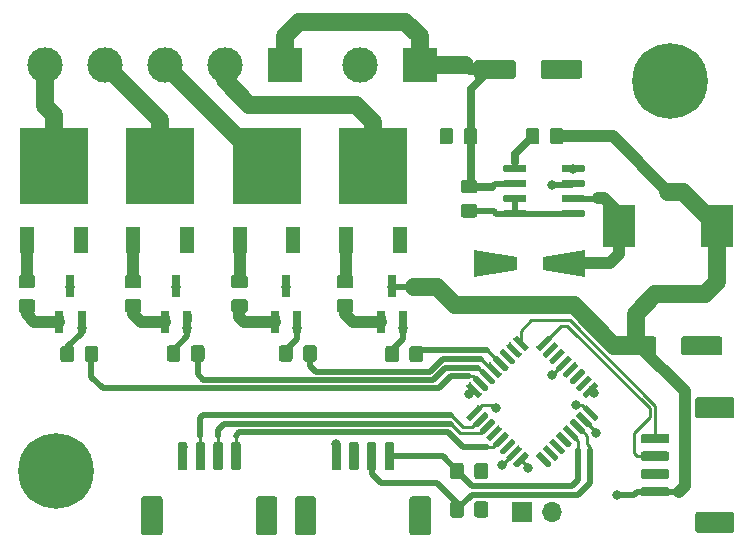
<source format=gbr>
G04 #@! TF.GenerationSoftware,KiCad,Pcbnew,(5.1.5)-3*
G04 #@! TF.CreationDate,2020-11-24T12:16:53+03:00*
G04 #@! TF.ProjectId,fast-pwm,66617374-2d70-4776-9d2e-6b696361645f,rev?*
G04 #@! TF.SameCoordinates,Original*
G04 #@! TF.FileFunction,Copper,L1,Top*
G04 #@! TF.FilePolarity,Positive*
%FSLAX46Y46*%
G04 Gerber Fmt 4.6, Leading zero omitted, Abs format (unit mm)*
G04 Created by KiCad (PCBNEW (5.1.5)-3) date 2020-11-24 12:16:53*
%MOMM*%
%LPD*%
G04 APERTURE LIST*
%ADD10R,5.800000X6.400000*%
%ADD11R,1.200000X2.200000*%
%ADD12C,0.800000*%
%ADD13C,6.400000*%
%ADD14O,1.700000X1.700000*%
%ADD15R,1.700000X1.700000*%
%ADD16C,0.100000*%
%ADD17C,3.000000*%
%ADD18R,3.000000X3.000000*%
%ADD19R,0.800000X1.900000*%
%ADD20R,2.700000X3.600000*%
%ADD21C,0.500000*%
%ADD22C,0.500000*%
%ADD23C,0.250000*%
%ADD24C,1.000000*%
%ADD25C,1.500000*%
%ADD26C,0.700000*%
%ADD27C,2.000000*%
G04 APERTURE END LIST*
D10*
X41850000Y-130150000D03*
D11*
X44130000Y-136450000D03*
X39570000Y-136450000D03*
D10*
X32850000Y-130150000D03*
D11*
X35130000Y-136450000D03*
X30570000Y-136450000D03*
D12*
X34697056Y-154302944D03*
X33000000Y-153600000D03*
X31302944Y-154302944D03*
X30600000Y-156000000D03*
X31302944Y-157697056D03*
X33000000Y-158400000D03*
X34697056Y-157697056D03*
X35400000Y-156000000D03*
D13*
X33000000Y-156000000D03*
D12*
X86697056Y-121302944D03*
X85000000Y-120600000D03*
X83302944Y-121302944D03*
X82600000Y-123000000D03*
X83302944Y-124697056D03*
X85000000Y-125400000D03*
X86697056Y-124697056D03*
X87400000Y-123000000D03*
D13*
X85000000Y-123000000D03*
D14*
X75040000Y-159500000D03*
D15*
X72500000Y-159500000D03*
G04 #@! TA.AperFunction,SMDPad,CuDef*
D16*
G36*
X54824504Y-158151204D02*
G01*
X54848773Y-158154804D01*
X54872571Y-158160765D01*
X54895671Y-158169030D01*
X54917849Y-158179520D01*
X54938893Y-158192133D01*
X54958598Y-158206747D01*
X54976777Y-158223223D01*
X54993253Y-158241402D01*
X55007867Y-158261107D01*
X55020480Y-158282151D01*
X55030970Y-158304329D01*
X55039235Y-158327429D01*
X55045196Y-158351227D01*
X55048796Y-158375496D01*
X55050000Y-158400000D01*
X55050000Y-161200000D01*
X55048796Y-161224504D01*
X55045196Y-161248773D01*
X55039235Y-161272571D01*
X55030970Y-161295671D01*
X55020480Y-161317849D01*
X55007867Y-161338893D01*
X54993253Y-161358598D01*
X54976777Y-161376777D01*
X54958598Y-161393253D01*
X54938893Y-161407867D01*
X54917849Y-161420480D01*
X54895671Y-161430970D01*
X54872571Y-161439235D01*
X54848773Y-161445196D01*
X54824504Y-161448796D01*
X54800000Y-161450000D01*
X53500000Y-161450000D01*
X53475496Y-161448796D01*
X53451227Y-161445196D01*
X53427429Y-161439235D01*
X53404329Y-161430970D01*
X53382151Y-161420480D01*
X53361107Y-161407867D01*
X53341402Y-161393253D01*
X53323223Y-161376777D01*
X53306747Y-161358598D01*
X53292133Y-161338893D01*
X53279520Y-161317849D01*
X53269030Y-161295671D01*
X53260765Y-161272571D01*
X53254804Y-161248773D01*
X53251204Y-161224504D01*
X53250000Y-161200000D01*
X53250000Y-158400000D01*
X53251204Y-158375496D01*
X53254804Y-158351227D01*
X53260765Y-158327429D01*
X53269030Y-158304329D01*
X53279520Y-158282151D01*
X53292133Y-158261107D01*
X53306747Y-158241402D01*
X53323223Y-158223223D01*
X53341402Y-158206747D01*
X53361107Y-158192133D01*
X53382151Y-158179520D01*
X53404329Y-158169030D01*
X53427429Y-158160765D01*
X53451227Y-158154804D01*
X53475496Y-158151204D01*
X53500000Y-158150000D01*
X54800000Y-158150000D01*
X54824504Y-158151204D01*
G37*
G04 #@! TD.AperFunction*
G04 #@! TA.AperFunction,SMDPad,CuDef*
G36*
X64524504Y-158151204D02*
G01*
X64548773Y-158154804D01*
X64572571Y-158160765D01*
X64595671Y-158169030D01*
X64617849Y-158179520D01*
X64638893Y-158192133D01*
X64658598Y-158206747D01*
X64676777Y-158223223D01*
X64693253Y-158241402D01*
X64707867Y-158261107D01*
X64720480Y-158282151D01*
X64730970Y-158304329D01*
X64739235Y-158327429D01*
X64745196Y-158351227D01*
X64748796Y-158375496D01*
X64750000Y-158400000D01*
X64750000Y-161200000D01*
X64748796Y-161224504D01*
X64745196Y-161248773D01*
X64739235Y-161272571D01*
X64730970Y-161295671D01*
X64720480Y-161317849D01*
X64707867Y-161338893D01*
X64693253Y-161358598D01*
X64676777Y-161376777D01*
X64658598Y-161393253D01*
X64638893Y-161407867D01*
X64617849Y-161420480D01*
X64595671Y-161430970D01*
X64572571Y-161439235D01*
X64548773Y-161445196D01*
X64524504Y-161448796D01*
X64500000Y-161450000D01*
X63200000Y-161450000D01*
X63175496Y-161448796D01*
X63151227Y-161445196D01*
X63127429Y-161439235D01*
X63104329Y-161430970D01*
X63082151Y-161420480D01*
X63061107Y-161407867D01*
X63041402Y-161393253D01*
X63023223Y-161376777D01*
X63006747Y-161358598D01*
X62992133Y-161338893D01*
X62979520Y-161317849D01*
X62969030Y-161295671D01*
X62960765Y-161272571D01*
X62954804Y-161248773D01*
X62951204Y-161224504D01*
X62950000Y-161200000D01*
X62950000Y-158400000D01*
X62951204Y-158375496D01*
X62954804Y-158351227D01*
X62960765Y-158327429D01*
X62969030Y-158304329D01*
X62979520Y-158282151D01*
X62992133Y-158261107D01*
X63006747Y-158241402D01*
X63023223Y-158223223D01*
X63041402Y-158206747D01*
X63061107Y-158192133D01*
X63082151Y-158179520D01*
X63104329Y-158169030D01*
X63127429Y-158160765D01*
X63151227Y-158154804D01*
X63175496Y-158151204D01*
X63200000Y-158150000D01*
X64500000Y-158150000D01*
X64524504Y-158151204D01*
G37*
G04 #@! TD.AperFunction*
G04 #@! TA.AperFunction,SMDPad,CuDef*
G36*
X56969603Y-153550963D02*
G01*
X56989018Y-153553843D01*
X57008057Y-153558612D01*
X57026537Y-153565224D01*
X57044279Y-153573616D01*
X57061114Y-153583706D01*
X57076879Y-153595398D01*
X57091421Y-153608579D01*
X57104602Y-153623121D01*
X57116294Y-153638886D01*
X57126384Y-153655721D01*
X57134776Y-153673463D01*
X57141388Y-153691943D01*
X57146157Y-153710982D01*
X57149037Y-153730397D01*
X57150000Y-153750000D01*
X57150000Y-155750000D01*
X57149037Y-155769603D01*
X57146157Y-155789018D01*
X57141388Y-155808057D01*
X57134776Y-155826537D01*
X57126384Y-155844279D01*
X57116294Y-155861114D01*
X57104602Y-155876879D01*
X57091421Y-155891421D01*
X57076879Y-155904602D01*
X57061114Y-155916294D01*
X57044279Y-155926384D01*
X57026537Y-155934776D01*
X57008057Y-155941388D01*
X56989018Y-155946157D01*
X56969603Y-155949037D01*
X56950000Y-155950000D01*
X56550000Y-155950000D01*
X56530397Y-155949037D01*
X56510982Y-155946157D01*
X56491943Y-155941388D01*
X56473463Y-155934776D01*
X56455721Y-155926384D01*
X56438886Y-155916294D01*
X56423121Y-155904602D01*
X56408579Y-155891421D01*
X56395398Y-155876879D01*
X56383706Y-155861114D01*
X56373616Y-155844279D01*
X56365224Y-155826537D01*
X56358612Y-155808057D01*
X56353843Y-155789018D01*
X56350963Y-155769603D01*
X56350000Y-155750000D01*
X56350000Y-153750000D01*
X56350963Y-153730397D01*
X56353843Y-153710982D01*
X56358612Y-153691943D01*
X56365224Y-153673463D01*
X56373616Y-153655721D01*
X56383706Y-153638886D01*
X56395398Y-153623121D01*
X56408579Y-153608579D01*
X56423121Y-153595398D01*
X56438886Y-153583706D01*
X56455721Y-153573616D01*
X56473463Y-153565224D01*
X56491943Y-153558612D01*
X56510982Y-153553843D01*
X56530397Y-153550963D01*
X56550000Y-153550000D01*
X56950000Y-153550000D01*
X56969603Y-153550963D01*
G37*
G04 #@! TD.AperFunction*
G04 #@! TA.AperFunction,SMDPad,CuDef*
G36*
X58469603Y-153550963D02*
G01*
X58489018Y-153553843D01*
X58508057Y-153558612D01*
X58526537Y-153565224D01*
X58544279Y-153573616D01*
X58561114Y-153583706D01*
X58576879Y-153595398D01*
X58591421Y-153608579D01*
X58604602Y-153623121D01*
X58616294Y-153638886D01*
X58626384Y-153655721D01*
X58634776Y-153673463D01*
X58641388Y-153691943D01*
X58646157Y-153710982D01*
X58649037Y-153730397D01*
X58650000Y-153750000D01*
X58650000Y-155750000D01*
X58649037Y-155769603D01*
X58646157Y-155789018D01*
X58641388Y-155808057D01*
X58634776Y-155826537D01*
X58626384Y-155844279D01*
X58616294Y-155861114D01*
X58604602Y-155876879D01*
X58591421Y-155891421D01*
X58576879Y-155904602D01*
X58561114Y-155916294D01*
X58544279Y-155926384D01*
X58526537Y-155934776D01*
X58508057Y-155941388D01*
X58489018Y-155946157D01*
X58469603Y-155949037D01*
X58450000Y-155950000D01*
X58050000Y-155950000D01*
X58030397Y-155949037D01*
X58010982Y-155946157D01*
X57991943Y-155941388D01*
X57973463Y-155934776D01*
X57955721Y-155926384D01*
X57938886Y-155916294D01*
X57923121Y-155904602D01*
X57908579Y-155891421D01*
X57895398Y-155876879D01*
X57883706Y-155861114D01*
X57873616Y-155844279D01*
X57865224Y-155826537D01*
X57858612Y-155808057D01*
X57853843Y-155789018D01*
X57850963Y-155769603D01*
X57850000Y-155750000D01*
X57850000Y-153750000D01*
X57850963Y-153730397D01*
X57853843Y-153710982D01*
X57858612Y-153691943D01*
X57865224Y-153673463D01*
X57873616Y-153655721D01*
X57883706Y-153638886D01*
X57895398Y-153623121D01*
X57908579Y-153608579D01*
X57923121Y-153595398D01*
X57938886Y-153583706D01*
X57955721Y-153573616D01*
X57973463Y-153565224D01*
X57991943Y-153558612D01*
X58010982Y-153553843D01*
X58030397Y-153550963D01*
X58050000Y-153550000D01*
X58450000Y-153550000D01*
X58469603Y-153550963D01*
G37*
G04 #@! TD.AperFunction*
G04 #@! TA.AperFunction,SMDPad,CuDef*
G36*
X59969603Y-153550963D02*
G01*
X59989018Y-153553843D01*
X60008057Y-153558612D01*
X60026537Y-153565224D01*
X60044279Y-153573616D01*
X60061114Y-153583706D01*
X60076879Y-153595398D01*
X60091421Y-153608579D01*
X60104602Y-153623121D01*
X60116294Y-153638886D01*
X60126384Y-153655721D01*
X60134776Y-153673463D01*
X60141388Y-153691943D01*
X60146157Y-153710982D01*
X60149037Y-153730397D01*
X60150000Y-153750000D01*
X60150000Y-155750000D01*
X60149037Y-155769603D01*
X60146157Y-155789018D01*
X60141388Y-155808057D01*
X60134776Y-155826537D01*
X60126384Y-155844279D01*
X60116294Y-155861114D01*
X60104602Y-155876879D01*
X60091421Y-155891421D01*
X60076879Y-155904602D01*
X60061114Y-155916294D01*
X60044279Y-155926384D01*
X60026537Y-155934776D01*
X60008057Y-155941388D01*
X59989018Y-155946157D01*
X59969603Y-155949037D01*
X59950000Y-155950000D01*
X59550000Y-155950000D01*
X59530397Y-155949037D01*
X59510982Y-155946157D01*
X59491943Y-155941388D01*
X59473463Y-155934776D01*
X59455721Y-155926384D01*
X59438886Y-155916294D01*
X59423121Y-155904602D01*
X59408579Y-155891421D01*
X59395398Y-155876879D01*
X59383706Y-155861114D01*
X59373616Y-155844279D01*
X59365224Y-155826537D01*
X59358612Y-155808057D01*
X59353843Y-155789018D01*
X59350963Y-155769603D01*
X59350000Y-155750000D01*
X59350000Y-153750000D01*
X59350963Y-153730397D01*
X59353843Y-153710982D01*
X59358612Y-153691943D01*
X59365224Y-153673463D01*
X59373616Y-153655721D01*
X59383706Y-153638886D01*
X59395398Y-153623121D01*
X59408579Y-153608579D01*
X59423121Y-153595398D01*
X59438886Y-153583706D01*
X59455721Y-153573616D01*
X59473463Y-153565224D01*
X59491943Y-153558612D01*
X59510982Y-153553843D01*
X59530397Y-153550963D01*
X59550000Y-153550000D01*
X59950000Y-153550000D01*
X59969603Y-153550963D01*
G37*
G04 #@! TD.AperFunction*
G04 #@! TA.AperFunction,SMDPad,CuDef*
G36*
X61469603Y-153550963D02*
G01*
X61489018Y-153553843D01*
X61508057Y-153558612D01*
X61526537Y-153565224D01*
X61544279Y-153573616D01*
X61561114Y-153583706D01*
X61576879Y-153595398D01*
X61591421Y-153608579D01*
X61604602Y-153623121D01*
X61616294Y-153638886D01*
X61626384Y-153655721D01*
X61634776Y-153673463D01*
X61641388Y-153691943D01*
X61646157Y-153710982D01*
X61649037Y-153730397D01*
X61650000Y-153750000D01*
X61650000Y-155750000D01*
X61649037Y-155769603D01*
X61646157Y-155789018D01*
X61641388Y-155808057D01*
X61634776Y-155826537D01*
X61626384Y-155844279D01*
X61616294Y-155861114D01*
X61604602Y-155876879D01*
X61591421Y-155891421D01*
X61576879Y-155904602D01*
X61561114Y-155916294D01*
X61544279Y-155926384D01*
X61526537Y-155934776D01*
X61508057Y-155941388D01*
X61489018Y-155946157D01*
X61469603Y-155949037D01*
X61450000Y-155950000D01*
X61050000Y-155950000D01*
X61030397Y-155949037D01*
X61010982Y-155946157D01*
X60991943Y-155941388D01*
X60973463Y-155934776D01*
X60955721Y-155926384D01*
X60938886Y-155916294D01*
X60923121Y-155904602D01*
X60908579Y-155891421D01*
X60895398Y-155876879D01*
X60883706Y-155861114D01*
X60873616Y-155844279D01*
X60865224Y-155826537D01*
X60858612Y-155808057D01*
X60853843Y-155789018D01*
X60850963Y-155769603D01*
X60850000Y-155750000D01*
X60850000Y-153750000D01*
X60850963Y-153730397D01*
X60853843Y-153710982D01*
X60858612Y-153691943D01*
X60865224Y-153673463D01*
X60873616Y-153655721D01*
X60883706Y-153638886D01*
X60895398Y-153623121D01*
X60908579Y-153608579D01*
X60923121Y-153595398D01*
X60938886Y-153583706D01*
X60955721Y-153573616D01*
X60973463Y-153565224D01*
X60991943Y-153558612D01*
X61010982Y-153553843D01*
X61030397Y-153550963D01*
X61050000Y-153550000D01*
X61450000Y-153550000D01*
X61469603Y-153550963D01*
G37*
G04 #@! TD.AperFunction*
G04 #@! TA.AperFunction,SMDPad,CuDef*
G36*
X90224504Y-159451204D02*
G01*
X90248773Y-159454804D01*
X90272571Y-159460765D01*
X90295671Y-159469030D01*
X90317849Y-159479520D01*
X90338893Y-159492133D01*
X90358598Y-159506747D01*
X90376777Y-159523223D01*
X90393253Y-159541402D01*
X90407867Y-159561107D01*
X90420480Y-159582151D01*
X90430970Y-159604329D01*
X90439235Y-159627429D01*
X90445196Y-159651227D01*
X90448796Y-159675496D01*
X90450000Y-159700000D01*
X90450000Y-161000000D01*
X90448796Y-161024504D01*
X90445196Y-161048773D01*
X90439235Y-161072571D01*
X90430970Y-161095671D01*
X90420480Y-161117849D01*
X90407867Y-161138893D01*
X90393253Y-161158598D01*
X90376777Y-161176777D01*
X90358598Y-161193253D01*
X90338893Y-161207867D01*
X90317849Y-161220480D01*
X90295671Y-161230970D01*
X90272571Y-161239235D01*
X90248773Y-161245196D01*
X90224504Y-161248796D01*
X90200000Y-161250000D01*
X87400000Y-161250000D01*
X87375496Y-161248796D01*
X87351227Y-161245196D01*
X87327429Y-161239235D01*
X87304329Y-161230970D01*
X87282151Y-161220480D01*
X87261107Y-161207867D01*
X87241402Y-161193253D01*
X87223223Y-161176777D01*
X87206747Y-161158598D01*
X87192133Y-161138893D01*
X87179520Y-161117849D01*
X87169030Y-161095671D01*
X87160765Y-161072571D01*
X87154804Y-161048773D01*
X87151204Y-161024504D01*
X87150000Y-161000000D01*
X87150000Y-159700000D01*
X87151204Y-159675496D01*
X87154804Y-159651227D01*
X87160765Y-159627429D01*
X87169030Y-159604329D01*
X87179520Y-159582151D01*
X87192133Y-159561107D01*
X87206747Y-159541402D01*
X87223223Y-159523223D01*
X87241402Y-159506747D01*
X87261107Y-159492133D01*
X87282151Y-159479520D01*
X87304329Y-159469030D01*
X87327429Y-159460765D01*
X87351227Y-159454804D01*
X87375496Y-159451204D01*
X87400000Y-159450000D01*
X90200000Y-159450000D01*
X90224504Y-159451204D01*
G37*
G04 #@! TD.AperFunction*
G04 #@! TA.AperFunction,SMDPad,CuDef*
G36*
X90224504Y-149751204D02*
G01*
X90248773Y-149754804D01*
X90272571Y-149760765D01*
X90295671Y-149769030D01*
X90317849Y-149779520D01*
X90338893Y-149792133D01*
X90358598Y-149806747D01*
X90376777Y-149823223D01*
X90393253Y-149841402D01*
X90407867Y-149861107D01*
X90420480Y-149882151D01*
X90430970Y-149904329D01*
X90439235Y-149927429D01*
X90445196Y-149951227D01*
X90448796Y-149975496D01*
X90450000Y-150000000D01*
X90450000Y-151300000D01*
X90448796Y-151324504D01*
X90445196Y-151348773D01*
X90439235Y-151372571D01*
X90430970Y-151395671D01*
X90420480Y-151417849D01*
X90407867Y-151438893D01*
X90393253Y-151458598D01*
X90376777Y-151476777D01*
X90358598Y-151493253D01*
X90338893Y-151507867D01*
X90317849Y-151520480D01*
X90295671Y-151530970D01*
X90272571Y-151539235D01*
X90248773Y-151545196D01*
X90224504Y-151548796D01*
X90200000Y-151550000D01*
X87400000Y-151550000D01*
X87375496Y-151548796D01*
X87351227Y-151545196D01*
X87327429Y-151539235D01*
X87304329Y-151530970D01*
X87282151Y-151520480D01*
X87261107Y-151507867D01*
X87241402Y-151493253D01*
X87223223Y-151476777D01*
X87206747Y-151458598D01*
X87192133Y-151438893D01*
X87179520Y-151417849D01*
X87169030Y-151395671D01*
X87160765Y-151372571D01*
X87154804Y-151348773D01*
X87151204Y-151324504D01*
X87150000Y-151300000D01*
X87150000Y-150000000D01*
X87151204Y-149975496D01*
X87154804Y-149951227D01*
X87160765Y-149927429D01*
X87169030Y-149904329D01*
X87179520Y-149882151D01*
X87192133Y-149861107D01*
X87206747Y-149841402D01*
X87223223Y-149823223D01*
X87241402Y-149806747D01*
X87261107Y-149792133D01*
X87282151Y-149779520D01*
X87304329Y-149769030D01*
X87327429Y-149760765D01*
X87351227Y-149754804D01*
X87375496Y-149751204D01*
X87400000Y-149750000D01*
X90200000Y-149750000D01*
X90224504Y-149751204D01*
G37*
G04 #@! TD.AperFunction*
G04 #@! TA.AperFunction,SMDPad,CuDef*
G36*
X84769603Y-157350963D02*
G01*
X84789018Y-157353843D01*
X84808057Y-157358612D01*
X84826537Y-157365224D01*
X84844279Y-157373616D01*
X84861114Y-157383706D01*
X84876879Y-157395398D01*
X84891421Y-157408579D01*
X84904602Y-157423121D01*
X84916294Y-157438886D01*
X84926384Y-157455721D01*
X84934776Y-157473463D01*
X84941388Y-157491943D01*
X84946157Y-157510982D01*
X84949037Y-157530397D01*
X84950000Y-157550000D01*
X84950000Y-157950000D01*
X84949037Y-157969603D01*
X84946157Y-157989018D01*
X84941388Y-158008057D01*
X84934776Y-158026537D01*
X84926384Y-158044279D01*
X84916294Y-158061114D01*
X84904602Y-158076879D01*
X84891421Y-158091421D01*
X84876879Y-158104602D01*
X84861114Y-158116294D01*
X84844279Y-158126384D01*
X84826537Y-158134776D01*
X84808057Y-158141388D01*
X84789018Y-158146157D01*
X84769603Y-158149037D01*
X84750000Y-158150000D01*
X82750000Y-158150000D01*
X82730397Y-158149037D01*
X82710982Y-158146157D01*
X82691943Y-158141388D01*
X82673463Y-158134776D01*
X82655721Y-158126384D01*
X82638886Y-158116294D01*
X82623121Y-158104602D01*
X82608579Y-158091421D01*
X82595398Y-158076879D01*
X82583706Y-158061114D01*
X82573616Y-158044279D01*
X82565224Y-158026537D01*
X82558612Y-158008057D01*
X82553843Y-157989018D01*
X82550963Y-157969603D01*
X82550000Y-157950000D01*
X82550000Y-157550000D01*
X82550963Y-157530397D01*
X82553843Y-157510982D01*
X82558612Y-157491943D01*
X82565224Y-157473463D01*
X82573616Y-157455721D01*
X82583706Y-157438886D01*
X82595398Y-157423121D01*
X82608579Y-157408579D01*
X82623121Y-157395398D01*
X82638886Y-157383706D01*
X82655721Y-157373616D01*
X82673463Y-157365224D01*
X82691943Y-157358612D01*
X82710982Y-157353843D01*
X82730397Y-157350963D01*
X82750000Y-157350000D01*
X84750000Y-157350000D01*
X84769603Y-157350963D01*
G37*
G04 #@! TD.AperFunction*
G04 #@! TA.AperFunction,SMDPad,CuDef*
G36*
X84769603Y-155850963D02*
G01*
X84789018Y-155853843D01*
X84808057Y-155858612D01*
X84826537Y-155865224D01*
X84844279Y-155873616D01*
X84861114Y-155883706D01*
X84876879Y-155895398D01*
X84891421Y-155908579D01*
X84904602Y-155923121D01*
X84916294Y-155938886D01*
X84926384Y-155955721D01*
X84934776Y-155973463D01*
X84941388Y-155991943D01*
X84946157Y-156010982D01*
X84949037Y-156030397D01*
X84950000Y-156050000D01*
X84950000Y-156450000D01*
X84949037Y-156469603D01*
X84946157Y-156489018D01*
X84941388Y-156508057D01*
X84934776Y-156526537D01*
X84926384Y-156544279D01*
X84916294Y-156561114D01*
X84904602Y-156576879D01*
X84891421Y-156591421D01*
X84876879Y-156604602D01*
X84861114Y-156616294D01*
X84844279Y-156626384D01*
X84826537Y-156634776D01*
X84808057Y-156641388D01*
X84789018Y-156646157D01*
X84769603Y-156649037D01*
X84750000Y-156650000D01*
X82750000Y-156650000D01*
X82730397Y-156649037D01*
X82710982Y-156646157D01*
X82691943Y-156641388D01*
X82673463Y-156634776D01*
X82655721Y-156626384D01*
X82638886Y-156616294D01*
X82623121Y-156604602D01*
X82608579Y-156591421D01*
X82595398Y-156576879D01*
X82583706Y-156561114D01*
X82573616Y-156544279D01*
X82565224Y-156526537D01*
X82558612Y-156508057D01*
X82553843Y-156489018D01*
X82550963Y-156469603D01*
X82550000Y-156450000D01*
X82550000Y-156050000D01*
X82550963Y-156030397D01*
X82553843Y-156010982D01*
X82558612Y-155991943D01*
X82565224Y-155973463D01*
X82573616Y-155955721D01*
X82583706Y-155938886D01*
X82595398Y-155923121D01*
X82608579Y-155908579D01*
X82623121Y-155895398D01*
X82638886Y-155883706D01*
X82655721Y-155873616D01*
X82673463Y-155865224D01*
X82691943Y-155858612D01*
X82710982Y-155853843D01*
X82730397Y-155850963D01*
X82750000Y-155850000D01*
X84750000Y-155850000D01*
X84769603Y-155850963D01*
G37*
G04 #@! TD.AperFunction*
G04 #@! TA.AperFunction,SMDPad,CuDef*
G36*
X84769603Y-154350963D02*
G01*
X84789018Y-154353843D01*
X84808057Y-154358612D01*
X84826537Y-154365224D01*
X84844279Y-154373616D01*
X84861114Y-154383706D01*
X84876879Y-154395398D01*
X84891421Y-154408579D01*
X84904602Y-154423121D01*
X84916294Y-154438886D01*
X84926384Y-154455721D01*
X84934776Y-154473463D01*
X84941388Y-154491943D01*
X84946157Y-154510982D01*
X84949037Y-154530397D01*
X84950000Y-154550000D01*
X84950000Y-154950000D01*
X84949037Y-154969603D01*
X84946157Y-154989018D01*
X84941388Y-155008057D01*
X84934776Y-155026537D01*
X84926384Y-155044279D01*
X84916294Y-155061114D01*
X84904602Y-155076879D01*
X84891421Y-155091421D01*
X84876879Y-155104602D01*
X84861114Y-155116294D01*
X84844279Y-155126384D01*
X84826537Y-155134776D01*
X84808057Y-155141388D01*
X84789018Y-155146157D01*
X84769603Y-155149037D01*
X84750000Y-155150000D01*
X82750000Y-155150000D01*
X82730397Y-155149037D01*
X82710982Y-155146157D01*
X82691943Y-155141388D01*
X82673463Y-155134776D01*
X82655721Y-155126384D01*
X82638886Y-155116294D01*
X82623121Y-155104602D01*
X82608579Y-155091421D01*
X82595398Y-155076879D01*
X82583706Y-155061114D01*
X82573616Y-155044279D01*
X82565224Y-155026537D01*
X82558612Y-155008057D01*
X82553843Y-154989018D01*
X82550963Y-154969603D01*
X82550000Y-154950000D01*
X82550000Y-154550000D01*
X82550963Y-154530397D01*
X82553843Y-154510982D01*
X82558612Y-154491943D01*
X82565224Y-154473463D01*
X82573616Y-154455721D01*
X82583706Y-154438886D01*
X82595398Y-154423121D01*
X82608579Y-154408579D01*
X82623121Y-154395398D01*
X82638886Y-154383706D01*
X82655721Y-154373616D01*
X82673463Y-154365224D01*
X82691943Y-154358612D01*
X82710982Y-154353843D01*
X82730397Y-154350963D01*
X82750000Y-154350000D01*
X84750000Y-154350000D01*
X84769603Y-154350963D01*
G37*
G04 #@! TD.AperFunction*
G04 #@! TA.AperFunction,SMDPad,CuDef*
G36*
X84769603Y-152850963D02*
G01*
X84789018Y-152853843D01*
X84808057Y-152858612D01*
X84826537Y-152865224D01*
X84844279Y-152873616D01*
X84861114Y-152883706D01*
X84876879Y-152895398D01*
X84891421Y-152908579D01*
X84904602Y-152923121D01*
X84916294Y-152938886D01*
X84926384Y-152955721D01*
X84934776Y-152973463D01*
X84941388Y-152991943D01*
X84946157Y-153010982D01*
X84949037Y-153030397D01*
X84950000Y-153050000D01*
X84950000Y-153450000D01*
X84949037Y-153469603D01*
X84946157Y-153489018D01*
X84941388Y-153508057D01*
X84934776Y-153526537D01*
X84926384Y-153544279D01*
X84916294Y-153561114D01*
X84904602Y-153576879D01*
X84891421Y-153591421D01*
X84876879Y-153604602D01*
X84861114Y-153616294D01*
X84844279Y-153626384D01*
X84826537Y-153634776D01*
X84808057Y-153641388D01*
X84789018Y-153646157D01*
X84769603Y-153649037D01*
X84750000Y-153650000D01*
X82750000Y-153650000D01*
X82730397Y-153649037D01*
X82710982Y-153646157D01*
X82691943Y-153641388D01*
X82673463Y-153634776D01*
X82655721Y-153626384D01*
X82638886Y-153616294D01*
X82623121Y-153604602D01*
X82608579Y-153591421D01*
X82595398Y-153576879D01*
X82583706Y-153561114D01*
X82573616Y-153544279D01*
X82565224Y-153526537D01*
X82558612Y-153508057D01*
X82553843Y-153489018D01*
X82550963Y-153469603D01*
X82550000Y-153450000D01*
X82550000Y-153050000D01*
X82550963Y-153030397D01*
X82553843Y-153010982D01*
X82558612Y-152991943D01*
X82565224Y-152973463D01*
X82573616Y-152955721D01*
X82583706Y-152938886D01*
X82595398Y-152923121D01*
X82608579Y-152908579D01*
X82623121Y-152895398D01*
X82638886Y-152883706D01*
X82655721Y-152873616D01*
X82673463Y-152865224D01*
X82691943Y-152858612D01*
X82710982Y-152853843D01*
X82730397Y-152850963D01*
X82750000Y-152850000D01*
X84750000Y-152850000D01*
X84769603Y-152850963D01*
G37*
G04 #@! TD.AperFunction*
G04 #@! TA.AperFunction,SMDPad,CuDef*
G36*
X41824504Y-158151204D02*
G01*
X41848773Y-158154804D01*
X41872571Y-158160765D01*
X41895671Y-158169030D01*
X41917849Y-158179520D01*
X41938893Y-158192133D01*
X41958598Y-158206747D01*
X41976777Y-158223223D01*
X41993253Y-158241402D01*
X42007867Y-158261107D01*
X42020480Y-158282151D01*
X42030970Y-158304329D01*
X42039235Y-158327429D01*
X42045196Y-158351227D01*
X42048796Y-158375496D01*
X42050000Y-158400000D01*
X42050000Y-161200000D01*
X42048796Y-161224504D01*
X42045196Y-161248773D01*
X42039235Y-161272571D01*
X42030970Y-161295671D01*
X42020480Y-161317849D01*
X42007867Y-161338893D01*
X41993253Y-161358598D01*
X41976777Y-161376777D01*
X41958598Y-161393253D01*
X41938893Y-161407867D01*
X41917849Y-161420480D01*
X41895671Y-161430970D01*
X41872571Y-161439235D01*
X41848773Y-161445196D01*
X41824504Y-161448796D01*
X41800000Y-161450000D01*
X40500000Y-161450000D01*
X40475496Y-161448796D01*
X40451227Y-161445196D01*
X40427429Y-161439235D01*
X40404329Y-161430970D01*
X40382151Y-161420480D01*
X40361107Y-161407867D01*
X40341402Y-161393253D01*
X40323223Y-161376777D01*
X40306747Y-161358598D01*
X40292133Y-161338893D01*
X40279520Y-161317849D01*
X40269030Y-161295671D01*
X40260765Y-161272571D01*
X40254804Y-161248773D01*
X40251204Y-161224504D01*
X40250000Y-161200000D01*
X40250000Y-158400000D01*
X40251204Y-158375496D01*
X40254804Y-158351227D01*
X40260765Y-158327429D01*
X40269030Y-158304329D01*
X40279520Y-158282151D01*
X40292133Y-158261107D01*
X40306747Y-158241402D01*
X40323223Y-158223223D01*
X40341402Y-158206747D01*
X40361107Y-158192133D01*
X40382151Y-158179520D01*
X40404329Y-158169030D01*
X40427429Y-158160765D01*
X40451227Y-158154804D01*
X40475496Y-158151204D01*
X40500000Y-158150000D01*
X41800000Y-158150000D01*
X41824504Y-158151204D01*
G37*
G04 #@! TD.AperFunction*
G04 #@! TA.AperFunction,SMDPad,CuDef*
G36*
X51524504Y-158151204D02*
G01*
X51548773Y-158154804D01*
X51572571Y-158160765D01*
X51595671Y-158169030D01*
X51617849Y-158179520D01*
X51638893Y-158192133D01*
X51658598Y-158206747D01*
X51676777Y-158223223D01*
X51693253Y-158241402D01*
X51707867Y-158261107D01*
X51720480Y-158282151D01*
X51730970Y-158304329D01*
X51739235Y-158327429D01*
X51745196Y-158351227D01*
X51748796Y-158375496D01*
X51750000Y-158400000D01*
X51750000Y-161200000D01*
X51748796Y-161224504D01*
X51745196Y-161248773D01*
X51739235Y-161272571D01*
X51730970Y-161295671D01*
X51720480Y-161317849D01*
X51707867Y-161338893D01*
X51693253Y-161358598D01*
X51676777Y-161376777D01*
X51658598Y-161393253D01*
X51638893Y-161407867D01*
X51617849Y-161420480D01*
X51595671Y-161430970D01*
X51572571Y-161439235D01*
X51548773Y-161445196D01*
X51524504Y-161448796D01*
X51500000Y-161450000D01*
X50200000Y-161450000D01*
X50175496Y-161448796D01*
X50151227Y-161445196D01*
X50127429Y-161439235D01*
X50104329Y-161430970D01*
X50082151Y-161420480D01*
X50061107Y-161407867D01*
X50041402Y-161393253D01*
X50023223Y-161376777D01*
X50006747Y-161358598D01*
X49992133Y-161338893D01*
X49979520Y-161317849D01*
X49969030Y-161295671D01*
X49960765Y-161272571D01*
X49954804Y-161248773D01*
X49951204Y-161224504D01*
X49950000Y-161200000D01*
X49950000Y-158400000D01*
X49951204Y-158375496D01*
X49954804Y-158351227D01*
X49960765Y-158327429D01*
X49969030Y-158304329D01*
X49979520Y-158282151D01*
X49992133Y-158261107D01*
X50006747Y-158241402D01*
X50023223Y-158223223D01*
X50041402Y-158206747D01*
X50061107Y-158192133D01*
X50082151Y-158179520D01*
X50104329Y-158169030D01*
X50127429Y-158160765D01*
X50151227Y-158154804D01*
X50175496Y-158151204D01*
X50200000Y-158150000D01*
X51500000Y-158150000D01*
X51524504Y-158151204D01*
G37*
G04 #@! TD.AperFunction*
G04 #@! TA.AperFunction,SMDPad,CuDef*
G36*
X43969603Y-153550963D02*
G01*
X43989018Y-153553843D01*
X44008057Y-153558612D01*
X44026537Y-153565224D01*
X44044279Y-153573616D01*
X44061114Y-153583706D01*
X44076879Y-153595398D01*
X44091421Y-153608579D01*
X44104602Y-153623121D01*
X44116294Y-153638886D01*
X44126384Y-153655721D01*
X44134776Y-153673463D01*
X44141388Y-153691943D01*
X44146157Y-153710982D01*
X44149037Y-153730397D01*
X44150000Y-153750000D01*
X44150000Y-155750000D01*
X44149037Y-155769603D01*
X44146157Y-155789018D01*
X44141388Y-155808057D01*
X44134776Y-155826537D01*
X44126384Y-155844279D01*
X44116294Y-155861114D01*
X44104602Y-155876879D01*
X44091421Y-155891421D01*
X44076879Y-155904602D01*
X44061114Y-155916294D01*
X44044279Y-155926384D01*
X44026537Y-155934776D01*
X44008057Y-155941388D01*
X43989018Y-155946157D01*
X43969603Y-155949037D01*
X43950000Y-155950000D01*
X43550000Y-155950000D01*
X43530397Y-155949037D01*
X43510982Y-155946157D01*
X43491943Y-155941388D01*
X43473463Y-155934776D01*
X43455721Y-155926384D01*
X43438886Y-155916294D01*
X43423121Y-155904602D01*
X43408579Y-155891421D01*
X43395398Y-155876879D01*
X43383706Y-155861114D01*
X43373616Y-155844279D01*
X43365224Y-155826537D01*
X43358612Y-155808057D01*
X43353843Y-155789018D01*
X43350963Y-155769603D01*
X43350000Y-155750000D01*
X43350000Y-153750000D01*
X43350963Y-153730397D01*
X43353843Y-153710982D01*
X43358612Y-153691943D01*
X43365224Y-153673463D01*
X43373616Y-153655721D01*
X43383706Y-153638886D01*
X43395398Y-153623121D01*
X43408579Y-153608579D01*
X43423121Y-153595398D01*
X43438886Y-153583706D01*
X43455721Y-153573616D01*
X43473463Y-153565224D01*
X43491943Y-153558612D01*
X43510982Y-153553843D01*
X43530397Y-153550963D01*
X43550000Y-153550000D01*
X43950000Y-153550000D01*
X43969603Y-153550963D01*
G37*
G04 #@! TD.AperFunction*
G04 #@! TA.AperFunction,SMDPad,CuDef*
G36*
X45469603Y-153550963D02*
G01*
X45489018Y-153553843D01*
X45508057Y-153558612D01*
X45526537Y-153565224D01*
X45544279Y-153573616D01*
X45561114Y-153583706D01*
X45576879Y-153595398D01*
X45591421Y-153608579D01*
X45604602Y-153623121D01*
X45616294Y-153638886D01*
X45626384Y-153655721D01*
X45634776Y-153673463D01*
X45641388Y-153691943D01*
X45646157Y-153710982D01*
X45649037Y-153730397D01*
X45650000Y-153750000D01*
X45650000Y-155750000D01*
X45649037Y-155769603D01*
X45646157Y-155789018D01*
X45641388Y-155808057D01*
X45634776Y-155826537D01*
X45626384Y-155844279D01*
X45616294Y-155861114D01*
X45604602Y-155876879D01*
X45591421Y-155891421D01*
X45576879Y-155904602D01*
X45561114Y-155916294D01*
X45544279Y-155926384D01*
X45526537Y-155934776D01*
X45508057Y-155941388D01*
X45489018Y-155946157D01*
X45469603Y-155949037D01*
X45450000Y-155950000D01*
X45050000Y-155950000D01*
X45030397Y-155949037D01*
X45010982Y-155946157D01*
X44991943Y-155941388D01*
X44973463Y-155934776D01*
X44955721Y-155926384D01*
X44938886Y-155916294D01*
X44923121Y-155904602D01*
X44908579Y-155891421D01*
X44895398Y-155876879D01*
X44883706Y-155861114D01*
X44873616Y-155844279D01*
X44865224Y-155826537D01*
X44858612Y-155808057D01*
X44853843Y-155789018D01*
X44850963Y-155769603D01*
X44850000Y-155750000D01*
X44850000Y-153750000D01*
X44850963Y-153730397D01*
X44853843Y-153710982D01*
X44858612Y-153691943D01*
X44865224Y-153673463D01*
X44873616Y-153655721D01*
X44883706Y-153638886D01*
X44895398Y-153623121D01*
X44908579Y-153608579D01*
X44923121Y-153595398D01*
X44938886Y-153583706D01*
X44955721Y-153573616D01*
X44973463Y-153565224D01*
X44991943Y-153558612D01*
X45010982Y-153553843D01*
X45030397Y-153550963D01*
X45050000Y-153550000D01*
X45450000Y-153550000D01*
X45469603Y-153550963D01*
G37*
G04 #@! TD.AperFunction*
G04 #@! TA.AperFunction,SMDPad,CuDef*
G36*
X46969603Y-153550963D02*
G01*
X46989018Y-153553843D01*
X47008057Y-153558612D01*
X47026537Y-153565224D01*
X47044279Y-153573616D01*
X47061114Y-153583706D01*
X47076879Y-153595398D01*
X47091421Y-153608579D01*
X47104602Y-153623121D01*
X47116294Y-153638886D01*
X47126384Y-153655721D01*
X47134776Y-153673463D01*
X47141388Y-153691943D01*
X47146157Y-153710982D01*
X47149037Y-153730397D01*
X47150000Y-153750000D01*
X47150000Y-155750000D01*
X47149037Y-155769603D01*
X47146157Y-155789018D01*
X47141388Y-155808057D01*
X47134776Y-155826537D01*
X47126384Y-155844279D01*
X47116294Y-155861114D01*
X47104602Y-155876879D01*
X47091421Y-155891421D01*
X47076879Y-155904602D01*
X47061114Y-155916294D01*
X47044279Y-155926384D01*
X47026537Y-155934776D01*
X47008057Y-155941388D01*
X46989018Y-155946157D01*
X46969603Y-155949037D01*
X46950000Y-155950000D01*
X46550000Y-155950000D01*
X46530397Y-155949037D01*
X46510982Y-155946157D01*
X46491943Y-155941388D01*
X46473463Y-155934776D01*
X46455721Y-155926384D01*
X46438886Y-155916294D01*
X46423121Y-155904602D01*
X46408579Y-155891421D01*
X46395398Y-155876879D01*
X46383706Y-155861114D01*
X46373616Y-155844279D01*
X46365224Y-155826537D01*
X46358612Y-155808057D01*
X46353843Y-155789018D01*
X46350963Y-155769603D01*
X46350000Y-155750000D01*
X46350000Y-153750000D01*
X46350963Y-153730397D01*
X46353843Y-153710982D01*
X46358612Y-153691943D01*
X46365224Y-153673463D01*
X46373616Y-153655721D01*
X46383706Y-153638886D01*
X46395398Y-153623121D01*
X46408579Y-153608579D01*
X46423121Y-153595398D01*
X46438886Y-153583706D01*
X46455721Y-153573616D01*
X46473463Y-153565224D01*
X46491943Y-153558612D01*
X46510982Y-153553843D01*
X46530397Y-153550963D01*
X46550000Y-153550000D01*
X46950000Y-153550000D01*
X46969603Y-153550963D01*
G37*
G04 #@! TD.AperFunction*
G04 #@! TA.AperFunction,SMDPad,CuDef*
G36*
X48469603Y-153550963D02*
G01*
X48489018Y-153553843D01*
X48508057Y-153558612D01*
X48526537Y-153565224D01*
X48544279Y-153573616D01*
X48561114Y-153583706D01*
X48576879Y-153595398D01*
X48591421Y-153608579D01*
X48604602Y-153623121D01*
X48616294Y-153638886D01*
X48626384Y-153655721D01*
X48634776Y-153673463D01*
X48641388Y-153691943D01*
X48646157Y-153710982D01*
X48649037Y-153730397D01*
X48650000Y-153750000D01*
X48650000Y-155750000D01*
X48649037Y-155769603D01*
X48646157Y-155789018D01*
X48641388Y-155808057D01*
X48634776Y-155826537D01*
X48626384Y-155844279D01*
X48616294Y-155861114D01*
X48604602Y-155876879D01*
X48591421Y-155891421D01*
X48576879Y-155904602D01*
X48561114Y-155916294D01*
X48544279Y-155926384D01*
X48526537Y-155934776D01*
X48508057Y-155941388D01*
X48489018Y-155946157D01*
X48469603Y-155949037D01*
X48450000Y-155950000D01*
X48050000Y-155950000D01*
X48030397Y-155949037D01*
X48010982Y-155946157D01*
X47991943Y-155941388D01*
X47973463Y-155934776D01*
X47955721Y-155926384D01*
X47938886Y-155916294D01*
X47923121Y-155904602D01*
X47908579Y-155891421D01*
X47895398Y-155876879D01*
X47883706Y-155861114D01*
X47873616Y-155844279D01*
X47865224Y-155826537D01*
X47858612Y-155808057D01*
X47853843Y-155789018D01*
X47850963Y-155769603D01*
X47850000Y-155750000D01*
X47850000Y-153750000D01*
X47850963Y-153730397D01*
X47853843Y-153710982D01*
X47858612Y-153691943D01*
X47865224Y-153673463D01*
X47873616Y-153655721D01*
X47883706Y-153638886D01*
X47895398Y-153623121D01*
X47908579Y-153608579D01*
X47923121Y-153595398D01*
X47938886Y-153583706D01*
X47955721Y-153573616D01*
X47973463Y-153565224D01*
X47991943Y-153558612D01*
X48010982Y-153553843D01*
X48030397Y-153550963D01*
X48050000Y-153550000D01*
X48450000Y-153550000D01*
X48469603Y-153550963D01*
G37*
G04 #@! TD.AperFunction*
G04 #@! TA.AperFunction,SMDPad,CuDef*
G36*
X89224504Y-144601204D02*
G01*
X89248773Y-144604804D01*
X89272571Y-144610765D01*
X89295671Y-144619030D01*
X89317849Y-144629520D01*
X89338893Y-144642133D01*
X89358598Y-144656747D01*
X89376777Y-144673223D01*
X89393253Y-144691402D01*
X89407867Y-144711107D01*
X89420480Y-144732151D01*
X89430970Y-144754329D01*
X89439235Y-144777429D01*
X89445196Y-144801227D01*
X89448796Y-144825496D01*
X89450000Y-144850000D01*
X89450000Y-145950000D01*
X89448796Y-145974504D01*
X89445196Y-145998773D01*
X89439235Y-146022571D01*
X89430970Y-146045671D01*
X89420480Y-146067849D01*
X89407867Y-146088893D01*
X89393253Y-146108598D01*
X89376777Y-146126777D01*
X89358598Y-146143253D01*
X89338893Y-146157867D01*
X89317849Y-146170480D01*
X89295671Y-146180970D01*
X89272571Y-146189235D01*
X89248773Y-146195196D01*
X89224504Y-146198796D01*
X89200000Y-146200000D01*
X86200000Y-146200000D01*
X86175496Y-146198796D01*
X86151227Y-146195196D01*
X86127429Y-146189235D01*
X86104329Y-146180970D01*
X86082151Y-146170480D01*
X86061107Y-146157867D01*
X86041402Y-146143253D01*
X86023223Y-146126777D01*
X86006747Y-146108598D01*
X85992133Y-146088893D01*
X85979520Y-146067849D01*
X85969030Y-146045671D01*
X85960765Y-146022571D01*
X85954804Y-145998773D01*
X85951204Y-145974504D01*
X85950000Y-145950000D01*
X85950000Y-144850000D01*
X85951204Y-144825496D01*
X85954804Y-144801227D01*
X85960765Y-144777429D01*
X85969030Y-144754329D01*
X85979520Y-144732151D01*
X85992133Y-144711107D01*
X86006747Y-144691402D01*
X86023223Y-144673223D01*
X86041402Y-144656747D01*
X86061107Y-144642133D01*
X86082151Y-144629520D01*
X86104329Y-144619030D01*
X86127429Y-144610765D01*
X86151227Y-144604804D01*
X86175496Y-144601204D01*
X86200000Y-144600000D01*
X89200000Y-144600000D01*
X89224504Y-144601204D01*
G37*
G04 #@! TD.AperFunction*
G04 #@! TA.AperFunction,SMDPad,CuDef*
G36*
X83624504Y-144601204D02*
G01*
X83648773Y-144604804D01*
X83672571Y-144610765D01*
X83695671Y-144619030D01*
X83717849Y-144629520D01*
X83738893Y-144642133D01*
X83758598Y-144656747D01*
X83776777Y-144673223D01*
X83793253Y-144691402D01*
X83807867Y-144711107D01*
X83820480Y-144732151D01*
X83830970Y-144754329D01*
X83839235Y-144777429D01*
X83845196Y-144801227D01*
X83848796Y-144825496D01*
X83850000Y-144850000D01*
X83850000Y-145950000D01*
X83848796Y-145974504D01*
X83845196Y-145998773D01*
X83839235Y-146022571D01*
X83830970Y-146045671D01*
X83820480Y-146067849D01*
X83807867Y-146088893D01*
X83793253Y-146108598D01*
X83776777Y-146126777D01*
X83758598Y-146143253D01*
X83738893Y-146157867D01*
X83717849Y-146170480D01*
X83695671Y-146180970D01*
X83672571Y-146189235D01*
X83648773Y-146195196D01*
X83624504Y-146198796D01*
X83600000Y-146200000D01*
X80600000Y-146200000D01*
X80575496Y-146198796D01*
X80551227Y-146195196D01*
X80527429Y-146189235D01*
X80504329Y-146180970D01*
X80482151Y-146170480D01*
X80461107Y-146157867D01*
X80441402Y-146143253D01*
X80423223Y-146126777D01*
X80406747Y-146108598D01*
X80392133Y-146088893D01*
X80379520Y-146067849D01*
X80369030Y-146045671D01*
X80360765Y-146022571D01*
X80354804Y-145998773D01*
X80351204Y-145974504D01*
X80350000Y-145950000D01*
X80350000Y-144850000D01*
X80351204Y-144825496D01*
X80354804Y-144801227D01*
X80360765Y-144777429D01*
X80369030Y-144754329D01*
X80379520Y-144732151D01*
X80392133Y-144711107D01*
X80406747Y-144691402D01*
X80423223Y-144673223D01*
X80441402Y-144656747D01*
X80461107Y-144642133D01*
X80482151Y-144629520D01*
X80504329Y-144619030D01*
X80527429Y-144610765D01*
X80551227Y-144604804D01*
X80575496Y-144601204D01*
X80600000Y-144600000D01*
X83600000Y-144600000D01*
X83624504Y-144601204D01*
G37*
G04 #@! TD.AperFunction*
G04 #@! TA.AperFunction,SMDPad,CuDef*
G36*
X77324504Y-121201204D02*
G01*
X77348773Y-121204804D01*
X77372571Y-121210765D01*
X77395671Y-121219030D01*
X77417849Y-121229520D01*
X77438893Y-121242133D01*
X77458598Y-121256747D01*
X77476777Y-121273223D01*
X77493253Y-121291402D01*
X77507867Y-121311107D01*
X77520480Y-121332151D01*
X77530970Y-121354329D01*
X77539235Y-121377429D01*
X77545196Y-121401227D01*
X77548796Y-121425496D01*
X77550000Y-121450000D01*
X77550000Y-122550000D01*
X77548796Y-122574504D01*
X77545196Y-122598773D01*
X77539235Y-122622571D01*
X77530970Y-122645671D01*
X77520480Y-122667849D01*
X77507867Y-122688893D01*
X77493253Y-122708598D01*
X77476777Y-122726777D01*
X77458598Y-122743253D01*
X77438893Y-122757867D01*
X77417849Y-122770480D01*
X77395671Y-122780970D01*
X77372571Y-122789235D01*
X77348773Y-122795196D01*
X77324504Y-122798796D01*
X77300000Y-122800000D01*
X74300000Y-122800000D01*
X74275496Y-122798796D01*
X74251227Y-122795196D01*
X74227429Y-122789235D01*
X74204329Y-122780970D01*
X74182151Y-122770480D01*
X74161107Y-122757867D01*
X74141402Y-122743253D01*
X74123223Y-122726777D01*
X74106747Y-122708598D01*
X74092133Y-122688893D01*
X74079520Y-122667849D01*
X74069030Y-122645671D01*
X74060765Y-122622571D01*
X74054804Y-122598773D01*
X74051204Y-122574504D01*
X74050000Y-122550000D01*
X74050000Y-121450000D01*
X74051204Y-121425496D01*
X74054804Y-121401227D01*
X74060765Y-121377429D01*
X74069030Y-121354329D01*
X74079520Y-121332151D01*
X74092133Y-121311107D01*
X74106747Y-121291402D01*
X74123223Y-121273223D01*
X74141402Y-121256747D01*
X74161107Y-121242133D01*
X74182151Y-121229520D01*
X74204329Y-121219030D01*
X74227429Y-121210765D01*
X74251227Y-121204804D01*
X74275496Y-121201204D01*
X74300000Y-121200000D01*
X77300000Y-121200000D01*
X77324504Y-121201204D01*
G37*
G04 #@! TD.AperFunction*
G04 #@! TA.AperFunction,SMDPad,CuDef*
G36*
X71724504Y-121201204D02*
G01*
X71748773Y-121204804D01*
X71772571Y-121210765D01*
X71795671Y-121219030D01*
X71817849Y-121229520D01*
X71838893Y-121242133D01*
X71858598Y-121256747D01*
X71876777Y-121273223D01*
X71893253Y-121291402D01*
X71907867Y-121311107D01*
X71920480Y-121332151D01*
X71930970Y-121354329D01*
X71939235Y-121377429D01*
X71945196Y-121401227D01*
X71948796Y-121425496D01*
X71950000Y-121450000D01*
X71950000Y-122550000D01*
X71948796Y-122574504D01*
X71945196Y-122598773D01*
X71939235Y-122622571D01*
X71930970Y-122645671D01*
X71920480Y-122667849D01*
X71907867Y-122688893D01*
X71893253Y-122708598D01*
X71876777Y-122726777D01*
X71858598Y-122743253D01*
X71838893Y-122757867D01*
X71817849Y-122770480D01*
X71795671Y-122780970D01*
X71772571Y-122789235D01*
X71748773Y-122795196D01*
X71724504Y-122798796D01*
X71700000Y-122800000D01*
X68700000Y-122800000D01*
X68675496Y-122798796D01*
X68651227Y-122795196D01*
X68627429Y-122789235D01*
X68604329Y-122780970D01*
X68582151Y-122770480D01*
X68561107Y-122757867D01*
X68541402Y-122743253D01*
X68523223Y-122726777D01*
X68506747Y-122708598D01*
X68492133Y-122688893D01*
X68479520Y-122667849D01*
X68469030Y-122645671D01*
X68460765Y-122622571D01*
X68454804Y-122598773D01*
X68451204Y-122574504D01*
X68450000Y-122550000D01*
X68450000Y-121450000D01*
X68451204Y-121425496D01*
X68454804Y-121401227D01*
X68460765Y-121377429D01*
X68469030Y-121354329D01*
X68479520Y-121332151D01*
X68492133Y-121311107D01*
X68506747Y-121291402D01*
X68523223Y-121273223D01*
X68541402Y-121256747D01*
X68561107Y-121242133D01*
X68582151Y-121229520D01*
X68604329Y-121219030D01*
X68627429Y-121210765D01*
X68651227Y-121204804D01*
X68675496Y-121201204D01*
X68700000Y-121200000D01*
X71700000Y-121200000D01*
X71724504Y-121201204D01*
G37*
G04 #@! TD.AperFunction*
D17*
X32080000Y-121600000D03*
X37160000Y-121600000D03*
D18*
X52400000Y-121600000D03*
D17*
X42240000Y-121600000D03*
X47320000Y-121600000D03*
X58720000Y-121600000D03*
D18*
X63800000Y-121600000D03*
G04 #@! TA.AperFunction,SMDPad,CuDef*
D16*
G36*
X77943039Y-150437314D02*
G01*
X77955173Y-150439114D01*
X77967073Y-150442094D01*
X77978622Y-150446227D01*
X77989712Y-150451472D01*
X78000233Y-150457778D01*
X78010086Y-150465086D01*
X78019175Y-150473324D01*
X78903058Y-151357207D01*
X78911296Y-151366296D01*
X78918604Y-151376149D01*
X78924910Y-151386670D01*
X78930155Y-151397760D01*
X78934288Y-151409309D01*
X78937268Y-151421209D01*
X78939068Y-151433343D01*
X78939670Y-151445595D01*
X78939068Y-151457847D01*
X78937268Y-151469981D01*
X78934288Y-151481881D01*
X78930155Y-151493430D01*
X78924910Y-151504520D01*
X78918604Y-151515041D01*
X78911296Y-151524894D01*
X78903058Y-151533983D01*
X78726281Y-151710760D01*
X78717192Y-151718998D01*
X78707339Y-151726306D01*
X78696818Y-151732612D01*
X78685728Y-151737857D01*
X78674179Y-151741990D01*
X78662279Y-151744970D01*
X78650145Y-151746770D01*
X78637893Y-151747372D01*
X78625641Y-151746770D01*
X78613507Y-151744970D01*
X78601607Y-151741990D01*
X78590058Y-151737857D01*
X78578968Y-151732612D01*
X78568447Y-151726306D01*
X78558594Y-151718998D01*
X78549505Y-151710760D01*
X77665622Y-150826877D01*
X77657384Y-150817788D01*
X77650076Y-150807935D01*
X77643770Y-150797414D01*
X77638525Y-150786324D01*
X77634392Y-150774775D01*
X77631412Y-150762875D01*
X77629612Y-150750741D01*
X77629010Y-150738489D01*
X77629612Y-150726237D01*
X77631412Y-150714103D01*
X77634392Y-150702203D01*
X77638525Y-150690654D01*
X77643770Y-150679564D01*
X77650076Y-150669043D01*
X77657384Y-150659190D01*
X77665622Y-150650101D01*
X77842399Y-150473324D01*
X77851488Y-150465086D01*
X77861341Y-150457778D01*
X77871862Y-150451472D01*
X77882952Y-150446227D01*
X77894501Y-150442094D01*
X77906401Y-150439114D01*
X77918535Y-150437314D01*
X77930787Y-150436712D01*
X77943039Y-150437314D01*
G37*
G04 #@! TD.AperFunction*
G04 #@! TA.AperFunction,SMDPad,CuDef*
G36*
X77377353Y-151002999D02*
G01*
X77389487Y-151004799D01*
X77401387Y-151007779D01*
X77412936Y-151011912D01*
X77424026Y-151017157D01*
X77434547Y-151023463D01*
X77444400Y-151030771D01*
X77453489Y-151039009D01*
X78337372Y-151922892D01*
X78345610Y-151931981D01*
X78352918Y-151941834D01*
X78359224Y-151952355D01*
X78364469Y-151963445D01*
X78368602Y-151974994D01*
X78371582Y-151986894D01*
X78373382Y-151999028D01*
X78373984Y-152011280D01*
X78373382Y-152023532D01*
X78371582Y-152035666D01*
X78368602Y-152047566D01*
X78364469Y-152059115D01*
X78359224Y-152070205D01*
X78352918Y-152080726D01*
X78345610Y-152090579D01*
X78337372Y-152099668D01*
X78160595Y-152276445D01*
X78151506Y-152284683D01*
X78141653Y-152291991D01*
X78131132Y-152298297D01*
X78120042Y-152303542D01*
X78108493Y-152307675D01*
X78096593Y-152310655D01*
X78084459Y-152312455D01*
X78072207Y-152313057D01*
X78059955Y-152312455D01*
X78047821Y-152310655D01*
X78035921Y-152307675D01*
X78024372Y-152303542D01*
X78013282Y-152298297D01*
X78002761Y-152291991D01*
X77992908Y-152284683D01*
X77983819Y-152276445D01*
X77099936Y-151392562D01*
X77091698Y-151383473D01*
X77084390Y-151373620D01*
X77078084Y-151363099D01*
X77072839Y-151352009D01*
X77068706Y-151340460D01*
X77065726Y-151328560D01*
X77063926Y-151316426D01*
X77063324Y-151304174D01*
X77063926Y-151291922D01*
X77065726Y-151279788D01*
X77068706Y-151267888D01*
X77072839Y-151256339D01*
X77078084Y-151245249D01*
X77084390Y-151234728D01*
X77091698Y-151224875D01*
X77099936Y-151215786D01*
X77276713Y-151039009D01*
X77285802Y-151030771D01*
X77295655Y-151023463D01*
X77306176Y-151017157D01*
X77317266Y-151011912D01*
X77328815Y-151007779D01*
X77340715Y-151004799D01*
X77352849Y-151002999D01*
X77365101Y-151002397D01*
X77377353Y-151002999D01*
G37*
G04 #@! TD.AperFunction*
G04 #@! TA.AperFunction,SMDPad,CuDef*
G36*
X76811668Y-151568685D02*
G01*
X76823802Y-151570485D01*
X76835702Y-151573465D01*
X76847251Y-151577598D01*
X76858341Y-151582843D01*
X76868862Y-151589149D01*
X76878715Y-151596457D01*
X76887804Y-151604695D01*
X77771687Y-152488578D01*
X77779925Y-152497667D01*
X77787233Y-152507520D01*
X77793539Y-152518041D01*
X77798784Y-152529131D01*
X77802917Y-152540680D01*
X77805897Y-152552580D01*
X77807697Y-152564714D01*
X77808299Y-152576966D01*
X77807697Y-152589218D01*
X77805897Y-152601352D01*
X77802917Y-152613252D01*
X77798784Y-152624801D01*
X77793539Y-152635891D01*
X77787233Y-152646412D01*
X77779925Y-152656265D01*
X77771687Y-152665354D01*
X77594910Y-152842131D01*
X77585821Y-152850369D01*
X77575968Y-152857677D01*
X77565447Y-152863983D01*
X77554357Y-152869228D01*
X77542808Y-152873361D01*
X77530908Y-152876341D01*
X77518774Y-152878141D01*
X77506522Y-152878743D01*
X77494270Y-152878141D01*
X77482136Y-152876341D01*
X77470236Y-152873361D01*
X77458687Y-152869228D01*
X77447597Y-152863983D01*
X77437076Y-152857677D01*
X77427223Y-152850369D01*
X77418134Y-152842131D01*
X76534251Y-151958248D01*
X76526013Y-151949159D01*
X76518705Y-151939306D01*
X76512399Y-151928785D01*
X76507154Y-151917695D01*
X76503021Y-151906146D01*
X76500041Y-151894246D01*
X76498241Y-151882112D01*
X76497639Y-151869860D01*
X76498241Y-151857608D01*
X76500041Y-151845474D01*
X76503021Y-151833574D01*
X76507154Y-151822025D01*
X76512399Y-151810935D01*
X76518705Y-151800414D01*
X76526013Y-151790561D01*
X76534251Y-151781472D01*
X76711028Y-151604695D01*
X76720117Y-151596457D01*
X76729970Y-151589149D01*
X76740491Y-151582843D01*
X76751581Y-151577598D01*
X76763130Y-151573465D01*
X76775030Y-151570485D01*
X76787164Y-151568685D01*
X76799416Y-151568083D01*
X76811668Y-151568685D01*
G37*
G04 #@! TD.AperFunction*
G04 #@! TA.AperFunction,SMDPad,CuDef*
G36*
X76245983Y-152134370D02*
G01*
X76258117Y-152136170D01*
X76270017Y-152139150D01*
X76281566Y-152143283D01*
X76292656Y-152148528D01*
X76303177Y-152154834D01*
X76313030Y-152162142D01*
X76322119Y-152170380D01*
X77206002Y-153054263D01*
X77214240Y-153063352D01*
X77221548Y-153073205D01*
X77227854Y-153083726D01*
X77233099Y-153094816D01*
X77237232Y-153106365D01*
X77240212Y-153118265D01*
X77242012Y-153130399D01*
X77242614Y-153142651D01*
X77242012Y-153154903D01*
X77240212Y-153167037D01*
X77237232Y-153178937D01*
X77233099Y-153190486D01*
X77227854Y-153201576D01*
X77221548Y-153212097D01*
X77214240Y-153221950D01*
X77206002Y-153231039D01*
X77029225Y-153407816D01*
X77020136Y-153416054D01*
X77010283Y-153423362D01*
X76999762Y-153429668D01*
X76988672Y-153434913D01*
X76977123Y-153439046D01*
X76965223Y-153442026D01*
X76953089Y-153443826D01*
X76940837Y-153444428D01*
X76928585Y-153443826D01*
X76916451Y-153442026D01*
X76904551Y-153439046D01*
X76893002Y-153434913D01*
X76881912Y-153429668D01*
X76871391Y-153423362D01*
X76861538Y-153416054D01*
X76852449Y-153407816D01*
X75968566Y-152523933D01*
X75960328Y-152514844D01*
X75953020Y-152504991D01*
X75946714Y-152494470D01*
X75941469Y-152483380D01*
X75937336Y-152471831D01*
X75934356Y-152459931D01*
X75932556Y-152447797D01*
X75931954Y-152435545D01*
X75932556Y-152423293D01*
X75934356Y-152411159D01*
X75937336Y-152399259D01*
X75941469Y-152387710D01*
X75946714Y-152376620D01*
X75953020Y-152366099D01*
X75960328Y-152356246D01*
X75968566Y-152347157D01*
X76145343Y-152170380D01*
X76154432Y-152162142D01*
X76164285Y-152154834D01*
X76174806Y-152148528D01*
X76185896Y-152143283D01*
X76197445Y-152139150D01*
X76209345Y-152136170D01*
X76221479Y-152134370D01*
X76233731Y-152133768D01*
X76245983Y-152134370D01*
G37*
G04 #@! TD.AperFunction*
G04 #@! TA.AperFunction,SMDPad,CuDef*
G36*
X75680297Y-152700056D02*
G01*
X75692431Y-152701856D01*
X75704331Y-152704836D01*
X75715880Y-152708969D01*
X75726970Y-152714214D01*
X75737491Y-152720520D01*
X75747344Y-152727828D01*
X75756433Y-152736066D01*
X76640316Y-153619949D01*
X76648554Y-153629038D01*
X76655862Y-153638891D01*
X76662168Y-153649412D01*
X76667413Y-153660502D01*
X76671546Y-153672051D01*
X76674526Y-153683951D01*
X76676326Y-153696085D01*
X76676928Y-153708337D01*
X76676326Y-153720589D01*
X76674526Y-153732723D01*
X76671546Y-153744623D01*
X76667413Y-153756172D01*
X76662168Y-153767262D01*
X76655862Y-153777783D01*
X76648554Y-153787636D01*
X76640316Y-153796725D01*
X76463539Y-153973502D01*
X76454450Y-153981740D01*
X76444597Y-153989048D01*
X76434076Y-153995354D01*
X76422986Y-154000599D01*
X76411437Y-154004732D01*
X76399537Y-154007712D01*
X76387403Y-154009512D01*
X76375151Y-154010114D01*
X76362899Y-154009512D01*
X76350765Y-154007712D01*
X76338865Y-154004732D01*
X76327316Y-154000599D01*
X76316226Y-153995354D01*
X76305705Y-153989048D01*
X76295852Y-153981740D01*
X76286763Y-153973502D01*
X75402880Y-153089619D01*
X75394642Y-153080530D01*
X75387334Y-153070677D01*
X75381028Y-153060156D01*
X75375783Y-153049066D01*
X75371650Y-153037517D01*
X75368670Y-153025617D01*
X75366870Y-153013483D01*
X75366268Y-153001231D01*
X75366870Y-152988979D01*
X75368670Y-152976845D01*
X75371650Y-152964945D01*
X75375783Y-152953396D01*
X75381028Y-152942306D01*
X75387334Y-152931785D01*
X75394642Y-152921932D01*
X75402880Y-152912843D01*
X75579657Y-152736066D01*
X75588746Y-152727828D01*
X75598599Y-152720520D01*
X75609120Y-152714214D01*
X75620210Y-152708969D01*
X75631759Y-152704836D01*
X75643659Y-152701856D01*
X75655793Y-152700056D01*
X75668045Y-152699454D01*
X75680297Y-152700056D01*
G37*
G04 #@! TD.AperFunction*
G04 #@! TA.AperFunction,SMDPad,CuDef*
G36*
X75114612Y-153265741D02*
G01*
X75126746Y-153267541D01*
X75138646Y-153270521D01*
X75150195Y-153274654D01*
X75161285Y-153279899D01*
X75171806Y-153286205D01*
X75181659Y-153293513D01*
X75190748Y-153301751D01*
X76074631Y-154185634D01*
X76082869Y-154194723D01*
X76090177Y-154204576D01*
X76096483Y-154215097D01*
X76101728Y-154226187D01*
X76105861Y-154237736D01*
X76108841Y-154249636D01*
X76110641Y-154261770D01*
X76111243Y-154274022D01*
X76110641Y-154286274D01*
X76108841Y-154298408D01*
X76105861Y-154310308D01*
X76101728Y-154321857D01*
X76096483Y-154332947D01*
X76090177Y-154343468D01*
X76082869Y-154353321D01*
X76074631Y-154362410D01*
X75897854Y-154539187D01*
X75888765Y-154547425D01*
X75878912Y-154554733D01*
X75868391Y-154561039D01*
X75857301Y-154566284D01*
X75845752Y-154570417D01*
X75833852Y-154573397D01*
X75821718Y-154575197D01*
X75809466Y-154575799D01*
X75797214Y-154575197D01*
X75785080Y-154573397D01*
X75773180Y-154570417D01*
X75761631Y-154566284D01*
X75750541Y-154561039D01*
X75740020Y-154554733D01*
X75730167Y-154547425D01*
X75721078Y-154539187D01*
X74837195Y-153655304D01*
X74828957Y-153646215D01*
X74821649Y-153636362D01*
X74815343Y-153625841D01*
X74810098Y-153614751D01*
X74805965Y-153603202D01*
X74802985Y-153591302D01*
X74801185Y-153579168D01*
X74800583Y-153566916D01*
X74801185Y-153554664D01*
X74802985Y-153542530D01*
X74805965Y-153530630D01*
X74810098Y-153519081D01*
X74815343Y-153507991D01*
X74821649Y-153497470D01*
X74828957Y-153487617D01*
X74837195Y-153478528D01*
X75013972Y-153301751D01*
X75023061Y-153293513D01*
X75032914Y-153286205D01*
X75043435Y-153279899D01*
X75054525Y-153274654D01*
X75066074Y-153270521D01*
X75077974Y-153267541D01*
X75090108Y-153265741D01*
X75102360Y-153265139D01*
X75114612Y-153265741D01*
G37*
G04 #@! TD.AperFunction*
G04 #@! TA.AperFunction,SMDPad,CuDef*
G36*
X74548926Y-153831426D02*
G01*
X74561060Y-153833226D01*
X74572960Y-153836206D01*
X74584509Y-153840339D01*
X74595599Y-153845584D01*
X74606120Y-153851890D01*
X74615973Y-153859198D01*
X74625062Y-153867436D01*
X75508945Y-154751319D01*
X75517183Y-154760408D01*
X75524491Y-154770261D01*
X75530797Y-154780782D01*
X75536042Y-154791872D01*
X75540175Y-154803421D01*
X75543155Y-154815321D01*
X75544955Y-154827455D01*
X75545557Y-154839707D01*
X75544955Y-154851959D01*
X75543155Y-154864093D01*
X75540175Y-154875993D01*
X75536042Y-154887542D01*
X75530797Y-154898632D01*
X75524491Y-154909153D01*
X75517183Y-154919006D01*
X75508945Y-154928095D01*
X75332168Y-155104872D01*
X75323079Y-155113110D01*
X75313226Y-155120418D01*
X75302705Y-155126724D01*
X75291615Y-155131969D01*
X75280066Y-155136102D01*
X75268166Y-155139082D01*
X75256032Y-155140882D01*
X75243780Y-155141484D01*
X75231528Y-155140882D01*
X75219394Y-155139082D01*
X75207494Y-155136102D01*
X75195945Y-155131969D01*
X75184855Y-155126724D01*
X75174334Y-155120418D01*
X75164481Y-155113110D01*
X75155392Y-155104872D01*
X74271509Y-154220989D01*
X74263271Y-154211900D01*
X74255963Y-154202047D01*
X74249657Y-154191526D01*
X74244412Y-154180436D01*
X74240279Y-154168887D01*
X74237299Y-154156987D01*
X74235499Y-154144853D01*
X74234897Y-154132601D01*
X74235499Y-154120349D01*
X74237299Y-154108215D01*
X74240279Y-154096315D01*
X74244412Y-154084766D01*
X74249657Y-154073676D01*
X74255963Y-154063155D01*
X74263271Y-154053302D01*
X74271509Y-154044213D01*
X74448286Y-153867436D01*
X74457375Y-153859198D01*
X74467228Y-153851890D01*
X74477749Y-153845584D01*
X74488839Y-153840339D01*
X74500388Y-153836206D01*
X74512288Y-153833226D01*
X74524422Y-153831426D01*
X74536674Y-153830824D01*
X74548926Y-153831426D01*
G37*
G04 #@! TD.AperFunction*
G04 #@! TA.AperFunction,SMDPad,CuDef*
G36*
X73983241Y-154397112D02*
G01*
X73995375Y-154398912D01*
X74007275Y-154401892D01*
X74018824Y-154406025D01*
X74029914Y-154411270D01*
X74040435Y-154417576D01*
X74050288Y-154424884D01*
X74059377Y-154433122D01*
X74943260Y-155317005D01*
X74951498Y-155326094D01*
X74958806Y-155335947D01*
X74965112Y-155346468D01*
X74970357Y-155357558D01*
X74974490Y-155369107D01*
X74977470Y-155381007D01*
X74979270Y-155393141D01*
X74979872Y-155405393D01*
X74979270Y-155417645D01*
X74977470Y-155429779D01*
X74974490Y-155441679D01*
X74970357Y-155453228D01*
X74965112Y-155464318D01*
X74958806Y-155474839D01*
X74951498Y-155484692D01*
X74943260Y-155493781D01*
X74766483Y-155670558D01*
X74757394Y-155678796D01*
X74747541Y-155686104D01*
X74737020Y-155692410D01*
X74725930Y-155697655D01*
X74714381Y-155701788D01*
X74702481Y-155704768D01*
X74690347Y-155706568D01*
X74678095Y-155707170D01*
X74665843Y-155706568D01*
X74653709Y-155704768D01*
X74641809Y-155701788D01*
X74630260Y-155697655D01*
X74619170Y-155692410D01*
X74608649Y-155686104D01*
X74598796Y-155678796D01*
X74589707Y-155670558D01*
X73705824Y-154786675D01*
X73697586Y-154777586D01*
X73690278Y-154767733D01*
X73683972Y-154757212D01*
X73678727Y-154746122D01*
X73674594Y-154734573D01*
X73671614Y-154722673D01*
X73669814Y-154710539D01*
X73669212Y-154698287D01*
X73669814Y-154686035D01*
X73671614Y-154673901D01*
X73674594Y-154662001D01*
X73678727Y-154650452D01*
X73683972Y-154639362D01*
X73690278Y-154628841D01*
X73697586Y-154618988D01*
X73705824Y-154609899D01*
X73882601Y-154433122D01*
X73891690Y-154424884D01*
X73901543Y-154417576D01*
X73912064Y-154411270D01*
X73923154Y-154406025D01*
X73934703Y-154401892D01*
X73946603Y-154398912D01*
X73958737Y-154397112D01*
X73970989Y-154396510D01*
X73983241Y-154397112D01*
G37*
G04 #@! TD.AperFunction*
G04 #@! TA.AperFunction,SMDPad,CuDef*
G36*
X72745803Y-154397112D02*
G01*
X72757937Y-154398912D01*
X72769837Y-154401892D01*
X72781386Y-154406025D01*
X72792476Y-154411270D01*
X72802997Y-154417576D01*
X72812850Y-154424884D01*
X72821939Y-154433122D01*
X72998716Y-154609899D01*
X73006954Y-154618988D01*
X73014262Y-154628841D01*
X73020568Y-154639362D01*
X73025813Y-154650452D01*
X73029946Y-154662001D01*
X73032926Y-154673901D01*
X73034726Y-154686035D01*
X73035328Y-154698287D01*
X73034726Y-154710539D01*
X73032926Y-154722673D01*
X73029946Y-154734573D01*
X73025813Y-154746122D01*
X73020568Y-154757212D01*
X73014262Y-154767733D01*
X73006954Y-154777586D01*
X72998716Y-154786675D01*
X72114833Y-155670558D01*
X72105744Y-155678796D01*
X72095891Y-155686104D01*
X72085370Y-155692410D01*
X72074280Y-155697655D01*
X72062731Y-155701788D01*
X72050831Y-155704768D01*
X72038697Y-155706568D01*
X72026445Y-155707170D01*
X72014193Y-155706568D01*
X72002059Y-155704768D01*
X71990159Y-155701788D01*
X71978610Y-155697655D01*
X71967520Y-155692410D01*
X71956999Y-155686104D01*
X71947146Y-155678796D01*
X71938057Y-155670558D01*
X71761280Y-155493781D01*
X71753042Y-155484692D01*
X71745734Y-155474839D01*
X71739428Y-155464318D01*
X71734183Y-155453228D01*
X71730050Y-155441679D01*
X71727070Y-155429779D01*
X71725270Y-155417645D01*
X71724668Y-155405393D01*
X71725270Y-155393141D01*
X71727070Y-155381007D01*
X71730050Y-155369107D01*
X71734183Y-155357558D01*
X71739428Y-155346468D01*
X71745734Y-155335947D01*
X71753042Y-155326094D01*
X71761280Y-155317005D01*
X72645163Y-154433122D01*
X72654252Y-154424884D01*
X72664105Y-154417576D01*
X72674626Y-154411270D01*
X72685716Y-154406025D01*
X72697265Y-154401892D01*
X72709165Y-154398912D01*
X72721299Y-154397112D01*
X72733551Y-154396510D01*
X72745803Y-154397112D01*
G37*
G04 #@! TD.AperFunction*
G04 #@! TA.AperFunction,SMDPad,CuDef*
G36*
X72180118Y-153831426D02*
G01*
X72192252Y-153833226D01*
X72204152Y-153836206D01*
X72215701Y-153840339D01*
X72226791Y-153845584D01*
X72237312Y-153851890D01*
X72247165Y-153859198D01*
X72256254Y-153867436D01*
X72433031Y-154044213D01*
X72441269Y-154053302D01*
X72448577Y-154063155D01*
X72454883Y-154073676D01*
X72460128Y-154084766D01*
X72464261Y-154096315D01*
X72467241Y-154108215D01*
X72469041Y-154120349D01*
X72469643Y-154132601D01*
X72469041Y-154144853D01*
X72467241Y-154156987D01*
X72464261Y-154168887D01*
X72460128Y-154180436D01*
X72454883Y-154191526D01*
X72448577Y-154202047D01*
X72441269Y-154211900D01*
X72433031Y-154220989D01*
X71549148Y-155104872D01*
X71540059Y-155113110D01*
X71530206Y-155120418D01*
X71519685Y-155126724D01*
X71508595Y-155131969D01*
X71497046Y-155136102D01*
X71485146Y-155139082D01*
X71473012Y-155140882D01*
X71460760Y-155141484D01*
X71448508Y-155140882D01*
X71436374Y-155139082D01*
X71424474Y-155136102D01*
X71412925Y-155131969D01*
X71401835Y-155126724D01*
X71391314Y-155120418D01*
X71381461Y-155113110D01*
X71372372Y-155104872D01*
X71195595Y-154928095D01*
X71187357Y-154919006D01*
X71180049Y-154909153D01*
X71173743Y-154898632D01*
X71168498Y-154887542D01*
X71164365Y-154875993D01*
X71161385Y-154864093D01*
X71159585Y-154851959D01*
X71158983Y-154839707D01*
X71159585Y-154827455D01*
X71161385Y-154815321D01*
X71164365Y-154803421D01*
X71168498Y-154791872D01*
X71173743Y-154780782D01*
X71180049Y-154770261D01*
X71187357Y-154760408D01*
X71195595Y-154751319D01*
X72079478Y-153867436D01*
X72088567Y-153859198D01*
X72098420Y-153851890D01*
X72108941Y-153845584D01*
X72120031Y-153840339D01*
X72131580Y-153836206D01*
X72143480Y-153833226D01*
X72155614Y-153831426D01*
X72167866Y-153830824D01*
X72180118Y-153831426D01*
G37*
G04 #@! TD.AperFunction*
G04 #@! TA.AperFunction,SMDPad,CuDef*
G36*
X71614432Y-153265741D02*
G01*
X71626566Y-153267541D01*
X71638466Y-153270521D01*
X71650015Y-153274654D01*
X71661105Y-153279899D01*
X71671626Y-153286205D01*
X71681479Y-153293513D01*
X71690568Y-153301751D01*
X71867345Y-153478528D01*
X71875583Y-153487617D01*
X71882891Y-153497470D01*
X71889197Y-153507991D01*
X71894442Y-153519081D01*
X71898575Y-153530630D01*
X71901555Y-153542530D01*
X71903355Y-153554664D01*
X71903957Y-153566916D01*
X71903355Y-153579168D01*
X71901555Y-153591302D01*
X71898575Y-153603202D01*
X71894442Y-153614751D01*
X71889197Y-153625841D01*
X71882891Y-153636362D01*
X71875583Y-153646215D01*
X71867345Y-153655304D01*
X70983462Y-154539187D01*
X70974373Y-154547425D01*
X70964520Y-154554733D01*
X70953999Y-154561039D01*
X70942909Y-154566284D01*
X70931360Y-154570417D01*
X70919460Y-154573397D01*
X70907326Y-154575197D01*
X70895074Y-154575799D01*
X70882822Y-154575197D01*
X70870688Y-154573397D01*
X70858788Y-154570417D01*
X70847239Y-154566284D01*
X70836149Y-154561039D01*
X70825628Y-154554733D01*
X70815775Y-154547425D01*
X70806686Y-154539187D01*
X70629909Y-154362410D01*
X70621671Y-154353321D01*
X70614363Y-154343468D01*
X70608057Y-154332947D01*
X70602812Y-154321857D01*
X70598679Y-154310308D01*
X70595699Y-154298408D01*
X70593899Y-154286274D01*
X70593297Y-154274022D01*
X70593899Y-154261770D01*
X70595699Y-154249636D01*
X70598679Y-154237736D01*
X70602812Y-154226187D01*
X70608057Y-154215097D01*
X70614363Y-154204576D01*
X70621671Y-154194723D01*
X70629909Y-154185634D01*
X71513792Y-153301751D01*
X71522881Y-153293513D01*
X71532734Y-153286205D01*
X71543255Y-153279899D01*
X71554345Y-153274654D01*
X71565894Y-153270521D01*
X71577794Y-153267541D01*
X71589928Y-153265741D01*
X71602180Y-153265139D01*
X71614432Y-153265741D01*
G37*
G04 #@! TD.AperFunction*
G04 #@! TA.AperFunction,SMDPad,CuDef*
G36*
X71048747Y-152700056D02*
G01*
X71060881Y-152701856D01*
X71072781Y-152704836D01*
X71084330Y-152708969D01*
X71095420Y-152714214D01*
X71105941Y-152720520D01*
X71115794Y-152727828D01*
X71124883Y-152736066D01*
X71301660Y-152912843D01*
X71309898Y-152921932D01*
X71317206Y-152931785D01*
X71323512Y-152942306D01*
X71328757Y-152953396D01*
X71332890Y-152964945D01*
X71335870Y-152976845D01*
X71337670Y-152988979D01*
X71338272Y-153001231D01*
X71337670Y-153013483D01*
X71335870Y-153025617D01*
X71332890Y-153037517D01*
X71328757Y-153049066D01*
X71323512Y-153060156D01*
X71317206Y-153070677D01*
X71309898Y-153080530D01*
X71301660Y-153089619D01*
X70417777Y-153973502D01*
X70408688Y-153981740D01*
X70398835Y-153989048D01*
X70388314Y-153995354D01*
X70377224Y-154000599D01*
X70365675Y-154004732D01*
X70353775Y-154007712D01*
X70341641Y-154009512D01*
X70329389Y-154010114D01*
X70317137Y-154009512D01*
X70305003Y-154007712D01*
X70293103Y-154004732D01*
X70281554Y-154000599D01*
X70270464Y-153995354D01*
X70259943Y-153989048D01*
X70250090Y-153981740D01*
X70241001Y-153973502D01*
X70064224Y-153796725D01*
X70055986Y-153787636D01*
X70048678Y-153777783D01*
X70042372Y-153767262D01*
X70037127Y-153756172D01*
X70032994Y-153744623D01*
X70030014Y-153732723D01*
X70028214Y-153720589D01*
X70027612Y-153708337D01*
X70028214Y-153696085D01*
X70030014Y-153683951D01*
X70032994Y-153672051D01*
X70037127Y-153660502D01*
X70042372Y-153649412D01*
X70048678Y-153638891D01*
X70055986Y-153629038D01*
X70064224Y-153619949D01*
X70948107Y-152736066D01*
X70957196Y-152727828D01*
X70967049Y-152720520D01*
X70977570Y-152714214D01*
X70988660Y-152708969D01*
X71000209Y-152704836D01*
X71012109Y-152701856D01*
X71024243Y-152700056D01*
X71036495Y-152699454D01*
X71048747Y-152700056D01*
G37*
G04 #@! TD.AperFunction*
G04 #@! TA.AperFunction,SMDPad,CuDef*
G36*
X70483061Y-152134370D02*
G01*
X70495195Y-152136170D01*
X70507095Y-152139150D01*
X70518644Y-152143283D01*
X70529734Y-152148528D01*
X70540255Y-152154834D01*
X70550108Y-152162142D01*
X70559197Y-152170380D01*
X70735974Y-152347157D01*
X70744212Y-152356246D01*
X70751520Y-152366099D01*
X70757826Y-152376620D01*
X70763071Y-152387710D01*
X70767204Y-152399259D01*
X70770184Y-152411159D01*
X70771984Y-152423293D01*
X70772586Y-152435545D01*
X70771984Y-152447797D01*
X70770184Y-152459931D01*
X70767204Y-152471831D01*
X70763071Y-152483380D01*
X70757826Y-152494470D01*
X70751520Y-152504991D01*
X70744212Y-152514844D01*
X70735974Y-152523933D01*
X69852091Y-153407816D01*
X69843002Y-153416054D01*
X69833149Y-153423362D01*
X69822628Y-153429668D01*
X69811538Y-153434913D01*
X69799989Y-153439046D01*
X69788089Y-153442026D01*
X69775955Y-153443826D01*
X69763703Y-153444428D01*
X69751451Y-153443826D01*
X69739317Y-153442026D01*
X69727417Y-153439046D01*
X69715868Y-153434913D01*
X69704778Y-153429668D01*
X69694257Y-153423362D01*
X69684404Y-153416054D01*
X69675315Y-153407816D01*
X69498538Y-153231039D01*
X69490300Y-153221950D01*
X69482992Y-153212097D01*
X69476686Y-153201576D01*
X69471441Y-153190486D01*
X69467308Y-153178937D01*
X69464328Y-153167037D01*
X69462528Y-153154903D01*
X69461926Y-153142651D01*
X69462528Y-153130399D01*
X69464328Y-153118265D01*
X69467308Y-153106365D01*
X69471441Y-153094816D01*
X69476686Y-153083726D01*
X69482992Y-153073205D01*
X69490300Y-153063352D01*
X69498538Y-153054263D01*
X70382421Y-152170380D01*
X70391510Y-152162142D01*
X70401363Y-152154834D01*
X70411884Y-152148528D01*
X70422974Y-152143283D01*
X70434523Y-152139150D01*
X70446423Y-152136170D01*
X70458557Y-152134370D01*
X70470809Y-152133768D01*
X70483061Y-152134370D01*
G37*
G04 #@! TD.AperFunction*
G04 #@! TA.AperFunction,SMDPad,CuDef*
G36*
X69917376Y-151568685D02*
G01*
X69929510Y-151570485D01*
X69941410Y-151573465D01*
X69952959Y-151577598D01*
X69964049Y-151582843D01*
X69974570Y-151589149D01*
X69984423Y-151596457D01*
X69993512Y-151604695D01*
X70170289Y-151781472D01*
X70178527Y-151790561D01*
X70185835Y-151800414D01*
X70192141Y-151810935D01*
X70197386Y-151822025D01*
X70201519Y-151833574D01*
X70204499Y-151845474D01*
X70206299Y-151857608D01*
X70206901Y-151869860D01*
X70206299Y-151882112D01*
X70204499Y-151894246D01*
X70201519Y-151906146D01*
X70197386Y-151917695D01*
X70192141Y-151928785D01*
X70185835Y-151939306D01*
X70178527Y-151949159D01*
X70170289Y-151958248D01*
X69286406Y-152842131D01*
X69277317Y-152850369D01*
X69267464Y-152857677D01*
X69256943Y-152863983D01*
X69245853Y-152869228D01*
X69234304Y-152873361D01*
X69222404Y-152876341D01*
X69210270Y-152878141D01*
X69198018Y-152878743D01*
X69185766Y-152878141D01*
X69173632Y-152876341D01*
X69161732Y-152873361D01*
X69150183Y-152869228D01*
X69139093Y-152863983D01*
X69128572Y-152857677D01*
X69118719Y-152850369D01*
X69109630Y-152842131D01*
X68932853Y-152665354D01*
X68924615Y-152656265D01*
X68917307Y-152646412D01*
X68911001Y-152635891D01*
X68905756Y-152624801D01*
X68901623Y-152613252D01*
X68898643Y-152601352D01*
X68896843Y-152589218D01*
X68896241Y-152576966D01*
X68896843Y-152564714D01*
X68898643Y-152552580D01*
X68901623Y-152540680D01*
X68905756Y-152529131D01*
X68911001Y-152518041D01*
X68917307Y-152507520D01*
X68924615Y-152497667D01*
X68932853Y-152488578D01*
X69816736Y-151604695D01*
X69825825Y-151596457D01*
X69835678Y-151589149D01*
X69846199Y-151582843D01*
X69857289Y-151577598D01*
X69868838Y-151573465D01*
X69880738Y-151570485D01*
X69892872Y-151568685D01*
X69905124Y-151568083D01*
X69917376Y-151568685D01*
G37*
G04 #@! TD.AperFunction*
G04 #@! TA.AperFunction,SMDPad,CuDef*
G36*
X69351691Y-151002999D02*
G01*
X69363825Y-151004799D01*
X69375725Y-151007779D01*
X69387274Y-151011912D01*
X69398364Y-151017157D01*
X69408885Y-151023463D01*
X69418738Y-151030771D01*
X69427827Y-151039009D01*
X69604604Y-151215786D01*
X69612842Y-151224875D01*
X69620150Y-151234728D01*
X69626456Y-151245249D01*
X69631701Y-151256339D01*
X69635834Y-151267888D01*
X69638814Y-151279788D01*
X69640614Y-151291922D01*
X69641216Y-151304174D01*
X69640614Y-151316426D01*
X69638814Y-151328560D01*
X69635834Y-151340460D01*
X69631701Y-151352009D01*
X69626456Y-151363099D01*
X69620150Y-151373620D01*
X69612842Y-151383473D01*
X69604604Y-151392562D01*
X68720721Y-152276445D01*
X68711632Y-152284683D01*
X68701779Y-152291991D01*
X68691258Y-152298297D01*
X68680168Y-152303542D01*
X68668619Y-152307675D01*
X68656719Y-152310655D01*
X68644585Y-152312455D01*
X68632333Y-152313057D01*
X68620081Y-152312455D01*
X68607947Y-152310655D01*
X68596047Y-152307675D01*
X68584498Y-152303542D01*
X68573408Y-152298297D01*
X68562887Y-152291991D01*
X68553034Y-152284683D01*
X68543945Y-152276445D01*
X68367168Y-152099668D01*
X68358930Y-152090579D01*
X68351622Y-152080726D01*
X68345316Y-152070205D01*
X68340071Y-152059115D01*
X68335938Y-152047566D01*
X68332958Y-152035666D01*
X68331158Y-152023532D01*
X68330556Y-152011280D01*
X68331158Y-151999028D01*
X68332958Y-151986894D01*
X68335938Y-151974994D01*
X68340071Y-151963445D01*
X68345316Y-151952355D01*
X68351622Y-151941834D01*
X68358930Y-151931981D01*
X68367168Y-151922892D01*
X69251051Y-151039009D01*
X69260140Y-151030771D01*
X69269993Y-151023463D01*
X69280514Y-151017157D01*
X69291604Y-151011912D01*
X69303153Y-151007779D01*
X69315053Y-151004799D01*
X69327187Y-151002999D01*
X69339439Y-151002397D01*
X69351691Y-151002999D01*
G37*
G04 #@! TD.AperFunction*
G04 #@! TA.AperFunction,SMDPad,CuDef*
G36*
X68786005Y-150437314D02*
G01*
X68798139Y-150439114D01*
X68810039Y-150442094D01*
X68821588Y-150446227D01*
X68832678Y-150451472D01*
X68843199Y-150457778D01*
X68853052Y-150465086D01*
X68862141Y-150473324D01*
X69038918Y-150650101D01*
X69047156Y-150659190D01*
X69054464Y-150669043D01*
X69060770Y-150679564D01*
X69066015Y-150690654D01*
X69070148Y-150702203D01*
X69073128Y-150714103D01*
X69074928Y-150726237D01*
X69075530Y-150738489D01*
X69074928Y-150750741D01*
X69073128Y-150762875D01*
X69070148Y-150774775D01*
X69066015Y-150786324D01*
X69060770Y-150797414D01*
X69054464Y-150807935D01*
X69047156Y-150817788D01*
X69038918Y-150826877D01*
X68155035Y-151710760D01*
X68145946Y-151718998D01*
X68136093Y-151726306D01*
X68125572Y-151732612D01*
X68114482Y-151737857D01*
X68102933Y-151741990D01*
X68091033Y-151744970D01*
X68078899Y-151746770D01*
X68066647Y-151747372D01*
X68054395Y-151746770D01*
X68042261Y-151744970D01*
X68030361Y-151741990D01*
X68018812Y-151737857D01*
X68007722Y-151732612D01*
X67997201Y-151726306D01*
X67987348Y-151718998D01*
X67978259Y-151710760D01*
X67801482Y-151533983D01*
X67793244Y-151524894D01*
X67785936Y-151515041D01*
X67779630Y-151504520D01*
X67774385Y-151493430D01*
X67770252Y-151481881D01*
X67767272Y-151469981D01*
X67765472Y-151457847D01*
X67764870Y-151445595D01*
X67765472Y-151433343D01*
X67767272Y-151421209D01*
X67770252Y-151409309D01*
X67774385Y-151397760D01*
X67779630Y-151386670D01*
X67785936Y-151376149D01*
X67793244Y-151366296D01*
X67801482Y-151357207D01*
X68685365Y-150473324D01*
X68694454Y-150465086D01*
X68704307Y-150457778D01*
X68714828Y-150451472D01*
X68725918Y-150446227D01*
X68737467Y-150442094D01*
X68749367Y-150439114D01*
X68761501Y-150437314D01*
X68773753Y-150436712D01*
X68786005Y-150437314D01*
G37*
G04 #@! TD.AperFunction*
G04 #@! TA.AperFunction,SMDPad,CuDef*
G36*
X68078899Y-148492770D02*
G01*
X68091033Y-148494570D01*
X68102933Y-148497550D01*
X68114482Y-148501683D01*
X68125572Y-148506928D01*
X68136093Y-148513234D01*
X68145946Y-148520542D01*
X68155035Y-148528780D01*
X69038918Y-149412663D01*
X69047156Y-149421752D01*
X69054464Y-149431605D01*
X69060770Y-149442126D01*
X69066015Y-149453216D01*
X69070148Y-149464765D01*
X69073128Y-149476665D01*
X69074928Y-149488799D01*
X69075530Y-149501051D01*
X69074928Y-149513303D01*
X69073128Y-149525437D01*
X69070148Y-149537337D01*
X69066015Y-149548886D01*
X69060770Y-149559976D01*
X69054464Y-149570497D01*
X69047156Y-149580350D01*
X69038918Y-149589439D01*
X68862141Y-149766216D01*
X68853052Y-149774454D01*
X68843199Y-149781762D01*
X68832678Y-149788068D01*
X68821588Y-149793313D01*
X68810039Y-149797446D01*
X68798139Y-149800426D01*
X68786005Y-149802226D01*
X68773753Y-149802828D01*
X68761501Y-149802226D01*
X68749367Y-149800426D01*
X68737467Y-149797446D01*
X68725918Y-149793313D01*
X68714828Y-149788068D01*
X68704307Y-149781762D01*
X68694454Y-149774454D01*
X68685365Y-149766216D01*
X67801482Y-148882333D01*
X67793244Y-148873244D01*
X67785936Y-148863391D01*
X67779630Y-148852870D01*
X67774385Y-148841780D01*
X67770252Y-148830231D01*
X67767272Y-148818331D01*
X67765472Y-148806197D01*
X67764870Y-148793945D01*
X67765472Y-148781693D01*
X67767272Y-148769559D01*
X67770252Y-148757659D01*
X67774385Y-148746110D01*
X67779630Y-148735020D01*
X67785936Y-148724499D01*
X67793244Y-148714646D01*
X67801482Y-148705557D01*
X67978259Y-148528780D01*
X67987348Y-148520542D01*
X67997201Y-148513234D01*
X68007722Y-148506928D01*
X68018812Y-148501683D01*
X68030361Y-148497550D01*
X68042261Y-148494570D01*
X68054395Y-148492770D01*
X68066647Y-148492168D01*
X68078899Y-148492770D01*
G37*
G04 #@! TD.AperFunction*
G04 #@! TA.AperFunction,SMDPad,CuDef*
G36*
X68644585Y-147927085D02*
G01*
X68656719Y-147928885D01*
X68668619Y-147931865D01*
X68680168Y-147935998D01*
X68691258Y-147941243D01*
X68701779Y-147947549D01*
X68711632Y-147954857D01*
X68720721Y-147963095D01*
X69604604Y-148846978D01*
X69612842Y-148856067D01*
X69620150Y-148865920D01*
X69626456Y-148876441D01*
X69631701Y-148887531D01*
X69635834Y-148899080D01*
X69638814Y-148910980D01*
X69640614Y-148923114D01*
X69641216Y-148935366D01*
X69640614Y-148947618D01*
X69638814Y-148959752D01*
X69635834Y-148971652D01*
X69631701Y-148983201D01*
X69626456Y-148994291D01*
X69620150Y-149004812D01*
X69612842Y-149014665D01*
X69604604Y-149023754D01*
X69427827Y-149200531D01*
X69418738Y-149208769D01*
X69408885Y-149216077D01*
X69398364Y-149222383D01*
X69387274Y-149227628D01*
X69375725Y-149231761D01*
X69363825Y-149234741D01*
X69351691Y-149236541D01*
X69339439Y-149237143D01*
X69327187Y-149236541D01*
X69315053Y-149234741D01*
X69303153Y-149231761D01*
X69291604Y-149227628D01*
X69280514Y-149222383D01*
X69269993Y-149216077D01*
X69260140Y-149208769D01*
X69251051Y-149200531D01*
X68367168Y-148316648D01*
X68358930Y-148307559D01*
X68351622Y-148297706D01*
X68345316Y-148287185D01*
X68340071Y-148276095D01*
X68335938Y-148264546D01*
X68332958Y-148252646D01*
X68331158Y-148240512D01*
X68330556Y-148228260D01*
X68331158Y-148216008D01*
X68332958Y-148203874D01*
X68335938Y-148191974D01*
X68340071Y-148180425D01*
X68345316Y-148169335D01*
X68351622Y-148158814D01*
X68358930Y-148148961D01*
X68367168Y-148139872D01*
X68543945Y-147963095D01*
X68553034Y-147954857D01*
X68562887Y-147947549D01*
X68573408Y-147941243D01*
X68584498Y-147935998D01*
X68596047Y-147931865D01*
X68607947Y-147928885D01*
X68620081Y-147927085D01*
X68632333Y-147926483D01*
X68644585Y-147927085D01*
G37*
G04 #@! TD.AperFunction*
G04 #@! TA.AperFunction,SMDPad,CuDef*
G36*
X69210270Y-147361399D02*
G01*
X69222404Y-147363199D01*
X69234304Y-147366179D01*
X69245853Y-147370312D01*
X69256943Y-147375557D01*
X69267464Y-147381863D01*
X69277317Y-147389171D01*
X69286406Y-147397409D01*
X70170289Y-148281292D01*
X70178527Y-148290381D01*
X70185835Y-148300234D01*
X70192141Y-148310755D01*
X70197386Y-148321845D01*
X70201519Y-148333394D01*
X70204499Y-148345294D01*
X70206299Y-148357428D01*
X70206901Y-148369680D01*
X70206299Y-148381932D01*
X70204499Y-148394066D01*
X70201519Y-148405966D01*
X70197386Y-148417515D01*
X70192141Y-148428605D01*
X70185835Y-148439126D01*
X70178527Y-148448979D01*
X70170289Y-148458068D01*
X69993512Y-148634845D01*
X69984423Y-148643083D01*
X69974570Y-148650391D01*
X69964049Y-148656697D01*
X69952959Y-148661942D01*
X69941410Y-148666075D01*
X69929510Y-148669055D01*
X69917376Y-148670855D01*
X69905124Y-148671457D01*
X69892872Y-148670855D01*
X69880738Y-148669055D01*
X69868838Y-148666075D01*
X69857289Y-148661942D01*
X69846199Y-148656697D01*
X69835678Y-148650391D01*
X69825825Y-148643083D01*
X69816736Y-148634845D01*
X68932853Y-147750962D01*
X68924615Y-147741873D01*
X68917307Y-147732020D01*
X68911001Y-147721499D01*
X68905756Y-147710409D01*
X68901623Y-147698860D01*
X68898643Y-147686960D01*
X68896843Y-147674826D01*
X68896241Y-147662574D01*
X68896843Y-147650322D01*
X68898643Y-147638188D01*
X68901623Y-147626288D01*
X68905756Y-147614739D01*
X68911001Y-147603649D01*
X68917307Y-147593128D01*
X68924615Y-147583275D01*
X68932853Y-147574186D01*
X69109630Y-147397409D01*
X69118719Y-147389171D01*
X69128572Y-147381863D01*
X69139093Y-147375557D01*
X69150183Y-147370312D01*
X69161732Y-147366179D01*
X69173632Y-147363199D01*
X69185766Y-147361399D01*
X69198018Y-147360797D01*
X69210270Y-147361399D01*
G37*
G04 #@! TD.AperFunction*
G04 #@! TA.AperFunction,SMDPad,CuDef*
G36*
X69775955Y-146795714D02*
G01*
X69788089Y-146797514D01*
X69799989Y-146800494D01*
X69811538Y-146804627D01*
X69822628Y-146809872D01*
X69833149Y-146816178D01*
X69843002Y-146823486D01*
X69852091Y-146831724D01*
X70735974Y-147715607D01*
X70744212Y-147724696D01*
X70751520Y-147734549D01*
X70757826Y-147745070D01*
X70763071Y-147756160D01*
X70767204Y-147767709D01*
X70770184Y-147779609D01*
X70771984Y-147791743D01*
X70772586Y-147803995D01*
X70771984Y-147816247D01*
X70770184Y-147828381D01*
X70767204Y-147840281D01*
X70763071Y-147851830D01*
X70757826Y-147862920D01*
X70751520Y-147873441D01*
X70744212Y-147883294D01*
X70735974Y-147892383D01*
X70559197Y-148069160D01*
X70550108Y-148077398D01*
X70540255Y-148084706D01*
X70529734Y-148091012D01*
X70518644Y-148096257D01*
X70507095Y-148100390D01*
X70495195Y-148103370D01*
X70483061Y-148105170D01*
X70470809Y-148105772D01*
X70458557Y-148105170D01*
X70446423Y-148103370D01*
X70434523Y-148100390D01*
X70422974Y-148096257D01*
X70411884Y-148091012D01*
X70401363Y-148084706D01*
X70391510Y-148077398D01*
X70382421Y-148069160D01*
X69498538Y-147185277D01*
X69490300Y-147176188D01*
X69482992Y-147166335D01*
X69476686Y-147155814D01*
X69471441Y-147144724D01*
X69467308Y-147133175D01*
X69464328Y-147121275D01*
X69462528Y-147109141D01*
X69461926Y-147096889D01*
X69462528Y-147084637D01*
X69464328Y-147072503D01*
X69467308Y-147060603D01*
X69471441Y-147049054D01*
X69476686Y-147037964D01*
X69482992Y-147027443D01*
X69490300Y-147017590D01*
X69498538Y-147008501D01*
X69675315Y-146831724D01*
X69684404Y-146823486D01*
X69694257Y-146816178D01*
X69704778Y-146809872D01*
X69715868Y-146804627D01*
X69727417Y-146800494D01*
X69739317Y-146797514D01*
X69751451Y-146795714D01*
X69763703Y-146795112D01*
X69775955Y-146795714D01*
G37*
G04 #@! TD.AperFunction*
G04 #@! TA.AperFunction,SMDPad,CuDef*
G36*
X70341641Y-146230028D02*
G01*
X70353775Y-146231828D01*
X70365675Y-146234808D01*
X70377224Y-146238941D01*
X70388314Y-146244186D01*
X70398835Y-146250492D01*
X70408688Y-146257800D01*
X70417777Y-146266038D01*
X71301660Y-147149921D01*
X71309898Y-147159010D01*
X71317206Y-147168863D01*
X71323512Y-147179384D01*
X71328757Y-147190474D01*
X71332890Y-147202023D01*
X71335870Y-147213923D01*
X71337670Y-147226057D01*
X71338272Y-147238309D01*
X71337670Y-147250561D01*
X71335870Y-147262695D01*
X71332890Y-147274595D01*
X71328757Y-147286144D01*
X71323512Y-147297234D01*
X71317206Y-147307755D01*
X71309898Y-147317608D01*
X71301660Y-147326697D01*
X71124883Y-147503474D01*
X71115794Y-147511712D01*
X71105941Y-147519020D01*
X71095420Y-147525326D01*
X71084330Y-147530571D01*
X71072781Y-147534704D01*
X71060881Y-147537684D01*
X71048747Y-147539484D01*
X71036495Y-147540086D01*
X71024243Y-147539484D01*
X71012109Y-147537684D01*
X71000209Y-147534704D01*
X70988660Y-147530571D01*
X70977570Y-147525326D01*
X70967049Y-147519020D01*
X70957196Y-147511712D01*
X70948107Y-147503474D01*
X70064224Y-146619591D01*
X70055986Y-146610502D01*
X70048678Y-146600649D01*
X70042372Y-146590128D01*
X70037127Y-146579038D01*
X70032994Y-146567489D01*
X70030014Y-146555589D01*
X70028214Y-146543455D01*
X70027612Y-146531203D01*
X70028214Y-146518951D01*
X70030014Y-146506817D01*
X70032994Y-146494917D01*
X70037127Y-146483368D01*
X70042372Y-146472278D01*
X70048678Y-146461757D01*
X70055986Y-146451904D01*
X70064224Y-146442815D01*
X70241001Y-146266038D01*
X70250090Y-146257800D01*
X70259943Y-146250492D01*
X70270464Y-146244186D01*
X70281554Y-146238941D01*
X70293103Y-146234808D01*
X70305003Y-146231828D01*
X70317137Y-146230028D01*
X70329389Y-146229426D01*
X70341641Y-146230028D01*
G37*
G04 #@! TD.AperFunction*
G04 #@! TA.AperFunction,SMDPad,CuDef*
G36*
X70907326Y-145664343D02*
G01*
X70919460Y-145666143D01*
X70931360Y-145669123D01*
X70942909Y-145673256D01*
X70953999Y-145678501D01*
X70964520Y-145684807D01*
X70974373Y-145692115D01*
X70983462Y-145700353D01*
X71867345Y-146584236D01*
X71875583Y-146593325D01*
X71882891Y-146603178D01*
X71889197Y-146613699D01*
X71894442Y-146624789D01*
X71898575Y-146636338D01*
X71901555Y-146648238D01*
X71903355Y-146660372D01*
X71903957Y-146672624D01*
X71903355Y-146684876D01*
X71901555Y-146697010D01*
X71898575Y-146708910D01*
X71894442Y-146720459D01*
X71889197Y-146731549D01*
X71882891Y-146742070D01*
X71875583Y-146751923D01*
X71867345Y-146761012D01*
X71690568Y-146937789D01*
X71681479Y-146946027D01*
X71671626Y-146953335D01*
X71661105Y-146959641D01*
X71650015Y-146964886D01*
X71638466Y-146969019D01*
X71626566Y-146971999D01*
X71614432Y-146973799D01*
X71602180Y-146974401D01*
X71589928Y-146973799D01*
X71577794Y-146971999D01*
X71565894Y-146969019D01*
X71554345Y-146964886D01*
X71543255Y-146959641D01*
X71532734Y-146953335D01*
X71522881Y-146946027D01*
X71513792Y-146937789D01*
X70629909Y-146053906D01*
X70621671Y-146044817D01*
X70614363Y-146034964D01*
X70608057Y-146024443D01*
X70602812Y-146013353D01*
X70598679Y-146001804D01*
X70595699Y-145989904D01*
X70593899Y-145977770D01*
X70593297Y-145965518D01*
X70593899Y-145953266D01*
X70595699Y-145941132D01*
X70598679Y-145929232D01*
X70602812Y-145917683D01*
X70608057Y-145906593D01*
X70614363Y-145896072D01*
X70621671Y-145886219D01*
X70629909Y-145877130D01*
X70806686Y-145700353D01*
X70815775Y-145692115D01*
X70825628Y-145684807D01*
X70836149Y-145678501D01*
X70847239Y-145673256D01*
X70858788Y-145669123D01*
X70870688Y-145666143D01*
X70882822Y-145664343D01*
X70895074Y-145663741D01*
X70907326Y-145664343D01*
G37*
G04 #@! TD.AperFunction*
G04 #@! TA.AperFunction,SMDPad,CuDef*
G36*
X71473012Y-145098658D02*
G01*
X71485146Y-145100458D01*
X71497046Y-145103438D01*
X71508595Y-145107571D01*
X71519685Y-145112816D01*
X71530206Y-145119122D01*
X71540059Y-145126430D01*
X71549148Y-145134668D01*
X72433031Y-146018551D01*
X72441269Y-146027640D01*
X72448577Y-146037493D01*
X72454883Y-146048014D01*
X72460128Y-146059104D01*
X72464261Y-146070653D01*
X72467241Y-146082553D01*
X72469041Y-146094687D01*
X72469643Y-146106939D01*
X72469041Y-146119191D01*
X72467241Y-146131325D01*
X72464261Y-146143225D01*
X72460128Y-146154774D01*
X72454883Y-146165864D01*
X72448577Y-146176385D01*
X72441269Y-146186238D01*
X72433031Y-146195327D01*
X72256254Y-146372104D01*
X72247165Y-146380342D01*
X72237312Y-146387650D01*
X72226791Y-146393956D01*
X72215701Y-146399201D01*
X72204152Y-146403334D01*
X72192252Y-146406314D01*
X72180118Y-146408114D01*
X72167866Y-146408716D01*
X72155614Y-146408114D01*
X72143480Y-146406314D01*
X72131580Y-146403334D01*
X72120031Y-146399201D01*
X72108941Y-146393956D01*
X72098420Y-146387650D01*
X72088567Y-146380342D01*
X72079478Y-146372104D01*
X71195595Y-145488221D01*
X71187357Y-145479132D01*
X71180049Y-145469279D01*
X71173743Y-145458758D01*
X71168498Y-145447668D01*
X71164365Y-145436119D01*
X71161385Y-145424219D01*
X71159585Y-145412085D01*
X71158983Y-145399833D01*
X71159585Y-145387581D01*
X71161385Y-145375447D01*
X71164365Y-145363547D01*
X71168498Y-145351998D01*
X71173743Y-145340908D01*
X71180049Y-145330387D01*
X71187357Y-145320534D01*
X71195595Y-145311445D01*
X71372372Y-145134668D01*
X71381461Y-145126430D01*
X71391314Y-145119122D01*
X71401835Y-145112816D01*
X71412925Y-145107571D01*
X71424474Y-145103438D01*
X71436374Y-145100458D01*
X71448508Y-145098658D01*
X71460760Y-145098056D01*
X71473012Y-145098658D01*
G37*
G04 #@! TD.AperFunction*
G04 #@! TA.AperFunction,SMDPad,CuDef*
G36*
X72038697Y-144532972D02*
G01*
X72050831Y-144534772D01*
X72062731Y-144537752D01*
X72074280Y-144541885D01*
X72085370Y-144547130D01*
X72095891Y-144553436D01*
X72105744Y-144560744D01*
X72114833Y-144568982D01*
X72998716Y-145452865D01*
X73006954Y-145461954D01*
X73014262Y-145471807D01*
X73020568Y-145482328D01*
X73025813Y-145493418D01*
X73029946Y-145504967D01*
X73032926Y-145516867D01*
X73034726Y-145529001D01*
X73035328Y-145541253D01*
X73034726Y-145553505D01*
X73032926Y-145565639D01*
X73029946Y-145577539D01*
X73025813Y-145589088D01*
X73020568Y-145600178D01*
X73014262Y-145610699D01*
X73006954Y-145620552D01*
X72998716Y-145629641D01*
X72821939Y-145806418D01*
X72812850Y-145814656D01*
X72802997Y-145821964D01*
X72792476Y-145828270D01*
X72781386Y-145833515D01*
X72769837Y-145837648D01*
X72757937Y-145840628D01*
X72745803Y-145842428D01*
X72733551Y-145843030D01*
X72721299Y-145842428D01*
X72709165Y-145840628D01*
X72697265Y-145837648D01*
X72685716Y-145833515D01*
X72674626Y-145828270D01*
X72664105Y-145821964D01*
X72654252Y-145814656D01*
X72645163Y-145806418D01*
X71761280Y-144922535D01*
X71753042Y-144913446D01*
X71745734Y-144903593D01*
X71739428Y-144893072D01*
X71734183Y-144881982D01*
X71730050Y-144870433D01*
X71727070Y-144858533D01*
X71725270Y-144846399D01*
X71724668Y-144834147D01*
X71725270Y-144821895D01*
X71727070Y-144809761D01*
X71730050Y-144797861D01*
X71734183Y-144786312D01*
X71739428Y-144775222D01*
X71745734Y-144764701D01*
X71753042Y-144754848D01*
X71761280Y-144745759D01*
X71938057Y-144568982D01*
X71947146Y-144560744D01*
X71956999Y-144553436D01*
X71967520Y-144547130D01*
X71978610Y-144541885D01*
X71990159Y-144537752D01*
X72002059Y-144534772D01*
X72014193Y-144532972D01*
X72026445Y-144532370D01*
X72038697Y-144532972D01*
G37*
G04 #@! TD.AperFunction*
G04 #@! TA.AperFunction,SMDPad,CuDef*
G36*
X74690347Y-144532972D02*
G01*
X74702481Y-144534772D01*
X74714381Y-144537752D01*
X74725930Y-144541885D01*
X74737020Y-144547130D01*
X74747541Y-144553436D01*
X74757394Y-144560744D01*
X74766483Y-144568982D01*
X74943260Y-144745759D01*
X74951498Y-144754848D01*
X74958806Y-144764701D01*
X74965112Y-144775222D01*
X74970357Y-144786312D01*
X74974490Y-144797861D01*
X74977470Y-144809761D01*
X74979270Y-144821895D01*
X74979872Y-144834147D01*
X74979270Y-144846399D01*
X74977470Y-144858533D01*
X74974490Y-144870433D01*
X74970357Y-144881982D01*
X74965112Y-144893072D01*
X74958806Y-144903593D01*
X74951498Y-144913446D01*
X74943260Y-144922535D01*
X74059377Y-145806418D01*
X74050288Y-145814656D01*
X74040435Y-145821964D01*
X74029914Y-145828270D01*
X74018824Y-145833515D01*
X74007275Y-145837648D01*
X73995375Y-145840628D01*
X73983241Y-145842428D01*
X73970989Y-145843030D01*
X73958737Y-145842428D01*
X73946603Y-145840628D01*
X73934703Y-145837648D01*
X73923154Y-145833515D01*
X73912064Y-145828270D01*
X73901543Y-145821964D01*
X73891690Y-145814656D01*
X73882601Y-145806418D01*
X73705824Y-145629641D01*
X73697586Y-145620552D01*
X73690278Y-145610699D01*
X73683972Y-145600178D01*
X73678727Y-145589088D01*
X73674594Y-145577539D01*
X73671614Y-145565639D01*
X73669814Y-145553505D01*
X73669212Y-145541253D01*
X73669814Y-145529001D01*
X73671614Y-145516867D01*
X73674594Y-145504967D01*
X73678727Y-145493418D01*
X73683972Y-145482328D01*
X73690278Y-145471807D01*
X73697586Y-145461954D01*
X73705824Y-145452865D01*
X74589707Y-144568982D01*
X74598796Y-144560744D01*
X74608649Y-144553436D01*
X74619170Y-144547130D01*
X74630260Y-144541885D01*
X74641809Y-144537752D01*
X74653709Y-144534772D01*
X74665843Y-144532972D01*
X74678095Y-144532370D01*
X74690347Y-144532972D01*
G37*
G04 #@! TD.AperFunction*
G04 #@! TA.AperFunction,SMDPad,CuDef*
G36*
X75256032Y-145098658D02*
G01*
X75268166Y-145100458D01*
X75280066Y-145103438D01*
X75291615Y-145107571D01*
X75302705Y-145112816D01*
X75313226Y-145119122D01*
X75323079Y-145126430D01*
X75332168Y-145134668D01*
X75508945Y-145311445D01*
X75517183Y-145320534D01*
X75524491Y-145330387D01*
X75530797Y-145340908D01*
X75536042Y-145351998D01*
X75540175Y-145363547D01*
X75543155Y-145375447D01*
X75544955Y-145387581D01*
X75545557Y-145399833D01*
X75544955Y-145412085D01*
X75543155Y-145424219D01*
X75540175Y-145436119D01*
X75536042Y-145447668D01*
X75530797Y-145458758D01*
X75524491Y-145469279D01*
X75517183Y-145479132D01*
X75508945Y-145488221D01*
X74625062Y-146372104D01*
X74615973Y-146380342D01*
X74606120Y-146387650D01*
X74595599Y-146393956D01*
X74584509Y-146399201D01*
X74572960Y-146403334D01*
X74561060Y-146406314D01*
X74548926Y-146408114D01*
X74536674Y-146408716D01*
X74524422Y-146408114D01*
X74512288Y-146406314D01*
X74500388Y-146403334D01*
X74488839Y-146399201D01*
X74477749Y-146393956D01*
X74467228Y-146387650D01*
X74457375Y-146380342D01*
X74448286Y-146372104D01*
X74271509Y-146195327D01*
X74263271Y-146186238D01*
X74255963Y-146176385D01*
X74249657Y-146165864D01*
X74244412Y-146154774D01*
X74240279Y-146143225D01*
X74237299Y-146131325D01*
X74235499Y-146119191D01*
X74234897Y-146106939D01*
X74235499Y-146094687D01*
X74237299Y-146082553D01*
X74240279Y-146070653D01*
X74244412Y-146059104D01*
X74249657Y-146048014D01*
X74255963Y-146037493D01*
X74263271Y-146027640D01*
X74271509Y-146018551D01*
X75155392Y-145134668D01*
X75164481Y-145126430D01*
X75174334Y-145119122D01*
X75184855Y-145112816D01*
X75195945Y-145107571D01*
X75207494Y-145103438D01*
X75219394Y-145100458D01*
X75231528Y-145098658D01*
X75243780Y-145098056D01*
X75256032Y-145098658D01*
G37*
G04 #@! TD.AperFunction*
G04 #@! TA.AperFunction,SMDPad,CuDef*
G36*
X75821718Y-145664343D02*
G01*
X75833852Y-145666143D01*
X75845752Y-145669123D01*
X75857301Y-145673256D01*
X75868391Y-145678501D01*
X75878912Y-145684807D01*
X75888765Y-145692115D01*
X75897854Y-145700353D01*
X76074631Y-145877130D01*
X76082869Y-145886219D01*
X76090177Y-145896072D01*
X76096483Y-145906593D01*
X76101728Y-145917683D01*
X76105861Y-145929232D01*
X76108841Y-145941132D01*
X76110641Y-145953266D01*
X76111243Y-145965518D01*
X76110641Y-145977770D01*
X76108841Y-145989904D01*
X76105861Y-146001804D01*
X76101728Y-146013353D01*
X76096483Y-146024443D01*
X76090177Y-146034964D01*
X76082869Y-146044817D01*
X76074631Y-146053906D01*
X75190748Y-146937789D01*
X75181659Y-146946027D01*
X75171806Y-146953335D01*
X75161285Y-146959641D01*
X75150195Y-146964886D01*
X75138646Y-146969019D01*
X75126746Y-146971999D01*
X75114612Y-146973799D01*
X75102360Y-146974401D01*
X75090108Y-146973799D01*
X75077974Y-146971999D01*
X75066074Y-146969019D01*
X75054525Y-146964886D01*
X75043435Y-146959641D01*
X75032914Y-146953335D01*
X75023061Y-146946027D01*
X75013972Y-146937789D01*
X74837195Y-146761012D01*
X74828957Y-146751923D01*
X74821649Y-146742070D01*
X74815343Y-146731549D01*
X74810098Y-146720459D01*
X74805965Y-146708910D01*
X74802985Y-146697010D01*
X74801185Y-146684876D01*
X74800583Y-146672624D01*
X74801185Y-146660372D01*
X74802985Y-146648238D01*
X74805965Y-146636338D01*
X74810098Y-146624789D01*
X74815343Y-146613699D01*
X74821649Y-146603178D01*
X74828957Y-146593325D01*
X74837195Y-146584236D01*
X75721078Y-145700353D01*
X75730167Y-145692115D01*
X75740020Y-145684807D01*
X75750541Y-145678501D01*
X75761631Y-145673256D01*
X75773180Y-145669123D01*
X75785080Y-145666143D01*
X75797214Y-145664343D01*
X75809466Y-145663741D01*
X75821718Y-145664343D01*
G37*
G04 #@! TD.AperFunction*
G04 #@! TA.AperFunction,SMDPad,CuDef*
G36*
X76387403Y-146230028D02*
G01*
X76399537Y-146231828D01*
X76411437Y-146234808D01*
X76422986Y-146238941D01*
X76434076Y-146244186D01*
X76444597Y-146250492D01*
X76454450Y-146257800D01*
X76463539Y-146266038D01*
X76640316Y-146442815D01*
X76648554Y-146451904D01*
X76655862Y-146461757D01*
X76662168Y-146472278D01*
X76667413Y-146483368D01*
X76671546Y-146494917D01*
X76674526Y-146506817D01*
X76676326Y-146518951D01*
X76676928Y-146531203D01*
X76676326Y-146543455D01*
X76674526Y-146555589D01*
X76671546Y-146567489D01*
X76667413Y-146579038D01*
X76662168Y-146590128D01*
X76655862Y-146600649D01*
X76648554Y-146610502D01*
X76640316Y-146619591D01*
X75756433Y-147503474D01*
X75747344Y-147511712D01*
X75737491Y-147519020D01*
X75726970Y-147525326D01*
X75715880Y-147530571D01*
X75704331Y-147534704D01*
X75692431Y-147537684D01*
X75680297Y-147539484D01*
X75668045Y-147540086D01*
X75655793Y-147539484D01*
X75643659Y-147537684D01*
X75631759Y-147534704D01*
X75620210Y-147530571D01*
X75609120Y-147525326D01*
X75598599Y-147519020D01*
X75588746Y-147511712D01*
X75579657Y-147503474D01*
X75402880Y-147326697D01*
X75394642Y-147317608D01*
X75387334Y-147307755D01*
X75381028Y-147297234D01*
X75375783Y-147286144D01*
X75371650Y-147274595D01*
X75368670Y-147262695D01*
X75366870Y-147250561D01*
X75366268Y-147238309D01*
X75366870Y-147226057D01*
X75368670Y-147213923D01*
X75371650Y-147202023D01*
X75375783Y-147190474D01*
X75381028Y-147179384D01*
X75387334Y-147168863D01*
X75394642Y-147159010D01*
X75402880Y-147149921D01*
X76286763Y-146266038D01*
X76295852Y-146257800D01*
X76305705Y-146250492D01*
X76316226Y-146244186D01*
X76327316Y-146238941D01*
X76338865Y-146234808D01*
X76350765Y-146231828D01*
X76362899Y-146230028D01*
X76375151Y-146229426D01*
X76387403Y-146230028D01*
G37*
G04 #@! TD.AperFunction*
G04 #@! TA.AperFunction,SMDPad,CuDef*
G36*
X76953089Y-146795714D02*
G01*
X76965223Y-146797514D01*
X76977123Y-146800494D01*
X76988672Y-146804627D01*
X76999762Y-146809872D01*
X77010283Y-146816178D01*
X77020136Y-146823486D01*
X77029225Y-146831724D01*
X77206002Y-147008501D01*
X77214240Y-147017590D01*
X77221548Y-147027443D01*
X77227854Y-147037964D01*
X77233099Y-147049054D01*
X77237232Y-147060603D01*
X77240212Y-147072503D01*
X77242012Y-147084637D01*
X77242614Y-147096889D01*
X77242012Y-147109141D01*
X77240212Y-147121275D01*
X77237232Y-147133175D01*
X77233099Y-147144724D01*
X77227854Y-147155814D01*
X77221548Y-147166335D01*
X77214240Y-147176188D01*
X77206002Y-147185277D01*
X76322119Y-148069160D01*
X76313030Y-148077398D01*
X76303177Y-148084706D01*
X76292656Y-148091012D01*
X76281566Y-148096257D01*
X76270017Y-148100390D01*
X76258117Y-148103370D01*
X76245983Y-148105170D01*
X76233731Y-148105772D01*
X76221479Y-148105170D01*
X76209345Y-148103370D01*
X76197445Y-148100390D01*
X76185896Y-148096257D01*
X76174806Y-148091012D01*
X76164285Y-148084706D01*
X76154432Y-148077398D01*
X76145343Y-148069160D01*
X75968566Y-147892383D01*
X75960328Y-147883294D01*
X75953020Y-147873441D01*
X75946714Y-147862920D01*
X75941469Y-147851830D01*
X75937336Y-147840281D01*
X75934356Y-147828381D01*
X75932556Y-147816247D01*
X75931954Y-147803995D01*
X75932556Y-147791743D01*
X75934356Y-147779609D01*
X75937336Y-147767709D01*
X75941469Y-147756160D01*
X75946714Y-147745070D01*
X75953020Y-147734549D01*
X75960328Y-147724696D01*
X75968566Y-147715607D01*
X76852449Y-146831724D01*
X76861538Y-146823486D01*
X76871391Y-146816178D01*
X76881912Y-146809872D01*
X76893002Y-146804627D01*
X76904551Y-146800494D01*
X76916451Y-146797514D01*
X76928585Y-146795714D01*
X76940837Y-146795112D01*
X76953089Y-146795714D01*
G37*
G04 #@! TD.AperFunction*
G04 #@! TA.AperFunction,SMDPad,CuDef*
G36*
X77518774Y-147361399D02*
G01*
X77530908Y-147363199D01*
X77542808Y-147366179D01*
X77554357Y-147370312D01*
X77565447Y-147375557D01*
X77575968Y-147381863D01*
X77585821Y-147389171D01*
X77594910Y-147397409D01*
X77771687Y-147574186D01*
X77779925Y-147583275D01*
X77787233Y-147593128D01*
X77793539Y-147603649D01*
X77798784Y-147614739D01*
X77802917Y-147626288D01*
X77805897Y-147638188D01*
X77807697Y-147650322D01*
X77808299Y-147662574D01*
X77807697Y-147674826D01*
X77805897Y-147686960D01*
X77802917Y-147698860D01*
X77798784Y-147710409D01*
X77793539Y-147721499D01*
X77787233Y-147732020D01*
X77779925Y-147741873D01*
X77771687Y-147750962D01*
X76887804Y-148634845D01*
X76878715Y-148643083D01*
X76868862Y-148650391D01*
X76858341Y-148656697D01*
X76847251Y-148661942D01*
X76835702Y-148666075D01*
X76823802Y-148669055D01*
X76811668Y-148670855D01*
X76799416Y-148671457D01*
X76787164Y-148670855D01*
X76775030Y-148669055D01*
X76763130Y-148666075D01*
X76751581Y-148661942D01*
X76740491Y-148656697D01*
X76729970Y-148650391D01*
X76720117Y-148643083D01*
X76711028Y-148634845D01*
X76534251Y-148458068D01*
X76526013Y-148448979D01*
X76518705Y-148439126D01*
X76512399Y-148428605D01*
X76507154Y-148417515D01*
X76503021Y-148405966D01*
X76500041Y-148394066D01*
X76498241Y-148381932D01*
X76497639Y-148369680D01*
X76498241Y-148357428D01*
X76500041Y-148345294D01*
X76503021Y-148333394D01*
X76507154Y-148321845D01*
X76512399Y-148310755D01*
X76518705Y-148300234D01*
X76526013Y-148290381D01*
X76534251Y-148281292D01*
X77418134Y-147397409D01*
X77427223Y-147389171D01*
X77437076Y-147381863D01*
X77447597Y-147375557D01*
X77458687Y-147370312D01*
X77470236Y-147366179D01*
X77482136Y-147363199D01*
X77494270Y-147361399D01*
X77506522Y-147360797D01*
X77518774Y-147361399D01*
G37*
G04 #@! TD.AperFunction*
G04 #@! TA.AperFunction,SMDPad,CuDef*
G36*
X78084459Y-147927085D02*
G01*
X78096593Y-147928885D01*
X78108493Y-147931865D01*
X78120042Y-147935998D01*
X78131132Y-147941243D01*
X78141653Y-147947549D01*
X78151506Y-147954857D01*
X78160595Y-147963095D01*
X78337372Y-148139872D01*
X78345610Y-148148961D01*
X78352918Y-148158814D01*
X78359224Y-148169335D01*
X78364469Y-148180425D01*
X78368602Y-148191974D01*
X78371582Y-148203874D01*
X78373382Y-148216008D01*
X78373984Y-148228260D01*
X78373382Y-148240512D01*
X78371582Y-148252646D01*
X78368602Y-148264546D01*
X78364469Y-148276095D01*
X78359224Y-148287185D01*
X78352918Y-148297706D01*
X78345610Y-148307559D01*
X78337372Y-148316648D01*
X77453489Y-149200531D01*
X77444400Y-149208769D01*
X77434547Y-149216077D01*
X77424026Y-149222383D01*
X77412936Y-149227628D01*
X77401387Y-149231761D01*
X77389487Y-149234741D01*
X77377353Y-149236541D01*
X77365101Y-149237143D01*
X77352849Y-149236541D01*
X77340715Y-149234741D01*
X77328815Y-149231761D01*
X77317266Y-149227628D01*
X77306176Y-149222383D01*
X77295655Y-149216077D01*
X77285802Y-149208769D01*
X77276713Y-149200531D01*
X77099936Y-149023754D01*
X77091698Y-149014665D01*
X77084390Y-149004812D01*
X77078084Y-148994291D01*
X77072839Y-148983201D01*
X77068706Y-148971652D01*
X77065726Y-148959752D01*
X77063926Y-148947618D01*
X77063324Y-148935366D01*
X77063926Y-148923114D01*
X77065726Y-148910980D01*
X77068706Y-148899080D01*
X77072839Y-148887531D01*
X77078084Y-148876441D01*
X77084390Y-148865920D01*
X77091698Y-148856067D01*
X77099936Y-148846978D01*
X77983819Y-147963095D01*
X77992908Y-147954857D01*
X78002761Y-147947549D01*
X78013282Y-147941243D01*
X78024372Y-147935998D01*
X78035921Y-147931865D01*
X78047821Y-147928885D01*
X78059955Y-147927085D01*
X78072207Y-147926483D01*
X78084459Y-147927085D01*
G37*
G04 #@! TD.AperFunction*
G04 #@! TA.AperFunction,SMDPad,CuDef*
G36*
X78650145Y-148492770D02*
G01*
X78662279Y-148494570D01*
X78674179Y-148497550D01*
X78685728Y-148501683D01*
X78696818Y-148506928D01*
X78707339Y-148513234D01*
X78717192Y-148520542D01*
X78726281Y-148528780D01*
X78903058Y-148705557D01*
X78911296Y-148714646D01*
X78918604Y-148724499D01*
X78924910Y-148735020D01*
X78930155Y-148746110D01*
X78934288Y-148757659D01*
X78937268Y-148769559D01*
X78939068Y-148781693D01*
X78939670Y-148793945D01*
X78939068Y-148806197D01*
X78937268Y-148818331D01*
X78934288Y-148830231D01*
X78930155Y-148841780D01*
X78924910Y-148852870D01*
X78918604Y-148863391D01*
X78911296Y-148873244D01*
X78903058Y-148882333D01*
X78019175Y-149766216D01*
X78010086Y-149774454D01*
X78000233Y-149781762D01*
X77989712Y-149788068D01*
X77978622Y-149793313D01*
X77967073Y-149797446D01*
X77955173Y-149800426D01*
X77943039Y-149802226D01*
X77930787Y-149802828D01*
X77918535Y-149802226D01*
X77906401Y-149800426D01*
X77894501Y-149797446D01*
X77882952Y-149793313D01*
X77871862Y-149788068D01*
X77861341Y-149781762D01*
X77851488Y-149774454D01*
X77842399Y-149766216D01*
X77665622Y-149589439D01*
X77657384Y-149580350D01*
X77650076Y-149570497D01*
X77643770Y-149559976D01*
X77638525Y-149548886D01*
X77634392Y-149537337D01*
X77631412Y-149525437D01*
X77629612Y-149513303D01*
X77629010Y-149501051D01*
X77629612Y-149488799D01*
X77631412Y-149476665D01*
X77634392Y-149464765D01*
X77638525Y-149453216D01*
X77643770Y-149442126D01*
X77650076Y-149431605D01*
X77657384Y-149421752D01*
X77665622Y-149412663D01*
X78549505Y-148528780D01*
X78558594Y-148520542D01*
X78568447Y-148513234D01*
X78578968Y-148506928D01*
X78590058Y-148501683D01*
X78601607Y-148497550D01*
X78613507Y-148494570D01*
X78625641Y-148492770D01*
X78637893Y-148492168D01*
X78650145Y-148492770D01*
G37*
G04 #@! TD.AperFunction*
G04 #@! TA.AperFunction,SMDPad,CuDef*
G36*
X69374505Y-158551204D02*
G01*
X69398773Y-158554804D01*
X69422572Y-158560765D01*
X69445671Y-158569030D01*
X69467850Y-158579520D01*
X69488893Y-158592132D01*
X69508599Y-158606747D01*
X69526777Y-158623223D01*
X69543253Y-158641401D01*
X69557868Y-158661107D01*
X69570480Y-158682150D01*
X69580970Y-158704329D01*
X69589235Y-158727428D01*
X69595196Y-158751227D01*
X69598796Y-158775495D01*
X69600000Y-158799999D01*
X69600000Y-159700001D01*
X69598796Y-159724505D01*
X69595196Y-159748773D01*
X69589235Y-159772572D01*
X69580970Y-159795671D01*
X69570480Y-159817850D01*
X69557868Y-159838893D01*
X69543253Y-159858599D01*
X69526777Y-159876777D01*
X69508599Y-159893253D01*
X69488893Y-159907868D01*
X69467850Y-159920480D01*
X69445671Y-159930970D01*
X69422572Y-159939235D01*
X69398773Y-159945196D01*
X69374505Y-159948796D01*
X69350001Y-159950000D01*
X68699999Y-159950000D01*
X68675495Y-159948796D01*
X68651227Y-159945196D01*
X68627428Y-159939235D01*
X68604329Y-159930970D01*
X68582150Y-159920480D01*
X68561107Y-159907868D01*
X68541401Y-159893253D01*
X68523223Y-159876777D01*
X68506747Y-159858599D01*
X68492132Y-159838893D01*
X68479520Y-159817850D01*
X68469030Y-159795671D01*
X68460765Y-159772572D01*
X68454804Y-159748773D01*
X68451204Y-159724505D01*
X68450000Y-159700001D01*
X68450000Y-158799999D01*
X68451204Y-158775495D01*
X68454804Y-158751227D01*
X68460765Y-158727428D01*
X68469030Y-158704329D01*
X68479520Y-158682150D01*
X68492132Y-158661107D01*
X68506747Y-158641401D01*
X68523223Y-158623223D01*
X68541401Y-158606747D01*
X68561107Y-158592132D01*
X68582150Y-158579520D01*
X68604329Y-158569030D01*
X68627428Y-158560765D01*
X68651227Y-158554804D01*
X68675495Y-158551204D01*
X68699999Y-158550000D01*
X69350001Y-158550000D01*
X69374505Y-158551204D01*
G37*
G04 #@! TD.AperFunction*
G04 #@! TA.AperFunction,SMDPad,CuDef*
G36*
X67324505Y-158551204D02*
G01*
X67348773Y-158554804D01*
X67372572Y-158560765D01*
X67395671Y-158569030D01*
X67417850Y-158579520D01*
X67438893Y-158592132D01*
X67458599Y-158606747D01*
X67476777Y-158623223D01*
X67493253Y-158641401D01*
X67507868Y-158661107D01*
X67520480Y-158682150D01*
X67530970Y-158704329D01*
X67539235Y-158727428D01*
X67545196Y-158751227D01*
X67548796Y-158775495D01*
X67550000Y-158799999D01*
X67550000Y-159700001D01*
X67548796Y-159724505D01*
X67545196Y-159748773D01*
X67539235Y-159772572D01*
X67530970Y-159795671D01*
X67520480Y-159817850D01*
X67507868Y-159838893D01*
X67493253Y-159858599D01*
X67476777Y-159876777D01*
X67458599Y-159893253D01*
X67438893Y-159907868D01*
X67417850Y-159920480D01*
X67395671Y-159930970D01*
X67372572Y-159939235D01*
X67348773Y-159945196D01*
X67324505Y-159948796D01*
X67300001Y-159950000D01*
X66649999Y-159950000D01*
X66625495Y-159948796D01*
X66601227Y-159945196D01*
X66577428Y-159939235D01*
X66554329Y-159930970D01*
X66532150Y-159920480D01*
X66511107Y-159907868D01*
X66491401Y-159893253D01*
X66473223Y-159876777D01*
X66456747Y-159858599D01*
X66442132Y-159838893D01*
X66429520Y-159817850D01*
X66419030Y-159795671D01*
X66410765Y-159772572D01*
X66404804Y-159748773D01*
X66401204Y-159724505D01*
X66400000Y-159700001D01*
X66400000Y-158799999D01*
X66401204Y-158775495D01*
X66404804Y-158751227D01*
X66410765Y-158727428D01*
X66419030Y-158704329D01*
X66429520Y-158682150D01*
X66442132Y-158661107D01*
X66456747Y-158641401D01*
X66473223Y-158623223D01*
X66491401Y-158606747D01*
X66511107Y-158592132D01*
X66532150Y-158579520D01*
X66554329Y-158569030D01*
X66577428Y-158560765D01*
X66601227Y-158554804D01*
X66625495Y-158551204D01*
X66649999Y-158550000D01*
X67300001Y-158550000D01*
X67324505Y-158551204D01*
G37*
G04 #@! TD.AperFunction*
G04 #@! TA.AperFunction,SMDPad,CuDef*
G36*
X69374505Y-155301204D02*
G01*
X69398773Y-155304804D01*
X69422572Y-155310765D01*
X69445671Y-155319030D01*
X69467850Y-155329520D01*
X69488893Y-155342132D01*
X69508599Y-155356747D01*
X69526777Y-155373223D01*
X69543253Y-155391401D01*
X69557868Y-155411107D01*
X69570480Y-155432150D01*
X69580970Y-155454329D01*
X69589235Y-155477428D01*
X69595196Y-155501227D01*
X69598796Y-155525495D01*
X69600000Y-155549999D01*
X69600000Y-156450001D01*
X69598796Y-156474505D01*
X69595196Y-156498773D01*
X69589235Y-156522572D01*
X69580970Y-156545671D01*
X69570480Y-156567850D01*
X69557868Y-156588893D01*
X69543253Y-156608599D01*
X69526777Y-156626777D01*
X69508599Y-156643253D01*
X69488893Y-156657868D01*
X69467850Y-156670480D01*
X69445671Y-156680970D01*
X69422572Y-156689235D01*
X69398773Y-156695196D01*
X69374505Y-156698796D01*
X69350001Y-156700000D01*
X68699999Y-156700000D01*
X68675495Y-156698796D01*
X68651227Y-156695196D01*
X68627428Y-156689235D01*
X68604329Y-156680970D01*
X68582150Y-156670480D01*
X68561107Y-156657868D01*
X68541401Y-156643253D01*
X68523223Y-156626777D01*
X68506747Y-156608599D01*
X68492132Y-156588893D01*
X68479520Y-156567850D01*
X68469030Y-156545671D01*
X68460765Y-156522572D01*
X68454804Y-156498773D01*
X68451204Y-156474505D01*
X68450000Y-156450001D01*
X68450000Y-155549999D01*
X68451204Y-155525495D01*
X68454804Y-155501227D01*
X68460765Y-155477428D01*
X68469030Y-155454329D01*
X68479520Y-155432150D01*
X68492132Y-155411107D01*
X68506747Y-155391401D01*
X68523223Y-155373223D01*
X68541401Y-155356747D01*
X68561107Y-155342132D01*
X68582150Y-155329520D01*
X68604329Y-155319030D01*
X68627428Y-155310765D01*
X68651227Y-155304804D01*
X68675495Y-155301204D01*
X68699999Y-155300000D01*
X69350001Y-155300000D01*
X69374505Y-155301204D01*
G37*
G04 #@! TD.AperFunction*
G04 #@! TA.AperFunction,SMDPad,CuDef*
G36*
X67324505Y-155301204D02*
G01*
X67348773Y-155304804D01*
X67372572Y-155310765D01*
X67395671Y-155319030D01*
X67417850Y-155329520D01*
X67438893Y-155342132D01*
X67458599Y-155356747D01*
X67476777Y-155373223D01*
X67493253Y-155391401D01*
X67507868Y-155411107D01*
X67520480Y-155432150D01*
X67530970Y-155454329D01*
X67539235Y-155477428D01*
X67545196Y-155501227D01*
X67548796Y-155525495D01*
X67550000Y-155549999D01*
X67550000Y-156450001D01*
X67548796Y-156474505D01*
X67545196Y-156498773D01*
X67539235Y-156522572D01*
X67530970Y-156545671D01*
X67520480Y-156567850D01*
X67507868Y-156588893D01*
X67493253Y-156608599D01*
X67476777Y-156626777D01*
X67458599Y-156643253D01*
X67438893Y-156657868D01*
X67417850Y-156670480D01*
X67395671Y-156680970D01*
X67372572Y-156689235D01*
X67348773Y-156695196D01*
X67324505Y-156698796D01*
X67300001Y-156700000D01*
X66649999Y-156700000D01*
X66625495Y-156698796D01*
X66601227Y-156695196D01*
X66577428Y-156689235D01*
X66554329Y-156680970D01*
X66532150Y-156670480D01*
X66511107Y-156657868D01*
X66491401Y-156643253D01*
X66473223Y-156626777D01*
X66456747Y-156608599D01*
X66442132Y-156588893D01*
X66429520Y-156567850D01*
X66419030Y-156545671D01*
X66410765Y-156522572D01*
X66404804Y-156498773D01*
X66401204Y-156474505D01*
X66400000Y-156450001D01*
X66400000Y-155549999D01*
X66401204Y-155525495D01*
X66404804Y-155501227D01*
X66410765Y-155477428D01*
X66419030Y-155454329D01*
X66429520Y-155432150D01*
X66442132Y-155411107D01*
X66456747Y-155391401D01*
X66473223Y-155373223D01*
X66491401Y-155356747D01*
X66511107Y-155342132D01*
X66532150Y-155329520D01*
X66554329Y-155319030D01*
X66577428Y-155310765D01*
X66601227Y-155304804D01*
X66625495Y-155301204D01*
X66649999Y-155300000D01*
X67300001Y-155300000D01*
X67324505Y-155301204D01*
G37*
G04 #@! TD.AperFunction*
D19*
X61450000Y-140350000D03*
X62400000Y-143350000D03*
X60500000Y-143350000D03*
X52500000Y-140350000D03*
X53450000Y-143350000D03*
X51550000Y-143350000D03*
X43200000Y-140350000D03*
X44150000Y-143350000D03*
X42250000Y-143350000D03*
X34250000Y-140350000D03*
X35200000Y-143350000D03*
X33300000Y-143350000D03*
G04 #@! TA.AperFunction,SMDPad,CuDef*
D16*
G36*
X68450000Y-139550000D02*
G01*
X68450000Y-137250000D01*
X72050000Y-137850000D01*
X72050000Y-138950000D01*
X68450000Y-139550000D01*
G37*
G04 #@! TD.AperFunction*
G04 #@! TA.AperFunction,SMDPad,CuDef*
G36*
X77850000Y-137250000D02*
G01*
X77850000Y-139550000D01*
X74250000Y-138950000D01*
X74250000Y-137850000D01*
X77850000Y-137250000D01*
G37*
G04 #@! TD.AperFunction*
G04 #@! TA.AperFunction,SMDPad,CuDef*
G36*
X72714703Y-133905722D02*
G01*
X72729264Y-133907882D01*
X72743543Y-133911459D01*
X72757403Y-133916418D01*
X72770710Y-133922712D01*
X72783336Y-133930280D01*
X72795159Y-133939048D01*
X72806066Y-133948934D01*
X72815952Y-133959841D01*
X72824720Y-133971664D01*
X72832288Y-133984290D01*
X72838582Y-133997597D01*
X72843541Y-134011457D01*
X72847118Y-134025736D01*
X72849278Y-134040297D01*
X72850000Y-134055000D01*
X72850000Y-134355000D01*
X72849278Y-134369703D01*
X72847118Y-134384264D01*
X72843541Y-134398543D01*
X72838582Y-134412403D01*
X72832288Y-134425710D01*
X72824720Y-134438336D01*
X72815952Y-134450159D01*
X72806066Y-134461066D01*
X72795159Y-134470952D01*
X72783336Y-134479720D01*
X72770710Y-134487288D01*
X72757403Y-134493582D01*
X72743543Y-134498541D01*
X72729264Y-134502118D01*
X72714703Y-134504278D01*
X72700000Y-134505000D01*
X71050000Y-134505000D01*
X71035297Y-134504278D01*
X71020736Y-134502118D01*
X71006457Y-134498541D01*
X70992597Y-134493582D01*
X70979290Y-134487288D01*
X70966664Y-134479720D01*
X70954841Y-134470952D01*
X70943934Y-134461066D01*
X70934048Y-134450159D01*
X70925280Y-134438336D01*
X70917712Y-134425710D01*
X70911418Y-134412403D01*
X70906459Y-134398543D01*
X70902882Y-134384264D01*
X70900722Y-134369703D01*
X70900000Y-134355000D01*
X70900000Y-134055000D01*
X70900722Y-134040297D01*
X70902882Y-134025736D01*
X70906459Y-134011457D01*
X70911418Y-133997597D01*
X70917712Y-133984290D01*
X70925280Y-133971664D01*
X70934048Y-133959841D01*
X70943934Y-133948934D01*
X70954841Y-133939048D01*
X70966664Y-133930280D01*
X70979290Y-133922712D01*
X70992597Y-133916418D01*
X71006457Y-133911459D01*
X71020736Y-133907882D01*
X71035297Y-133905722D01*
X71050000Y-133905000D01*
X72700000Y-133905000D01*
X72714703Y-133905722D01*
G37*
G04 #@! TD.AperFunction*
G04 #@! TA.AperFunction,SMDPad,CuDef*
G36*
X72714703Y-132635722D02*
G01*
X72729264Y-132637882D01*
X72743543Y-132641459D01*
X72757403Y-132646418D01*
X72770710Y-132652712D01*
X72783336Y-132660280D01*
X72795159Y-132669048D01*
X72806066Y-132678934D01*
X72815952Y-132689841D01*
X72824720Y-132701664D01*
X72832288Y-132714290D01*
X72838582Y-132727597D01*
X72843541Y-132741457D01*
X72847118Y-132755736D01*
X72849278Y-132770297D01*
X72850000Y-132785000D01*
X72850000Y-133085000D01*
X72849278Y-133099703D01*
X72847118Y-133114264D01*
X72843541Y-133128543D01*
X72838582Y-133142403D01*
X72832288Y-133155710D01*
X72824720Y-133168336D01*
X72815952Y-133180159D01*
X72806066Y-133191066D01*
X72795159Y-133200952D01*
X72783336Y-133209720D01*
X72770710Y-133217288D01*
X72757403Y-133223582D01*
X72743543Y-133228541D01*
X72729264Y-133232118D01*
X72714703Y-133234278D01*
X72700000Y-133235000D01*
X71050000Y-133235000D01*
X71035297Y-133234278D01*
X71020736Y-133232118D01*
X71006457Y-133228541D01*
X70992597Y-133223582D01*
X70979290Y-133217288D01*
X70966664Y-133209720D01*
X70954841Y-133200952D01*
X70943934Y-133191066D01*
X70934048Y-133180159D01*
X70925280Y-133168336D01*
X70917712Y-133155710D01*
X70911418Y-133142403D01*
X70906459Y-133128543D01*
X70902882Y-133114264D01*
X70900722Y-133099703D01*
X70900000Y-133085000D01*
X70900000Y-132785000D01*
X70900722Y-132770297D01*
X70902882Y-132755736D01*
X70906459Y-132741457D01*
X70911418Y-132727597D01*
X70917712Y-132714290D01*
X70925280Y-132701664D01*
X70934048Y-132689841D01*
X70943934Y-132678934D01*
X70954841Y-132669048D01*
X70966664Y-132660280D01*
X70979290Y-132652712D01*
X70992597Y-132646418D01*
X71006457Y-132641459D01*
X71020736Y-132637882D01*
X71035297Y-132635722D01*
X71050000Y-132635000D01*
X72700000Y-132635000D01*
X72714703Y-132635722D01*
G37*
G04 #@! TD.AperFunction*
G04 #@! TA.AperFunction,SMDPad,CuDef*
G36*
X72714703Y-131365722D02*
G01*
X72729264Y-131367882D01*
X72743543Y-131371459D01*
X72757403Y-131376418D01*
X72770710Y-131382712D01*
X72783336Y-131390280D01*
X72795159Y-131399048D01*
X72806066Y-131408934D01*
X72815952Y-131419841D01*
X72824720Y-131431664D01*
X72832288Y-131444290D01*
X72838582Y-131457597D01*
X72843541Y-131471457D01*
X72847118Y-131485736D01*
X72849278Y-131500297D01*
X72850000Y-131515000D01*
X72850000Y-131815000D01*
X72849278Y-131829703D01*
X72847118Y-131844264D01*
X72843541Y-131858543D01*
X72838582Y-131872403D01*
X72832288Y-131885710D01*
X72824720Y-131898336D01*
X72815952Y-131910159D01*
X72806066Y-131921066D01*
X72795159Y-131930952D01*
X72783336Y-131939720D01*
X72770710Y-131947288D01*
X72757403Y-131953582D01*
X72743543Y-131958541D01*
X72729264Y-131962118D01*
X72714703Y-131964278D01*
X72700000Y-131965000D01*
X71050000Y-131965000D01*
X71035297Y-131964278D01*
X71020736Y-131962118D01*
X71006457Y-131958541D01*
X70992597Y-131953582D01*
X70979290Y-131947288D01*
X70966664Y-131939720D01*
X70954841Y-131930952D01*
X70943934Y-131921066D01*
X70934048Y-131910159D01*
X70925280Y-131898336D01*
X70917712Y-131885710D01*
X70911418Y-131872403D01*
X70906459Y-131858543D01*
X70902882Y-131844264D01*
X70900722Y-131829703D01*
X70900000Y-131815000D01*
X70900000Y-131515000D01*
X70900722Y-131500297D01*
X70902882Y-131485736D01*
X70906459Y-131471457D01*
X70911418Y-131457597D01*
X70917712Y-131444290D01*
X70925280Y-131431664D01*
X70934048Y-131419841D01*
X70943934Y-131408934D01*
X70954841Y-131399048D01*
X70966664Y-131390280D01*
X70979290Y-131382712D01*
X70992597Y-131376418D01*
X71006457Y-131371459D01*
X71020736Y-131367882D01*
X71035297Y-131365722D01*
X71050000Y-131365000D01*
X72700000Y-131365000D01*
X72714703Y-131365722D01*
G37*
G04 #@! TD.AperFunction*
G04 #@! TA.AperFunction,SMDPad,CuDef*
G36*
X72714703Y-130095722D02*
G01*
X72729264Y-130097882D01*
X72743543Y-130101459D01*
X72757403Y-130106418D01*
X72770710Y-130112712D01*
X72783336Y-130120280D01*
X72795159Y-130129048D01*
X72806066Y-130138934D01*
X72815952Y-130149841D01*
X72824720Y-130161664D01*
X72832288Y-130174290D01*
X72838582Y-130187597D01*
X72843541Y-130201457D01*
X72847118Y-130215736D01*
X72849278Y-130230297D01*
X72850000Y-130245000D01*
X72850000Y-130545000D01*
X72849278Y-130559703D01*
X72847118Y-130574264D01*
X72843541Y-130588543D01*
X72838582Y-130602403D01*
X72832288Y-130615710D01*
X72824720Y-130628336D01*
X72815952Y-130640159D01*
X72806066Y-130651066D01*
X72795159Y-130660952D01*
X72783336Y-130669720D01*
X72770710Y-130677288D01*
X72757403Y-130683582D01*
X72743543Y-130688541D01*
X72729264Y-130692118D01*
X72714703Y-130694278D01*
X72700000Y-130695000D01*
X71050000Y-130695000D01*
X71035297Y-130694278D01*
X71020736Y-130692118D01*
X71006457Y-130688541D01*
X70992597Y-130683582D01*
X70979290Y-130677288D01*
X70966664Y-130669720D01*
X70954841Y-130660952D01*
X70943934Y-130651066D01*
X70934048Y-130640159D01*
X70925280Y-130628336D01*
X70917712Y-130615710D01*
X70911418Y-130602403D01*
X70906459Y-130588543D01*
X70902882Y-130574264D01*
X70900722Y-130559703D01*
X70900000Y-130545000D01*
X70900000Y-130245000D01*
X70900722Y-130230297D01*
X70902882Y-130215736D01*
X70906459Y-130201457D01*
X70911418Y-130187597D01*
X70917712Y-130174290D01*
X70925280Y-130161664D01*
X70934048Y-130149841D01*
X70943934Y-130138934D01*
X70954841Y-130129048D01*
X70966664Y-130120280D01*
X70979290Y-130112712D01*
X70992597Y-130106418D01*
X71006457Y-130101459D01*
X71020736Y-130097882D01*
X71035297Y-130095722D01*
X71050000Y-130095000D01*
X72700000Y-130095000D01*
X72714703Y-130095722D01*
G37*
G04 #@! TD.AperFunction*
G04 #@! TA.AperFunction,SMDPad,CuDef*
G36*
X77664703Y-130095722D02*
G01*
X77679264Y-130097882D01*
X77693543Y-130101459D01*
X77707403Y-130106418D01*
X77720710Y-130112712D01*
X77733336Y-130120280D01*
X77745159Y-130129048D01*
X77756066Y-130138934D01*
X77765952Y-130149841D01*
X77774720Y-130161664D01*
X77782288Y-130174290D01*
X77788582Y-130187597D01*
X77793541Y-130201457D01*
X77797118Y-130215736D01*
X77799278Y-130230297D01*
X77800000Y-130245000D01*
X77800000Y-130545000D01*
X77799278Y-130559703D01*
X77797118Y-130574264D01*
X77793541Y-130588543D01*
X77788582Y-130602403D01*
X77782288Y-130615710D01*
X77774720Y-130628336D01*
X77765952Y-130640159D01*
X77756066Y-130651066D01*
X77745159Y-130660952D01*
X77733336Y-130669720D01*
X77720710Y-130677288D01*
X77707403Y-130683582D01*
X77693543Y-130688541D01*
X77679264Y-130692118D01*
X77664703Y-130694278D01*
X77650000Y-130695000D01*
X76000000Y-130695000D01*
X75985297Y-130694278D01*
X75970736Y-130692118D01*
X75956457Y-130688541D01*
X75942597Y-130683582D01*
X75929290Y-130677288D01*
X75916664Y-130669720D01*
X75904841Y-130660952D01*
X75893934Y-130651066D01*
X75884048Y-130640159D01*
X75875280Y-130628336D01*
X75867712Y-130615710D01*
X75861418Y-130602403D01*
X75856459Y-130588543D01*
X75852882Y-130574264D01*
X75850722Y-130559703D01*
X75850000Y-130545000D01*
X75850000Y-130245000D01*
X75850722Y-130230297D01*
X75852882Y-130215736D01*
X75856459Y-130201457D01*
X75861418Y-130187597D01*
X75867712Y-130174290D01*
X75875280Y-130161664D01*
X75884048Y-130149841D01*
X75893934Y-130138934D01*
X75904841Y-130129048D01*
X75916664Y-130120280D01*
X75929290Y-130112712D01*
X75942597Y-130106418D01*
X75956457Y-130101459D01*
X75970736Y-130097882D01*
X75985297Y-130095722D01*
X76000000Y-130095000D01*
X77650000Y-130095000D01*
X77664703Y-130095722D01*
G37*
G04 #@! TD.AperFunction*
G04 #@! TA.AperFunction,SMDPad,CuDef*
G36*
X77664703Y-131365722D02*
G01*
X77679264Y-131367882D01*
X77693543Y-131371459D01*
X77707403Y-131376418D01*
X77720710Y-131382712D01*
X77733336Y-131390280D01*
X77745159Y-131399048D01*
X77756066Y-131408934D01*
X77765952Y-131419841D01*
X77774720Y-131431664D01*
X77782288Y-131444290D01*
X77788582Y-131457597D01*
X77793541Y-131471457D01*
X77797118Y-131485736D01*
X77799278Y-131500297D01*
X77800000Y-131515000D01*
X77800000Y-131815000D01*
X77799278Y-131829703D01*
X77797118Y-131844264D01*
X77793541Y-131858543D01*
X77788582Y-131872403D01*
X77782288Y-131885710D01*
X77774720Y-131898336D01*
X77765952Y-131910159D01*
X77756066Y-131921066D01*
X77745159Y-131930952D01*
X77733336Y-131939720D01*
X77720710Y-131947288D01*
X77707403Y-131953582D01*
X77693543Y-131958541D01*
X77679264Y-131962118D01*
X77664703Y-131964278D01*
X77650000Y-131965000D01*
X76000000Y-131965000D01*
X75985297Y-131964278D01*
X75970736Y-131962118D01*
X75956457Y-131958541D01*
X75942597Y-131953582D01*
X75929290Y-131947288D01*
X75916664Y-131939720D01*
X75904841Y-131930952D01*
X75893934Y-131921066D01*
X75884048Y-131910159D01*
X75875280Y-131898336D01*
X75867712Y-131885710D01*
X75861418Y-131872403D01*
X75856459Y-131858543D01*
X75852882Y-131844264D01*
X75850722Y-131829703D01*
X75850000Y-131815000D01*
X75850000Y-131515000D01*
X75850722Y-131500297D01*
X75852882Y-131485736D01*
X75856459Y-131471457D01*
X75861418Y-131457597D01*
X75867712Y-131444290D01*
X75875280Y-131431664D01*
X75884048Y-131419841D01*
X75893934Y-131408934D01*
X75904841Y-131399048D01*
X75916664Y-131390280D01*
X75929290Y-131382712D01*
X75942597Y-131376418D01*
X75956457Y-131371459D01*
X75970736Y-131367882D01*
X75985297Y-131365722D01*
X76000000Y-131365000D01*
X77650000Y-131365000D01*
X77664703Y-131365722D01*
G37*
G04 #@! TD.AperFunction*
G04 #@! TA.AperFunction,SMDPad,CuDef*
G36*
X77664703Y-132635722D02*
G01*
X77679264Y-132637882D01*
X77693543Y-132641459D01*
X77707403Y-132646418D01*
X77720710Y-132652712D01*
X77733336Y-132660280D01*
X77745159Y-132669048D01*
X77756066Y-132678934D01*
X77765952Y-132689841D01*
X77774720Y-132701664D01*
X77782288Y-132714290D01*
X77788582Y-132727597D01*
X77793541Y-132741457D01*
X77797118Y-132755736D01*
X77799278Y-132770297D01*
X77800000Y-132785000D01*
X77800000Y-133085000D01*
X77799278Y-133099703D01*
X77797118Y-133114264D01*
X77793541Y-133128543D01*
X77788582Y-133142403D01*
X77782288Y-133155710D01*
X77774720Y-133168336D01*
X77765952Y-133180159D01*
X77756066Y-133191066D01*
X77745159Y-133200952D01*
X77733336Y-133209720D01*
X77720710Y-133217288D01*
X77707403Y-133223582D01*
X77693543Y-133228541D01*
X77679264Y-133232118D01*
X77664703Y-133234278D01*
X77650000Y-133235000D01*
X76000000Y-133235000D01*
X75985297Y-133234278D01*
X75970736Y-133232118D01*
X75956457Y-133228541D01*
X75942597Y-133223582D01*
X75929290Y-133217288D01*
X75916664Y-133209720D01*
X75904841Y-133200952D01*
X75893934Y-133191066D01*
X75884048Y-133180159D01*
X75875280Y-133168336D01*
X75867712Y-133155710D01*
X75861418Y-133142403D01*
X75856459Y-133128543D01*
X75852882Y-133114264D01*
X75850722Y-133099703D01*
X75850000Y-133085000D01*
X75850000Y-132785000D01*
X75850722Y-132770297D01*
X75852882Y-132755736D01*
X75856459Y-132741457D01*
X75861418Y-132727597D01*
X75867712Y-132714290D01*
X75875280Y-132701664D01*
X75884048Y-132689841D01*
X75893934Y-132678934D01*
X75904841Y-132669048D01*
X75916664Y-132660280D01*
X75929290Y-132652712D01*
X75942597Y-132646418D01*
X75956457Y-132641459D01*
X75970736Y-132637882D01*
X75985297Y-132635722D01*
X76000000Y-132635000D01*
X77650000Y-132635000D01*
X77664703Y-132635722D01*
G37*
G04 #@! TD.AperFunction*
G04 #@! TA.AperFunction,SMDPad,CuDef*
G36*
X77664703Y-133905722D02*
G01*
X77679264Y-133907882D01*
X77693543Y-133911459D01*
X77707403Y-133916418D01*
X77720710Y-133922712D01*
X77733336Y-133930280D01*
X77745159Y-133939048D01*
X77756066Y-133948934D01*
X77765952Y-133959841D01*
X77774720Y-133971664D01*
X77782288Y-133984290D01*
X77788582Y-133997597D01*
X77793541Y-134011457D01*
X77797118Y-134025736D01*
X77799278Y-134040297D01*
X77800000Y-134055000D01*
X77800000Y-134355000D01*
X77799278Y-134369703D01*
X77797118Y-134384264D01*
X77793541Y-134398543D01*
X77788582Y-134412403D01*
X77782288Y-134425710D01*
X77774720Y-134438336D01*
X77765952Y-134450159D01*
X77756066Y-134461066D01*
X77745159Y-134470952D01*
X77733336Y-134479720D01*
X77720710Y-134487288D01*
X77707403Y-134493582D01*
X77693543Y-134498541D01*
X77679264Y-134502118D01*
X77664703Y-134504278D01*
X77650000Y-134505000D01*
X76000000Y-134505000D01*
X75985297Y-134504278D01*
X75970736Y-134502118D01*
X75956457Y-134498541D01*
X75942597Y-134493582D01*
X75929290Y-134487288D01*
X75916664Y-134479720D01*
X75904841Y-134470952D01*
X75893934Y-134461066D01*
X75884048Y-134450159D01*
X75875280Y-134438336D01*
X75867712Y-134425710D01*
X75861418Y-134412403D01*
X75856459Y-134398543D01*
X75852882Y-134384264D01*
X75850722Y-134369703D01*
X75850000Y-134355000D01*
X75850000Y-134055000D01*
X75850722Y-134040297D01*
X75852882Y-134025736D01*
X75856459Y-134011457D01*
X75861418Y-133997597D01*
X75867712Y-133984290D01*
X75875280Y-133971664D01*
X75884048Y-133959841D01*
X75893934Y-133948934D01*
X75904841Y-133939048D01*
X75916664Y-133930280D01*
X75929290Y-133922712D01*
X75942597Y-133916418D01*
X75956457Y-133911459D01*
X75970736Y-133907882D01*
X75985297Y-133905722D01*
X76000000Y-133905000D01*
X77650000Y-133905000D01*
X77664703Y-133905722D01*
G37*
G04 #@! TD.AperFunction*
G04 #@! TA.AperFunction,SMDPad,CuDef*
G36*
X73724505Y-126951204D02*
G01*
X73748773Y-126954804D01*
X73772572Y-126960765D01*
X73795671Y-126969030D01*
X73817850Y-126979520D01*
X73838893Y-126992132D01*
X73858599Y-127006747D01*
X73876777Y-127023223D01*
X73893253Y-127041401D01*
X73907868Y-127061107D01*
X73920480Y-127082150D01*
X73930970Y-127104329D01*
X73939235Y-127127428D01*
X73945196Y-127151227D01*
X73948796Y-127175495D01*
X73950000Y-127199999D01*
X73950000Y-128100001D01*
X73948796Y-128124505D01*
X73945196Y-128148773D01*
X73939235Y-128172572D01*
X73930970Y-128195671D01*
X73920480Y-128217850D01*
X73907868Y-128238893D01*
X73893253Y-128258599D01*
X73876777Y-128276777D01*
X73858599Y-128293253D01*
X73838893Y-128307868D01*
X73817850Y-128320480D01*
X73795671Y-128330970D01*
X73772572Y-128339235D01*
X73748773Y-128345196D01*
X73724505Y-128348796D01*
X73700001Y-128350000D01*
X73049999Y-128350000D01*
X73025495Y-128348796D01*
X73001227Y-128345196D01*
X72977428Y-128339235D01*
X72954329Y-128330970D01*
X72932150Y-128320480D01*
X72911107Y-128307868D01*
X72891401Y-128293253D01*
X72873223Y-128276777D01*
X72856747Y-128258599D01*
X72842132Y-128238893D01*
X72829520Y-128217850D01*
X72819030Y-128195671D01*
X72810765Y-128172572D01*
X72804804Y-128148773D01*
X72801204Y-128124505D01*
X72800000Y-128100001D01*
X72800000Y-127199999D01*
X72801204Y-127175495D01*
X72804804Y-127151227D01*
X72810765Y-127127428D01*
X72819030Y-127104329D01*
X72829520Y-127082150D01*
X72842132Y-127061107D01*
X72856747Y-127041401D01*
X72873223Y-127023223D01*
X72891401Y-127006747D01*
X72911107Y-126992132D01*
X72932150Y-126979520D01*
X72954329Y-126969030D01*
X72977428Y-126960765D01*
X73001227Y-126954804D01*
X73025495Y-126951204D01*
X73049999Y-126950000D01*
X73700001Y-126950000D01*
X73724505Y-126951204D01*
G37*
G04 #@! TD.AperFunction*
G04 #@! TA.AperFunction,SMDPad,CuDef*
G36*
X75774505Y-126951204D02*
G01*
X75798773Y-126954804D01*
X75822572Y-126960765D01*
X75845671Y-126969030D01*
X75867850Y-126979520D01*
X75888893Y-126992132D01*
X75908599Y-127006747D01*
X75926777Y-127023223D01*
X75943253Y-127041401D01*
X75957868Y-127061107D01*
X75970480Y-127082150D01*
X75980970Y-127104329D01*
X75989235Y-127127428D01*
X75995196Y-127151227D01*
X75998796Y-127175495D01*
X76000000Y-127199999D01*
X76000000Y-128100001D01*
X75998796Y-128124505D01*
X75995196Y-128148773D01*
X75989235Y-128172572D01*
X75980970Y-128195671D01*
X75970480Y-128217850D01*
X75957868Y-128238893D01*
X75943253Y-128258599D01*
X75926777Y-128276777D01*
X75908599Y-128293253D01*
X75888893Y-128307868D01*
X75867850Y-128320480D01*
X75845671Y-128330970D01*
X75822572Y-128339235D01*
X75798773Y-128345196D01*
X75774505Y-128348796D01*
X75750001Y-128350000D01*
X75099999Y-128350000D01*
X75075495Y-128348796D01*
X75051227Y-128345196D01*
X75027428Y-128339235D01*
X75004329Y-128330970D01*
X74982150Y-128320480D01*
X74961107Y-128307868D01*
X74941401Y-128293253D01*
X74923223Y-128276777D01*
X74906747Y-128258599D01*
X74892132Y-128238893D01*
X74879520Y-128217850D01*
X74869030Y-128195671D01*
X74860765Y-128172572D01*
X74854804Y-128148773D01*
X74851204Y-128124505D01*
X74850000Y-128100001D01*
X74850000Y-127199999D01*
X74851204Y-127175495D01*
X74854804Y-127151227D01*
X74860765Y-127127428D01*
X74869030Y-127104329D01*
X74879520Y-127082150D01*
X74892132Y-127061107D01*
X74906747Y-127041401D01*
X74923223Y-127023223D01*
X74941401Y-127006747D01*
X74961107Y-126992132D01*
X74982150Y-126979520D01*
X75004329Y-126969030D01*
X75027428Y-126960765D01*
X75051227Y-126954804D01*
X75075495Y-126951204D01*
X75099999Y-126950000D01*
X75750001Y-126950000D01*
X75774505Y-126951204D01*
G37*
G04 #@! TD.AperFunction*
G04 #@! TA.AperFunction,SMDPad,CuDef*
G36*
X68474505Y-131351204D02*
G01*
X68498773Y-131354804D01*
X68522572Y-131360765D01*
X68545671Y-131369030D01*
X68567850Y-131379520D01*
X68588893Y-131392132D01*
X68608599Y-131406747D01*
X68626777Y-131423223D01*
X68643253Y-131441401D01*
X68657868Y-131461107D01*
X68670480Y-131482150D01*
X68680970Y-131504329D01*
X68689235Y-131527428D01*
X68695196Y-131551227D01*
X68698796Y-131575495D01*
X68700000Y-131599999D01*
X68700000Y-132250001D01*
X68698796Y-132274505D01*
X68695196Y-132298773D01*
X68689235Y-132322572D01*
X68680970Y-132345671D01*
X68670480Y-132367850D01*
X68657868Y-132388893D01*
X68643253Y-132408599D01*
X68626777Y-132426777D01*
X68608599Y-132443253D01*
X68588893Y-132457868D01*
X68567850Y-132470480D01*
X68545671Y-132480970D01*
X68522572Y-132489235D01*
X68498773Y-132495196D01*
X68474505Y-132498796D01*
X68450001Y-132500000D01*
X67549999Y-132500000D01*
X67525495Y-132498796D01*
X67501227Y-132495196D01*
X67477428Y-132489235D01*
X67454329Y-132480970D01*
X67432150Y-132470480D01*
X67411107Y-132457868D01*
X67391401Y-132443253D01*
X67373223Y-132426777D01*
X67356747Y-132408599D01*
X67342132Y-132388893D01*
X67329520Y-132367850D01*
X67319030Y-132345671D01*
X67310765Y-132322572D01*
X67304804Y-132298773D01*
X67301204Y-132274505D01*
X67300000Y-132250001D01*
X67300000Y-131599999D01*
X67301204Y-131575495D01*
X67304804Y-131551227D01*
X67310765Y-131527428D01*
X67319030Y-131504329D01*
X67329520Y-131482150D01*
X67342132Y-131461107D01*
X67356747Y-131441401D01*
X67373223Y-131423223D01*
X67391401Y-131406747D01*
X67411107Y-131392132D01*
X67432150Y-131379520D01*
X67454329Y-131369030D01*
X67477428Y-131360765D01*
X67501227Y-131354804D01*
X67525495Y-131351204D01*
X67549999Y-131350000D01*
X68450001Y-131350000D01*
X68474505Y-131351204D01*
G37*
G04 #@! TD.AperFunction*
G04 #@! TA.AperFunction,SMDPad,CuDef*
G36*
X68474505Y-133401204D02*
G01*
X68498773Y-133404804D01*
X68522572Y-133410765D01*
X68545671Y-133419030D01*
X68567850Y-133429520D01*
X68588893Y-133442132D01*
X68608599Y-133456747D01*
X68626777Y-133473223D01*
X68643253Y-133491401D01*
X68657868Y-133511107D01*
X68670480Y-133532150D01*
X68680970Y-133554329D01*
X68689235Y-133577428D01*
X68695196Y-133601227D01*
X68698796Y-133625495D01*
X68700000Y-133649999D01*
X68700000Y-134300001D01*
X68698796Y-134324505D01*
X68695196Y-134348773D01*
X68689235Y-134372572D01*
X68680970Y-134395671D01*
X68670480Y-134417850D01*
X68657868Y-134438893D01*
X68643253Y-134458599D01*
X68626777Y-134476777D01*
X68608599Y-134493253D01*
X68588893Y-134507868D01*
X68567850Y-134520480D01*
X68545671Y-134530970D01*
X68522572Y-134539235D01*
X68498773Y-134545196D01*
X68474505Y-134548796D01*
X68450001Y-134550000D01*
X67549999Y-134550000D01*
X67525495Y-134548796D01*
X67501227Y-134545196D01*
X67477428Y-134539235D01*
X67454329Y-134530970D01*
X67432150Y-134520480D01*
X67411107Y-134507868D01*
X67391401Y-134493253D01*
X67373223Y-134476777D01*
X67356747Y-134458599D01*
X67342132Y-134438893D01*
X67329520Y-134417850D01*
X67319030Y-134395671D01*
X67310765Y-134372572D01*
X67304804Y-134348773D01*
X67301204Y-134324505D01*
X67300000Y-134300001D01*
X67300000Y-133649999D01*
X67301204Y-133625495D01*
X67304804Y-133601227D01*
X67310765Y-133577428D01*
X67319030Y-133554329D01*
X67329520Y-133532150D01*
X67342132Y-133511107D01*
X67356747Y-133491401D01*
X67373223Y-133473223D01*
X67391401Y-133456747D01*
X67411107Y-133442132D01*
X67432150Y-133429520D01*
X67454329Y-133419030D01*
X67477428Y-133410765D01*
X67501227Y-133404804D01*
X67525495Y-133401204D01*
X67549999Y-133400000D01*
X68450001Y-133400000D01*
X68474505Y-133401204D01*
G37*
G04 #@! TD.AperFunction*
G04 #@! TA.AperFunction,SMDPad,CuDef*
G36*
X57974505Y-141451204D02*
G01*
X57998773Y-141454804D01*
X58022572Y-141460765D01*
X58045671Y-141469030D01*
X58067850Y-141479520D01*
X58088893Y-141492132D01*
X58108599Y-141506747D01*
X58126777Y-141523223D01*
X58143253Y-141541401D01*
X58157868Y-141561107D01*
X58170480Y-141582150D01*
X58180970Y-141604329D01*
X58189235Y-141627428D01*
X58195196Y-141651227D01*
X58198796Y-141675495D01*
X58200000Y-141699999D01*
X58200000Y-142350001D01*
X58198796Y-142374505D01*
X58195196Y-142398773D01*
X58189235Y-142422572D01*
X58180970Y-142445671D01*
X58170480Y-142467850D01*
X58157868Y-142488893D01*
X58143253Y-142508599D01*
X58126777Y-142526777D01*
X58108599Y-142543253D01*
X58088893Y-142557868D01*
X58067850Y-142570480D01*
X58045671Y-142580970D01*
X58022572Y-142589235D01*
X57998773Y-142595196D01*
X57974505Y-142598796D01*
X57950001Y-142600000D01*
X57049999Y-142600000D01*
X57025495Y-142598796D01*
X57001227Y-142595196D01*
X56977428Y-142589235D01*
X56954329Y-142580970D01*
X56932150Y-142570480D01*
X56911107Y-142557868D01*
X56891401Y-142543253D01*
X56873223Y-142526777D01*
X56856747Y-142508599D01*
X56842132Y-142488893D01*
X56829520Y-142467850D01*
X56819030Y-142445671D01*
X56810765Y-142422572D01*
X56804804Y-142398773D01*
X56801204Y-142374505D01*
X56800000Y-142350001D01*
X56800000Y-141699999D01*
X56801204Y-141675495D01*
X56804804Y-141651227D01*
X56810765Y-141627428D01*
X56819030Y-141604329D01*
X56829520Y-141582150D01*
X56842132Y-141561107D01*
X56856747Y-141541401D01*
X56873223Y-141523223D01*
X56891401Y-141506747D01*
X56911107Y-141492132D01*
X56932150Y-141479520D01*
X56954329Y-141469030D01*
X56977428Y-141460765D01*
X57001227Y-141454804D01*
X57025495Y-141451204D01*
X57049999Y-141450000D01*
X57950001Y-141450000D01*
X57974505Y-141451204D01*
G37*
G04 #@! TD.AperFunction*
G04 #@! TA.AperFunction,SMDPad,CuDef*
G36*
X57974505Y-139401204D02*
G01*
X57998773Y-139404804D01*
X58022572Y-139410765D01*
X58045671Y-139419030D01*
X58067850Y-139429520D01*
X58088893Y-139442132D01*
X58108599Y-139456747D01*
X58126777Y-139473223D01*
X58143253Y-139491401D01*
X58157868Y-139511107D01*
X58170480Y-139532150D01*
X58180970Y-139554329D01*
X58189235Y-139577428D01*
X58195196Y-139601227D01*
X58198796Y-139625495D01*
X58200000Y-139649999D01*
X58200000Y-140300001D01*
X58198796Y-140324505D01*
X58195196Y-140348773D01*
X58189235Y-140372572D01*
X58180970Y-140395671D01*
X58170480Y-140417850D01*
X58157868Y-140438893D01*
X58143253Y-140458599D01*
X58126777Y-140476777D01*
X58108599Y-140493253D01*
X58088893Y-140507868D01*
X58067850Y-140520480D01*
X58045671Y-140530970D01*
X58022572Y-140539235D01*
X57998773Y-140545196D01*
X57974505Y-140548796D01*
X57950001Y-140550000D01*
X57049999Y-140550000D01*
X57025495Y-140548796D01*
X57001227Y-140545196D01*
X56977428Y-140539235D01*
X56954329Y-140530970D01*
X56932150Y-140520480D01*
X56911107Y-140507868D01*
X56891401Y-140493253D01*
X56873223Y-140476777D01*
X56856747Y-140458599D01*
X56842132Y-140438893D01*
X56829520Y-140417850D01*
X56819030Y-140395671D01*
X56810765Y-140372572D01*
X56804804Y-140348773D01*
X56801204Y-140324505D01*
X56800000Y-140300001D01*
X56800000Y-139649999D01*
X56801204Y-139625495D01*
X56804804Y-139601227D01*
X56810765Y-139577428D01*
X56819030Y-139554329D01*
X56829520Y-139532150D01*
X56842132Y-139511107D01*
X56856747Y-139491401D01*
X56873223Y-139473223D01*
X56891401Y-139456747D01*
X56911107Y-139442132D01*
X56932150Y-139429520D01*
X56954329Y-139419030D01*
X56977428Y-139410765D01*
X57001227Y-139404804D01*
X57025495Y-139401204D01*
X57049999Y-139400000D01*
X57950001Y-139400000D01*
X57974505Y-139401204D01*
G37*
G04 #@! TD.AperFunction*
G04 #@! TA.AperFunction,SMDPad,CuDef*
G36*
X49024505Y-141451204D02*
G01*
X49048773Y-141454804D01*
X49072572Y-141460765D01*
X49095671Y-141469030D01*
X49117850Y-141479520D01*
X49138893Y-141492132D01*
X49158599Y-141506747D01*
X49176777Y-141523223D01*
X49193253Y-141541401D01*
X49207868Y-141561107D01*
X49220480Y-141582150D01*
X49230970Y-141604329D01*
X49239235Y-141627428D01*
X49245196Y-141651227D01*
X49248796Y-141675495D01*
X49250000Y-141699999D01*
X49250000Y-142350001D01*
X49248796Y-142374505D01*
X49245196Y-142398773D01*
X49239235Y-142422572D01*
X49230970Y-142445671D01*
X49220480Y-142467850D01*
X49207868Y-142488893D01*
X49193253Y-142508599D01*
X49176777Y-142526777D01*
X49158599Y-142543253D01*
X49138893Y-142557868D01*
X49117850Y-142570480D01*
X49095671Y-142580970D01*
X49072572Y-142589235D01*
X49048773Y-142595196D01*
X49024505Y-142598796D01*
X49000001Y-142600000D01*
X48099999Y-142600000D01*
X48075495Y-142598796D01*
X48051227Y-142595196D01*
X48027428Y-142589235D01*
X48004329Y-142580970D01*
X47982150Y-142570480D01*
X47961107Y-142557868D01*
X47941401Y-142543253D01*
X47923223Y-142526777D01*
X47906747Y-142508599D01*
X47892132Y-142488893D01*
X47879520Y-142467850D01*
X47869030Y-142445671D01*
X47860765Y-142422572D01*
X47854804Y-142398773D01*
X47851204Y-142374505D01*
X47850000Y-142350001D01*
X47850000Y-141699999D01*
X47851204Y-141675495D01*
X47854804Y-141651227D01*
X47860765Y-141627428D01*
X47869030Y-141604329D01*
X47879520Y-141582150D01*
X47892132Y-141561107D01*
X47906747Y-141541401D01*
X47923223Y-141523223D01*
X47941401Y-141506747D01*
X47961107Y-141492132D01*
X47982150Y-141479520D01*
X48004329Y-141469030D01*
X48027428Y-141460765D01*
X48051227Y-141454804D01*
X48075495Y-141451204D01*
X48099999Y-141450000D01*
X49000001Y-141450000D01*
X49024505Y-141451204D01*
G37*
G04 #@! TD.AperFunction*
G04 #@! TA.AperFunction,SMDPad,CuDef*
G36*
X49024505Y-139401204D02*
G01*
X49048773Y-139404804D01*
X49072572Y-139410765D01*
X49095671Y-139419030D01*
X49117850Y-139429520D01*
X49138893Y-139442132D01*
X49158599Y-139456747D01*
X49176777Y-139473223D01*
X49193253Y-139491401D01*
X49207868Y-139511107D01*
X49220480Y-139532150D01*
X49230970Y-139554329D01*
X49239235Y-139577428D01*
X49245196Y-139601227D01*
X49248796Y-139625495D01*
X49250000Y-139649999D01*
X49250000Y-140300001D01*
X49248796Y-140324505D01*
X49245196Y-140348773D01*
X49239235Y-140372572D01*
X49230970Y-140395671D01*
X49220480Y-140417850D01*
X49207868Y-140438893D01*
X49193253Y-140458599D01*
X49176777Y-140476777D01*
X49158599Y-140493253D01*
X49138893Y-140507868D01*
X49117850Y-140520480D01*
X49095671Y-140530970D01*
X49072572Y-140539235D01*
X49048773Y-140545196D01*
X49024505Y-140548796D01*
X49000001Y-140550000D01*
X48099999Y-140550000D01*
X48075495Y-140548796D01*
X48051227Y-140545196D01*
X48027428Y-140539235D01*
X48004329Y-140530970D01*
X47982150Y-140520480D01*
X47961107Y-140507868D01*
X47941401Y-140493253D01*
X47923223Y-140476777D01*
X47906747Y-140458599D01*
X47892132Y-140438893D01*
X47879520Y-140417850D01*
X47869030Y-140395671D01*
X47860765Y-140372572D01*
X47854804Y-140348773D01*
X47851204Y-140324505D01*
X47850000Y-140300001D01*
X47850000Y-139649999D01*
X47851204Y-139625495D01*
X47854804Y-139601227D01*
X47860765Y-139577428D01*
X47869030Y-139554329D01*
X47879520Y-139532150D01*
X47892132Y-139511107D01*
X47906747Y-139491401D01*
X47923223Y-139473223D01*
X47941401Y-139456747D01*
X47961107Y-139442132D01*
X47982150Y-139429520D01*
X48004329Y-139419030D01*
X48027428Y-139410765D01*
X48051227Y-139404804D01*
X48075495Y-139401204D01*
X48099999Y-139400000D01*
X49000001Y-139400000D01*
X49024505Y-139401204D01*
G37*
G04 #@! TD.AperFunction*
G04 #@! TA.AperFunction,SMDPad,CuDef*
G36*
X40024505Y-141451204D02*
G01*
X40048773Y-141454804D01*
X40072572Y-141460765D01*
X40095671Y-141469030D01*
X40117850Y-141479520D01*
X40138893Y-141492132D01*
X40158599Y-141506747D01*
X40176777Y-141523223D01*
X40193253Y-141541401D01*
X40207868Y-141561107D01*
X40220480Y-141582150D01*
X40230970Y-141604329D01*
X40239235Y-141627428D01*
X40245196Y-141651227D01*
X40248796Y-141675495D01*
X40250000Y-141699999D01*
X40250000Y-142350001D01*
X40248796Y-142374505D01*
X40245196Y-142398773D01*
X40239235Y-142422572D01*
X40230970Y-142445671D01*
X40220480Y-142467850D01*
X40207868Y-142488893D01*
X40193253Y-142508599D01*
X40176777Y-142526777D01*
X40158599Y-142543253D01*
X40138893Y-142557868D01*
X40117850Y-142570480D01*
X40095671Y-142580970D01*
X40072572Y-142589235D01*
X40048773Y-142595196D01*
X40024505Y-142598796D01*
X40000001Y-142600000D01*
X39099999Y-142600000D01*
X39075495Y-142598796D01*
X39051227Y-142595196D01*
X39027428Y-142589235D01*
X39004329Y-142580970D01*
X38982150Y-142570480D01*
X38961107Y-142557868D01*
X38941401Y-142543253D01*
X38923223Y-142526777D01*
X38906747Y-142508599D01*
X38892132Y-142488893D01*
X38879520Y-142467850D01*
X38869030Y-142445671D01*
X38860765Y-142422572D01*
X38854804Y-142398773D01*
X38851204Y-142374505D01*
X38850000Y-142350001D01*
X38850000Y-141699999D01*
X38851204Y-141675495D01*
X38854804Y-141651227D01*
X38860765Y-141627428D01*
X38869030Y-141604329D01*
X38879520Y-141582150D01*
X38892132Y-141561107D01*
X38906747Y-141541401D01*
X38923223Y-141523223D01*
X38941401Y-141506747D01*
X38961107Y-141492132D01*
X38982150Y-141479520D01*
X39004329Y-141469030D01*
X39027428Y-141460765D01*
X39051227Y-141454804D01*
X39075495Y-141451204D01*
X39099999Y-141450000D01*
X40000001Y-141450000D01*
X40024505Y-141451204D01*
G37*
G04 #@! TD.AperFunction*
G04 #@! TA.AperFunction,SMDPad,CuDef*
G36*
X40024505Y-139401204D02*
G01*
X40048773Y-139404804D01*
X40072572Y-139410765D01*
X40095671Y-139419030D01*
X40117850Y-139429520D01*
X40138893Y-139442132D01*
X40158599Y-139456747D01*
X40176777Y-139473223D01*
X40193253Y-139491401D01*
X40207868Y-139511107D01*
X40220480Y-139532150D01*
X40230970Y-139554329D01*
X40239235Y-139577428D01*
X40245196Y-139601227D01*
X40248796Y-139625495D01*
X40250000Y-139649999D01*
X40250000Y-140300001D01*
X40248796Y-140324505D01*
X40245196Y-140348773D01*
X40239235Y-140372572D01*
X40230970Y-140395671D01*
X40220480Y-140417850D01*
X40207868Y-140438893D01*
X40193253Y-140458599D01*
X40176777Y-140476777D01*
X40158599Y-140493253D01*
X40138893Y-140507868D01*
X40117850Y-140520480D01*
X40095671Y-140530970D01*
X40072572Y-140539235D01*
X40048773Y-140545196D01*
X40024505Y-140548796D01*
X40000001Y-140550000D01*
X39099999Y-140550000D01*
X39075495Y-140548796D01*
X39051227Y-140545196D01*
X39027428Y-140539235D01*
X39004329Y-140530970D01*
X38982150Y-140520480D01*
X38961107Y-140507868D01*
X38941401Y-140493253D01*
X38923223Y-140476777D01*
X38906747Y-140458599D01*
X38892132Y-140438893D01*
X38879520Y-140417850D01*
X38869030Y-140395671D01*
X38860765Y-140372572D01*
X38854804Y-140348773D01*
X38851204Y-140324505D01*
X38850000Y-140300001D01*
X38850000Y-139649999D01*
X38851204Y-139625495D01*
X38854804Y-139601227D01*
X38860765Y-139577428D01*
X38869030Y-139554329D01*
X38879520Y-139532150D01*
X38892132Y-139511107D01*
X38906747Y-139491401D01*
X38923223Y-139473223D01*
X38941401Y-139456747D01*
X38961107Y-139442132D01*
X38982150Y-139429520D01*
X39004329Y-139419030D01*
X39027428Y-139410765D01*
X39051227Y-139404804D01*
X39075495Y-139401204D01*
X39099999Y-139400000D01*
X40000001Y-139400000D01*
X40024505Y-139401204D01*
G37*
G04 #@! TD.AperFunction*
G04 #@! TA.AperFunction,SMDPad,CuDef*
G36*
X31024505Y-141451204D02*
G01*
X31048773Y-141454804D01*
X31072572Y-141460765D01*
X31095671Y-141469030D01*
X31117850Y-141479520D01*
X31138893Y-141492132D01*
X31158599Y-141506747D01*
X31176777Y-141523223D01*
X31193253Y-141541401D01*
X31207868Y-141561107D01*
X31220480Y-141582150D01*
X31230970Y-141604329D01*
X31239235Y-141627428D01*
X31245196Y-141651227D01*
X31248796Y-141675495D01*
X31250000Y-141699999D01*
X31250000Y-142350001D01*
X31248796Y-142374505D01*
X31245196Y-142398773D01*
X31239235Y-142422572D01*
X31230970Y-142445671D01*
X31220480Y-142467850D01*
X31207868Y-142488893D01*
X31193253Y-142508599D01*
X31176777Y-142526777D01*
X31158599Y-142543253D01*
X31138893Y-142557868D01*
X31117850Y-142570480D01*
X31095671Y-142580970D01*
X31072572Y-142589235D01*
X31048773Y-142595196D01*
X31024505Y-142598796D01*
X31000001Y-142600000D01*
X30099999Y-142600000D01*
X30075495Y-142598796D01*
X30051227Y-142595196D01*
X30027428Y-142589235D01*
X30004329Y-142580970D01*
X29982150Y-142570480D01*
X29961107Y-142557868D01*
X29941401Y-142543253D01*
X29923223Y-142526777D01*
X29906747Y-142508599D01*
X29892132Y-142488893D01*
X29879520Y-142467850D01*
X29869030Y-142445671D01*
X29860765Y-142422572D01*
X29854804Y-142398773D01*
X29851204Y-142374505D01*
X29850000Y-142350001D01*
X29850000Y-141699999D01*
X29851204Y-141675495D01*
X29854804Y-141651227D01*
X29860765Y-141627428D01*
X29869030Y-141604329D01*
X29879520Y-141582150D01*
X29892132Y-141561107D01*
X29906747Y-141541401D01*
X29923223Y-141523223D01*
X29941401Y-141506747D01*
X29961107Y-141492132D01*
X29982150Y-141479520D01*
X30004329Y-141469030D01*
X30027428Y-141460765D01*
X30051227Y-141454804D01*
X30075495Y-141451204D01*
X30099999Y-141450000D01*
X31000001Y-141450000D01*
X31024505Y-141451204D01*
G37*
G04 #@! TD.AperFunction*
G04 #@! TA.AperFunction,SMDPad,CuDef*
G36*
X31024505Y-139401204D02*
G01*
X31048773Y-139404804D01*
X31072572Y-139410765D01*
X31095671Y-139419030D01*
X31117850Y-139429520D01*
X31138893Y-139442132D01*
X31158599Y-139456747D01*
X31176777Y-139473223D01*
X31193253Y-139491401D01*
X31207868Y-139511107D01*
X31220480Y-139532150D01*
X31230970Y-139554329D01*
X31239235Y-139577428D01*
X31245196Y-139601227D01*
X31248796Y-139625495D01*
X31250000Y-139649999D01*
X31250000Y-140300001D01*
X31248796Y-140324505D01*
X31245196Y-140348773D01*
X31239235Y-140372572D01*
X31230970Y-140395671D01*
X31220480Y-140417850D01*
X31207868Y-140438893D01*
X31193253Y-140458599D01*
X31176777Y-140476777D01*
X31158599Y-140493253D01*
X31138893Y-140507868D01*
X31117850Y-140520480D01*
X31095671Y-140530970D01*
X31072572Y-140539235D01*
X31048773Y-140545196D01*
X31024505Y-140548796D01*
X31000001Y-140550000D01*
X30099999Y-140550000D01*
X30075495Y-140548796D01*
X30051227Y-140545196D01*
X30027428Y-140539235D01*
X30004329Y-140530970D01*
X29982150Y-140520480D01*
X29961107Y-140507868D01*
X29941401Y-140493253D01*
X29923223Y-140476777D01*
X29906747Y-140458599D01*
X29892132Y-140438893D01*
X29879520Y-140417850D01*
X29869030Y-140395671D01*
X29860765Y-140372572D01*
X29854804Y-140348773D01*
X29851204Y-140324505D01*
X29850000Y-140300001D01*
X29850000Y-139649999D01*
X29851204Y-139625495D01*
X29854804Y-139601227D01*
X29860765Y-139577428D01*
X29869030Y-139554329D01*
X29879520Y-139532150D01*
X29892132Y-139511107D01*
X29906747Y-139491401D01*
X29923223Y-139473223D01*
X29941401Y-139456747D01*
X29961107Y-139442132D01*
X29982150Y-139429520D01*
X30004329Y-139419030D01*
X30027428Y-139410765D01*
X30051227Y-139404804D01*
X30075495Y-139401204D01*
X30099999Y-139400000D01*
X31000001Y-139400000D01*
X31024505Y-139401204D01*
G37*
G04 #@! TD.AperFunction*
G04 #@! TA.AperFunction,SMDPad,CuDef*
G36*
X63874505Y-145401204D02*
G01*
X63898773Y-145404804D01*
X63922572Y-145410765D01*
X63945671Y-145419030D01*
X63967850Y-145429520D01*
X63988893Y-145442132D01*
X64008599Y-145456747D01*
X64026777Y-145473223D01*
X64043253Y-145491401D01*
X64057868Y-145511107D01*
X64070480Y-145532150D01*
X64080970Y-145554329D01*
X64089235Y-145577428D01*
X64095196Y-145601227D01*
X64098796Y-145625495D01*
X64100000Y-145649999D01*
X64100000Y-146550001D01*
X64098796Y-146574505D01*
X64095196Y-146598773D01*
X64089235Y-146622572D01*
X64080970Y-146645671D01*
X64070480Y-146667850D01*
X64057868Y-146688893D01*
X64043253Y-146708599D01*
X64026777Y-146726777D01*
X64008599Y-146743253D01*
X63988893Y-146757868D01*
X63967850Y-146770480D01*
X63945671Y-146780970D01*
X63922572Y-146789235D01*
X63898773Y-146795196D01*
X63874505Y-146798796D01*
X63850001Y-146800000D01*
X63199999Y-146800000D01*
X63175495Y-146798796D01*
X63151227Y-146795196D01*
X63127428Y-146789235D01*
X63104329Y-146780970D01*
X63082150Y-146770480D01*
X63061107Y-146757868D01*
X63041401Y-146743253D01*
X63023223Y-146726777D01*
X63006747Y-146708599D01*
X62992132Y-146688893D01*
X62979520Y-146667850D01*
X62969030Y-146645671D01*
X62960765Y-146622572D01*
X62954804Y-146598773D01*
X62951204Y-146574505D01*
X62950000Y-146550001D01*
X62950000Y-145649999D01*
X62951204Y-145625495D01*
X62954804Y-145601227D01*
X62960765Y-145577428D01*
X62969030Y-145554329D01*
X62979520Y-145532150D01*
X62992132Y-145511107D01*
X63006747Y-145491401D01*
X63023223Y-145473223D01*
X63041401Y-145456747D01*
X63061107Y-145442132D01*
X63082150Y-145429520D01*
X63104329Y-145419030D01*
X63127428Y-145410765D01*
X63151227Y-145404804D01*
X63175495Y-145401204D01*
X63199999Y-145400000D01*
X63850001Y-145400000D01*
X63874505Y-145401204D01*
G37*
G04 #@! TD.AperFunction*
G04 #@! TA.AperFunction,SMDPad,CuDef*
G36*
X61824505Y-145401204D02*
G01*
X61848773Y-145404804D01*
X61872572Y-145410765D01*
X61895671Y-145419030D01*
X61917850Y-145429520D01*
X61938893Y-145442132D01*
X61958599Y-145456747D01*
X61976777Y-145473223D01*
X61993253Y-145491401D01*
X62007868Y-145511107D01*
X62020480Y-145532150D01*
X62030970Y-145554329D01*
X62039235Y-145577428D01*
X62045196Y-145601227D01*
X62048796Y-145625495D01*
X62050000Y-145649999D01*
X62050000Y-146550001D01*
X62048796Y-146574505D01*
X62045196Y-146598773D01*
X62039235Y-146622572D01*
X62030970Y-146645671D01*
X62020480Y-146667850D01*
X62007868Y-146688893D01*
X61993253Y-146708599D01*
X61976777Y-146726777D01*
X61958599Y-146743253D01*
X61938893Y-146757868D01*
X61917850Y-146770480D01*
X61895671Y-146780970D01*
X61872572Y-146789235D01*
X61848773Y-146795196D01*
X61824505Y-146798796D01*
X61800001Y-146800000D01*
X61149999Y-146800000D01*
X61125495Y-146798796D01*
X61101227Y-146795196D01*
X61077428Y-146789235D01*
X61054329Y-146780970D01*
X61032150Y-146770480D01*
X61011107Y-146757868D01*
X60991401Y-146743253D01*
X60973223Y-146726777D01*
X60956747Y-146708599D01*
X60942132Y-146688893D01*
X60929520Y-146667850D01*
X60919030Y-146645671D01*
X60910765Y-146622572D01*
X60904804Y-146598773D01*
X60901204Y-146574505D01*
X60900000Y-146550001D01*
X60900000Y-145649999D01*
X60901204Y-145625495D01*
X60904804Y-145601227D01*
X60910765Y-145577428D01*
X60919030Y-145554329D01*
X60929520Y-145532150D01*
X60942132Y-145511107D01*
X60956747Y-145491401D01*
X60973223Y-145473223D01*
X60991401Y-145456747D01*
X61011107Y-145442132D01*
X61032150Y-145429520D01*
X61054329Y-145419030D01*
X61077428Y-145410765D01*
X61101227Y-145404804D01*
X61125495Y-145401204D01*
X61149999Y-145400000D01*
X61800001Y-145400000D01*
X61824505Y-145401204D01*
G37*
G04 #@! TD.AperFunction*
G04 #@! TA.AperFunction,SMDPad,CuDef*
G36*
X54874505Y-145351204D02*
G01*
X54898773Y-145354804D01*
X54922572Y-145360765D01*
X54945671Y-145369030D01*
X54967850Y-145379520D01*
X54988893Y-145392132D01*
X55008599Y-145406747D01*
X55026777Y-145423223D01*
X55043253Y-145441401D01*
X55057868Y-145461107D01*
X55070480Y-145482150D01*
X55080970Y-145504329D01*
X55089235Y-145527428D01*
X55095196Y-145551227D01*
X55098796Y-145575495D01*
X55100000Y-145599999D01*
X55100000Y-146500001D01*
X55098796Y-146524505D01*
X55095196Y-146548773D01*
X55089235Y-146572572D01*
X55080970Y-146595671D01*
X55070480Y-146617850D01*
X55057868Y-146638893D01*
X55043253Y-146658599D01*
X55026777Y-146676777D01*
X55008599Y-146693253D01*
X54988893Y-146707868D01*
X54967850Y-146720480D01*
X54945671Y-146730970D01*
X54922572Y-146739235D01*
X54898773Y-146745196D01*
X54874505Y-146748796D01*
X54850001Y-146750000D01*
X54199999Y-146750000D01*
X54175495Y-146748796D01*
X54151227Y-146745196D01*
X54127428Y-146739235D01*
X54104329Y-146730970D01*
X54082150Y-146720480D01*
X54061107Y-146707868D01*
X54041401Y-146693253D01*
X54023223Y-146676777D01*
X54006747Y-146658599D01*
X53992132Y-146638893D01*
X53979520Y-146617850D01*
X53969030Y-146595671D01*
X53960765Y-146572572D01*
X53954804Y-146548773D01*
X53951204Y-146524505D01*
X53950000Y-146500001D01*
X53950000Y-145599999D01*
X53951204Y-145575495D01*
X53954804Y-145551227D01*
X53960765Y-145527428D01*
X53969030Y-145504329D01*
X53979520Y-145482150D01*
X53992132Y-145461107D01*
X54006747Y-145441401D01*
X54023223Y-145423223D01*
X54041401Y-145406747D01*
X54061107Y-145392132D01*
X54082150Y-145379520D01*
X54104329Y-145369030D01*
X54127428Y-145360765D01*
X54151227Y-145354804D01*
X54175495Y-145351204D01*
X54199999Y-145350000D01*
X54850001Y-145350000D01*
X54874505Y-145351204D01*
G37*
G04 #@! TD.AperFunction*
G04 #@! TA.AperFunction,SMDPad,CuDef*
G36*
X52824505Y-145351204D02*
G01*
X52848773Y-145354804D01*
X52872572Y-145360765D01*
X52895671Y-145369030D01*
X52917850Y-145379520D01*
X52938893Y-145392132D01*
X52958599Y-145406747D01*
X52976777Y-145423223D01*
X52993253Y-145441401D01*
X53007868Y-145461107D01*
X53020480Y-145482150D01*
X53030970Y-145504329D01*
X53039235Y-145527428D01*
X53045196Y-145551227D01*
X53048796Y-145575495D01*
X53050000Y-145599999D01*
X53050000Y-146500001D01*
X53048796Y-146524505D01*
X53045196Y-146548773D01*
X53039235Y-146572572D01*
X53030970Y-146595671D01*
X53020480Y-146617850D01*
X53007868Y-146638893D01*
X52993253Y-146658599D01*
X52976777Y-146676777D01*
X52958599Y-146693253D01*
X52938893Y-146707868D01*
X52917850Y-146720480D01*
X52895671Y-146730970D01*
X52872572Y-146739235D01*
X52848773Y-146745196D01*
X52824505Y-146748796D01*
X52800001Y-146750000D01*
X52149999Y-146750000D01*
X52125495Y-146748796D01*
X52101227Y-146745196D01*
X52077428Y-146739235D01*
X52054329Y-146730970D01*
X52032150Y-146720480D01*
X52011107Y-146707868D01*
X51991401Y-146693253D01*
X51973223Y-146676777D01*
X51956747Y-146658599D01*
X51942132Y-146638893D01*
X51929520Y-146617850D01*
X51919030Y-146595671D01*
X51910765Y-146572572D01*
X51904804Y-146548773D01*
X51901204Y-146524505D01*
X51900000Y-146500001D01*
X51900000Y-145599999D01*
X51901204Y-145575495D01*
X51904804Y-145551227D01*
X51910765Y-145527428D01*
X51919030Y-145504329D01*
X51929520Y-145482150D01*
X51942132Y-145461107D01*
X51956747Y-145441401D01*
X51973223Y-145423223D01*
X51991401Y-145406747D01*
X52011107Y-145392132D01*
X52032150Y-145379520D01*
X52054329Y-145369030D01*
X52077428Y-145360765D01*
X52101227Y-145354804D01*
X52125495Y-145351204D01*
X52149999Y-145350000D01*
X52800001Y-145350000D01*
X52824505Y-145351204D01*
G37*
G04 #@! TD.AperFunction*
G04 #@! TA.AperFunction,SMDPad,CuDef*
G36*
X45374505Y-145351204D02*
G01*
X45398773Y-145354804D01*
X45422572Y-145360765D01*
X45445671Y-145369030D01*
X45467850Y-145379520D01*
X45488893Y-145392132D01*
X45508599Y-145406747D01*
X45526777Y-145423223D01*
X45543253Y-145441401D01*
X45557868Y-145461107D01*
X45570480Y-145482150D01*
X45580970Y-145504329D01*
X45589235Y-145527428D01*
X45595196Y-145551227D01*
X45598796Y-145575495D01*
X45600000Y-145599999D01*
X45600000Y-146500001D01*
X45598796Y-146524505D01*
X45595196Y-146548773D01*
X45589235Y-146572572D01*
X45580970Y-146595671D01*
X45570480Y-146617850D01*
X45557868Y-146638893D01*
X45543253Y-146658599D01*
X45526777Y-146676777D01*
X45508599Y-146693253D01*
X45488893Y-146707868D01*
X45467850Y-146720480D01*
X45445671Y-146730970D01*
X45422572Y-146739235D01*
X45398773Y-146745196D01*
X45374505Y-146748796D01*
X45350001Y-146750000D01*
X44699999Y-146750000D01*
X44675495Y-146748796D01*
X44651227Y-146745196D01*
X44627428Y-146739235D01*
X44604329Y-146730970D01*
X44582150Y-146720480D01*
X44561107Y-146707868D01*
X44541401Y-146693253D01*
X44523223Y-146676777D01*
X44506747Y-146658599D01*
X44492132Y-146638893D01*
X44479520Y-146617850D01*
X44469030Y-146595671D01*
X44460765Y-146572572D01*
X44454804Y-146548773D01*
X44451204Y-146524505D01*
X44450000Y-146500001D01*
X44450000Y-145599999D01*
X44451204Y-145575495D01*
X44454804Y-145551227D01*
X44460765Y-145527428D01*
X44469030Y-145504329D01*
X44479520Y-145482150D01*
X44492132Y-145461107D01*
X44506747Y-145441401D01*
X44523223Y-145423223D01*
X44541401Y-145406747D01*
X44561107Y-145392132D01*
X44582150Y-145379520D01*
X44604329Y-145369030D01*
X44627428Y-145360765D01*
X44651227Y-145354804D01*
X44675495Y-145351204D01*
X44699999Y-145350000D01*
X45350001Y-145350000D01*
X45374505Y-145351204D01*
G37*
G04 #@! TD.AperFunction*
G04 #@! TA.AperFunction,SMDPad,CuDef*
G36*
X43324505Y-145351204D02*
G01*
X43348773Y-145354804D01*
X43372572Y-145360765D01*
X43395671Y-145369030D01*
X43417850Y-145379520D01*
X43438893Y-145392132D01*
X43458599Y-145406747D01*
X43476777Y-145423223D01*
X43493253Y-145441401D01*
X43507868Y-145461107D01*
X43520480Y-145482150D01*
X43530970Y-145504329D01*
X43539235Y-145527428D01*
X43545196Y-145551227D01*
X43548796Y-145575495D01*
X43550000Y-145599999D01*
X43550000Y-146500001D01*
X43548796Y-146524505D01*
X43545196Y-146548773D01*
X43539235Y-146572572D01*
X43530970Y-146595671D01*
X43520480Y-146617850D01*
X43507868Y-146638893D01*
X43493253Y-146658599D01*
X43476777Y-146676777D01*
X43458599Y-146693253D01*
X43438893Y-146707868D01*
X43417850Y-146720480D01*
X43395671Y-146730970D01*
X43372572Y-146739235D01*
X43348773Y-146745196D01*
X43324505Y-146748796D01*
X43300001Y-146750000D01*
X42649999Y-146750000D01*
X42625495Y-146748796D01*
X42601227Y-146745196D01*
X42577428Y-146739235D01*
X42554329Y-146730970D01*
X42532150Y-146720480D01*
X42511107Y-146707868D01*
X42491401Y-146693253D01*
X42473223Y-146676777D01*
X42456747Y-146658599D01*
X42442132Y-146638893D01*
X42429520Y-146617850D01*
X42419030Y-146595671D01*
X42410765Y-146572572D01*
X42404804Y-146548773D01*
X42401204Y-146524505D01*
X42400000Y-146500001D01*
X42400000Y-145599999D01*
X42401204Y-145575495D01*
X42404804Y-145551227D01*
X42410765Y-145527428D01*
X42419030Y-145504329D01*
X42429520Y-145482150D01*
X42442132Y-145461107D01*
X42456747Y-145441401D01*
X42473223Y-145423223D01*
X42491401Y-145406747D01*
X42511107Y-145392132D01*
X42532150Y-145379520D01*
X42554329Y-145369030D01*
X42577428Y-145360765D01*
X42601227Y-145354804D01*
X42625495Y-145351204D01*
X42649999Y-145350000D01*
X43300001Y-145350000D01*
X43324505Y-145351204D01*
G37*
G04 #@! TD.AperFunction*
G04 #@! TA.AperFunction,SMDPad,CuDef*
G36*
X36374505Y-145401204D02*
G01*
X36398773Y-145404804D01*
X36422572Y-145410765D01*
X36445671Y-145419030D01*
X36467850Y-145429520D01*
X36488893Y-145442132D01*
X36508599Y-145456747D01*
X36526777Y-145473223D01*
X36543253Y-145491401D01*
X36557868Y-145511107D01*
X36570480Y-145532150D01*
X36580970Y-145554329D01*
X36589235Y-145577428D01*
X36595196Y-145601227D01*
X36598796Y-145625495D01*
X36600000Y-145649999D01*
X36600000Y-146550001D01*
X36598796Y-146574505D01*
X36595196Y-146598773D01*
X36589235Y-146622572D01*
X36580970Y-146645671D01*
X36570480Y-146667850D01*
X36557868Y-146688893D01*
X36543253Y-146708599D01*
X36526777Y-146726777D01*
X36508599Y-146743253D01*
X36488893Y-146757868D01*
X36467850Y-146770480D01*
X36445671Y-146780970D01*
X36422572Y-146789235D01*
X36398773Y-146795196D01*
X36374505Y-146798796D01*
X36350001Y-146800000D01*
X35699999Y-146800000D01*
X35675495Y-146798796D01*
X35651227Y-146795196D01*
X35627428Y-146789235D01*
X35604329Y-146780970D01*
X35582150Y-146770480D01*
X35561107Y-146757868D01*
X35541401Y-146743253D01*
X35523223Y-146726777D01*
X35506747Y-146708599D01*
X35492132Y-146688893D01*
X35479520Y-146667850D01*
X35469030Y-146645671D01*
X35460765Y-146622572D01*
X35454804Y-146598773D01*
X35451204Y-146574505D01*
X35450000Y-146550001D01*
X35450000Y-145649999D01*
X35451204Y-145625495D01*
X35454804Y-145601227D01*
X35460765Y-145577428D01*
X35469030Y-145554329D01*
X35479520Y-145532150D01*
X35492132Y-145511107D01*
X35506747Y-145491401D01*
X35523223Y-145473223D01*
X35541401Y-145456747D01*
X35561107Y-145442132D01*
X35582150Y-145429520D01*
X35604329Y-145419030D01*
X35627428Y-145410765D01*
X35651227Y-145404804D01*
X35675495Y-145401204D01*
X35699999Y-145400000D01*
X36350001Y-145400000D01*
X36374505Y-145401204D01*
G37*
G04 #@! TD.AperFunction*
G04 #@! TA.AperFunction,SMDPad,CuDef*
G36*
X34324505Y-145401204D02*
G01*
X34348773Y-145404804D01*
X34372572Y-145410765D01*
X34395671Y-145419030D01*
X34417850Y-145429520D01*
X34438893Y-145442132D01*
X34458599Y-145456747D01*
X34476777Y-145473223D01*
X34493253Y-145491401D01*
X34507868Y-145511107D01*
X34520480Y-145532150D01*
X34530970Y-145554329D01*
X34539235Y-145577428D01*
X34545196Y-145601227D01*
X34548796Y-145625495D01*
X34550000Y-145649999D01*
X34550000Y-146550001D01*
X34548796Y-146574505D01*
X34545196Y-146598773D01*
X34539235Y-146622572D01*
X34530970Y-146645671D01*
X34520480Y-146667850D01*
X34507868Y-146688893D01*
X34493253Y-146708599D01*
X34476777Y-146726777D01*
X34458599Y-146743253D01*
X34438893Y-146757868D01*
X34417850Y-146770480D01*
X34395671Y-146780970D01*
X34372572Y-146789235D01*
X34348773Y-146795196D01*
X34324505Y-146798796D01*
X34300001Y-146800000D01*
X33649999Y-146800000D01*
X33625495Y-146798796D01*
X33601227Y-146795196D01*
X33577428Y-146789235D01*
X33554329Y-146780970D01*
X33532150Y-146770480D01*
X33511107Y-146757868D01*
X33491401Y-146743253D01*
X33473223Y-146726777D01*
X33456747Y-146708599D01*
X33442132Y-146688893D01*
X33429520Y-146667850D01*
X33419030Y-146645671D01*
X33410765Y-146622572D01*
X33404804Y-146598773D01*
X33401204Y-146574505D01*
X33400000Y-146550001D01*
X33400000Y-145649999D01*
X33401204Y-145625495D01*
X33404804Y-145601227D01*
X33410765Y-145577428D01*
X33419030Y-145554329D01*
X33429520Y-145532150D01*
X33442132Y-145511107D01*
X33456747Y-145491401D01*
X33473223Y-145473223D01*
X33491401Y-145456747D01*
X33511107Y-145442132D01*
X33532150Y-145429520D01*
X33554329Y-145419030D01*
X33577428Y-145410765D01*
X33601227Y-145404804D01*
X33625495Y-145401204D01*
X33649999Y-145400000D01*
X34300001Y-145400000D01*
X34324505Y-145401204D01*
G37*
G04 #@! TD.AperFunction*
D10*
X59850000Y-130150000D03*
D11*
X62130000Y-136450000D03*
X57570000Y-136450000D03*
D10*
X50850000Y-130150000D03*
D11*
X53130000Y-136450000D03*
X48570000Y-136450000D03*
D20*
X89000000Y-135250000D03*
X80700000Y-135250000D03*
G04 #@! TA.AperFunction,SMDPad,CuDef*
D16*
G36*
X66424505Y-126951204D02*
G01*
X66448773Y-126954804D01*
X66472572Y-126960765D01*
X66495671Y-126969030D01*
X66517850Y-126979520D01*
X66538893Y-126992132D01*
X66558599Y-127006747D01*
X66576777Y-127023223D01*
X66593253Y-127041401D01*
X66607868Y-127061107D01*
X66620480Y-127082150D01*
X66630970Y-127104329D01*
X66639235Y-127127428D01*
X66645196Y-127151227D01*
X66648796Y-127175495D01*
X66650000Y-127199999D01*
X66650000Y-128100001D01*
X66648796Y-128124505D01*
X66645196Y-128148773D01*
X66639235Y-128172572D01*
X66630970Y-128195671D01*
X66620480Y-128217850D01*
X66607868Y-128238893D01*
X66593253Y-128258599D01*
X66576777Y-128276777D01*
X66558599Y-128293253D01*
X66538893Y-128307868D01*
X66517850Y-128320480D01*
X66495671Y-128330970D01*
X66472572Y-128339235D01*
X66448773Y-128345196D01*
X66424505Y-128348796D01*
X66400001Y-128350000D01*
X65749999Y-128350000D01*
X65725495Y-128348796D01*
X65701227Y-128345196D01*
X65677428Y-128339235D01*
X65654329Y-128330970D01*
X65632150Y-128320480D01*
X65611107Y-128307868D01*
X65591401Y-128293253D01*
X65573223Y-128276777D01*
X65556747Y-128258599D01*
X65542132Y-128238893D01*
X65529520Y-128217850D01*
X65519030Y-128195671D01*
X65510765Y-128172572D01*
X65504804Y-128148773D01*
X65501204Y-128124505D01*
X65500000Y-128100001D01*
X65500000Y-127199999D01*
X65501204Y-127175495D01*
X65504804Y-127151227D01*
X65510765Y-127127428D01*
X65519030Y-127104329D01*
X65529520Y-127082150D01*
X65542132Y-127061107D01*
X65556747Y-127041401D01*
X65573223Y-127023223D01*
X65591401Y-127006747D01*
X65611107Y-126992132D01*
X65632150Y-126979520D01*
X65654329Y-126969030D01*
X65677428Y-126960765D01*
X65701227Y-126954804D01*
X65725495Y-126951204D01*
X65749999Y-126950000D01*
X66400001Y-126950000D01*
X66424505Y-126951204D01*
G37*
G04 #@! TD.AperFunction*
G04 #@! TA.AperFunction,SMDPad,CuDef*
G36*
X68474505Y-126951204D02*
G01*
X68498773Y-126954804D01*
X68522572Y-126960765D01*
X68545671Y-126969030D01*
X68567850Y-126979520D01*
X68588893Y-126992132D01*
X68608599Y-127006747D01*
X68626777Y-127023223D01*
X68643253Y-127041401D01*
X68657868Y-127061107D01*
X68670480Y-127082150D01*
X68680970Y-127104329D01*
X68689235Y-127127428D01*
X68695196Y-127151227D01*
X68698796Y-127175495D01*
X68700000Y-127199999D01*
X68700000Y-128100001D01*
X68698796Y-128124505D01*
X68695196Y-128148773D01*
X68689235Y-128172572D01*
X68680970Y-128195671D01*
X68670480Y-128217850D01*
X68657868Y-128238893D01*
X68643253Y-128258599D01*
X68626777Y-128276777D01*
X68608599Y-128293253D01*
X68588893Y-128307868D01*
X68567850Y-128320480D01*
X68545671Y-128330970D01*
X68522572Y-128339235D01*
X68498773Y-128345196D01*
X68474505Y-128348796D01*
X68450001Y-128350000D01*
X67799999Y-128350000D01*
X67775495Y-128348796D01*
X67751227Y-128345196D01*
X67727428Y-128339235D01*
X67704329Y-128330970D01*
X67682150Y-128320480D01*
X67661107Y-128307868D01*
X67641401Y-128293253D01*
X67623223Y-128276777D01*
X67606747Y-128258599D01*
X67592132Y-128238893D01*
X67579520Y-128217850D01*
X67569030Y-128195671D01*
X67560765Y-128172572D01*
X67554804Y-128148773D01*
X67551204Y-128124505D01*
X67550000Y-128100001D01*
X67550000Y-127199999D01*
X67551204Y-127175495D01*
X67554804Y-127151227D01*
X67560765Y-127127428D01*
X67569030Y-127104329D01*
X67579520Y-127082150D01*
X67592132Y-127061107D01*
X67606747Y-127041401D01*
X67623223Y-127023223D01*
X67641401Y-127006747D01*
X67661107Y-126992132D01*
X67682150Y-126979520D01*
X67704329Y-126969030D01*
X67727428Y-126960765D01*
X67751227Y-126954804D01*
X67775495Y-126951204D01*
X67799999Y-126950000D01*
X68450001Y-126950000D01*
X68474505Y-126951204D01*
G37*
G04 #@! TD.AperFunction*
D12*
X80500000Y-158000000D03*
X70241000Y-150685456D03*
X34200000Y-140400000D03*
X43150000Y-140400000D03*
X52500000Y-140400000D03*
X61450000Y-140400000D03*
X78584860Y-149412664D03*
X75049327Y-147857029D03*
X80850000Y-145400000D03*
X81850000Y-145400000D03*
X69000000Y-156000000D03*
X69000000Y-159250000D03*
X56750000Y-153750000D03*
X83000000Y-156250000D03*
X58250000Y-154000000D03*
X43750000Y-154000000D03*
X77029226Y-150402613D03*
X68000000Y-149500000D03*
X76750000Y-122050000D03*
X75750000Y-122050000D03*
X74750000Y-122050000D03*
X86700000Y-145400000D03*
X87700000Y-145400000D03*
X88700000Y-145400000D03*
X69000000Y-138400000D03*
X70000000Y-138400000D03*
X71000000Y-138400000D03*
X76800000Y-130400000D03*
X66100000Y-127650000D03*
X62150000Y-136000000D03*
X62150000Y-137050000D03*
X53100000Y-136000000D03*
X44150000Y-135950000D03*
X35100000Y-135900000D03*
X53138900Y-137113600D03*
X44134600Y-137100900D03*
X35130300Y-137088200D03*
X75000000Y-131750000D03*
X33300000Y-142950000D03*
X35200000Y-143900000D03*
X42250000Y-142950000D03*
X44150000Y-143900000D03*
X51550000Y-142950000D03*
X53450000Y-143900000D03*
X60550000Y-143000000D03*
X62400000Y-143900000D03*
X73375000Y-127650000D03*
X73000000Y-155750000D03*
X70750000Y-155500000D03*
D21*
X30500000Y-131600000D03*
X32900000Y-132800000D03*
X32900000Y-130400000D03*
X31700000Y-132800000D03*
X34100000Y-130400000D03*
X32900000Y-131600000D03*
X32900000Y-128000000D03*
X32900000Y-129200000D03*
X35300000Y-129200000D03*
X30500000Y-130400000D03*
X31700000Y-131600000D03*
X34100000Y-128000000D03*
X30500000Y-132800000D03*
X35300000Y-132800000D03*
X30500000Y-128000000D03*
X34100000Y-129200000D03*
X30500000Y-129200000D03*
X35300000Y-130400000D03*
X31700000Y-130400000D03*
X34100000Y-131600000D03*
X31700000Y-128000000D03*
X35300000Y-131600000D03*
X31700000Y-129200000D03*
X34100000Y-132800000D03*
X35300000Y-128000000D03*
X39500000Y-131600000D03*
X41900000Y-132800000D03*
X41900000Y-130400000D03*
X40700000Y-132800000D03*
X43100000Y-130400000D03*
X41900000Y-131600000D03*
X41900000Y-128000000D03*
X41900000Y-129200000D03*
X44300000Y-129200000D03*
X39500000Y-130400000D03*
X40700000Y-131600000D03*
X43100000Y-128000000D03*
X39500000Y-132800000D03*
X44300000Y-132800000D03*
X39500000Y-128000000D03*
X43100000Y-129200000D03*
X39500000Y-129200000D03*
X44300000Y-130400000D03*
X40700000Y-130400000D03*
X43100000Y-131600000D03*
X40700000Y-128000000D03*
X44300000Y-131600000D03*
X40700000Y-129200000D03*
X43100000Y-132800000D03*
X44300000Y-128000000D03*
X48500000Y-131600000D03*
X50900000Y-132800000D03*
X50900000Y-130400000D03*
X49700000Y-132800000D03*
X52100000Y-130400000D03*
X50900000Y-131600000D03*
X50900000Y-128000000D03*
X50900000Y-129200000D03*
X53300000Y-129200000D03*
X48500000Y-130400000D03*
X49700000Y-131600000D03*
X52100000Y-128000000D03*
X48500000Y-132800000D03*
X53300000Y-132800000D03*
X48500000Y-128000000D03*
X52100000Y-129200000D03*
X48500000Y-129200000D03*
X53300000Y-130400000D03*
X49700000Y-130400000D03*
X52100000Y-131600000D03*
X49700000Y-128000000D03*
X53300000Y-131600000D03*
X49700000Y-129200000D03*
X52100000Y-132800000D03*
X53300000Y-128000000D03*
X57500000Y-131600000D03*
X59900000Y-132800000D03*
X59900000Y-130400000D03*
X58700000Y-132800000D03*
X61100000Y-130400000D03*
X59900000Y-131600000D03*
X59900000Y-128000000D03*
X59900000Y-129200000D03*
X62300000Y-129200000D03*
X57500000Y-130400000D03*
X58700000Y-131600000D03*
X61100000Y-128000000D03*
X57500000Y-132800000D03*
X62300000Y-132800000D03*
X57500000Y-128000000D03*
X61100000Y-129200000D03*
X57500000Y-129200000D03*
X62300000Y-130400000D03*
X58700000Y-130400000D03*
X61100000Y-131600000D03*
X58700000Y-128000000D03*
X62300000Y-131600000D03*
X58700000Y-129200000D03*
X61100000Y-132800000D03*
X62300000Y-128000000D03*
D12*
X78750000Y-152750000D03*
D22*
X78284340Y-149147498D02*
X78443439Y-148988399D01*
X78443439Y-149271242D02*
X78584860Y-149412664D01*
X78443439Y-148988399D02*
X78443439Y-149271242D01*
D23*
X76021598Y-146884757D02*
X75049327Y-147857029D01*
X70241000Y-150685456D02*
X69958158Y-150402613D01*
X69109630Y-150402613D02*
X68420200Y-151092042D01*
X69958158Y-150402613D02*
X69109630Y-150402613D01*
D24*
X75425000Y-127650000D02*
X80150000Y-127650000D01*
X80150000Y-127650000D02*
X84850000Y-132350000D01*
D25*
X86100000Y-132350000D02*
X89000000Y-135250000D01*
X84850000Y-132350000D02*
X86100000Y-132350000D01*
X82100000Y-145400000D02*
X82100000Y-142700000D01*
X82100000Y-142700000D02*
X83750000Y-141050000D01*
X83750000Y-141050000D02*
X87950000Y-141050000D01*
X89000000Y-140000000D02*
X89000000Y-135250000D01*
X87950000Y-141050000D02*
X89000000Y-140000000D01*
X82100000Y-145400000D02*
X81850000Y-145400000D01*
X80300000Y-145400000D02*
X76850000Y-141950000D01*
X76850000Y-141950000D02*
X66800000Y-141950000D01*
X66800000Y-141950000D02*
X65300000Y-140450000D01*
X65300000Y-140450000D02*
X63300000Y-140450000D01*
D22*
X63250000Y-140400000D02*
X63300000Y-140450000D01*
X61450000Y-140400000D02*
X63250000Y-140400000D01*
D25*
X80850000Y-145400000D02*
X80300000Y-145400000D01*
X81850000Y-145400000D02*
X80850000Y-145400000D01*
D22*
X81850000Y-145400000D02*
X81850000Y-145850000D01*
X85500000Y-157750000D02*
X83750000Y-157750000D01*
X82000000Y-158000000D02*
X82250000Y-157750000D01*
X82250000Y-157750000D02*
X83750000Y-157750000D01*
X80500000Y-158000000D02*
X82000000Y-158000000D01*
D24*
X81850000Y-145400000D02*
X82400000Y-145400000D01*
X82400000Y-145400000D02*
X86250000Y-149250000D01*
X86250000Y-149250000D02*
X86250000Y-157250000D01*
X86250000Y-157250000D02*
X85750000Y-157750000D01*
D23*
X68384845Y-149147498D02*
X68420200Y-149147498D01*
X68119680Y-149412664D02*
X68384845Y-149147498D01*
X77594911Y-150402613D02*
X77029226Y-150402613D01*
X78284340Y-151092042D02*
X77594911Y-150402613D01*
D22*
X76740000Y-131750000D02*
X76825000Y-131665000D01*
X75000000Y-131750000D02*
X76740000Y-131750000D01*
X76860000Y-132900000D02*
X76825000Y-132935000D01*
D24*
X76050000Y-138400000D02*
X79900000Y-138400000D01*
X80700000Y-137600000D02*
X80700000Y-135250000D01*
X79900000Y-138400000D02*
X80700000Y-137600000D01*
X80700000Y-135250000D02*
X80700000Y-134200000D01*
X80700000Y-134200000D02*
X79400000Y-132900000D01*
X79400000Y-132900000D02*
X78900000Y-132900000D01*
D22*
X78865000Y-132935000D02*
X78900000Y-132900000D01*
X76825000Y-132935000D02*
X78865000Y-132935000D01*
D24*
X33300000Y-143350000D02*
X31150000Y-143350000D01*
X30550000Y-142750000D02*
X30550000Y-142025000D01*
X31150000Y-143350000D02*
X30550000Y-142750000D01*
D22*
X33975000Y-146100000D02*
X33975000Y-145525000D01*
X35200000Y-144300000D02*
X35200000Y-143350000D01*
X33975000Y-145525000D02*
X35200000Y-144300000D01*
D24*
X39550000Y-142025000D02*
X39550000Y-142700000D01*
X40200000Y-143350000D02*
X42250000Y-143350000D01*
X39550000Y-142700000D02*
X40200000Y-143350000D01*
D26*
X44200000Y-142850000D02*
X44200000Y-143250000D01*
X44151500Y-143298500D02*
X44200000Y-143250000D01*
D22*
X42975000Y-146050000D02*
X42975000Y-145775000D01*
X44150000Y-144600000D02*
X44150000Y-143350000D01*
X42975000Y-145775000D02*
X44150000Y-144600000D01*
D24*
X48550000Y-142025000D02*
X48550000Y-142950000D01*
X48950000Y-143350000D02*
X51550000Y-143350000D01*
X48550000Y-142950000D02*
X48950000Y-143350000D01*
D22*
X52475000Y-146050000D02*
X52475000Y-145775000D01*
X53450000Y-144800000D02*
X53450000Y-143900000D01*
X52475000Y-145775000D02*
X53450000Y-144800000D01*
D26*
X60500000Y-142950000D02*
X60500000Y-143350000D01*
D24*
X57500000Y-142025000D02*
X57500000Y-142700000D01*
X58150000Y-143350000D02*
X60500000Y-143350000D01*
X57500000Y-142700000D02*
X58150000Y-143350000D01*
D22*
X61475000Y-146100000D02*
X61475000Y-145775000D01*
X62400000Y-144850000D02*
X62400000Y-143900000D01*
X61475000Y-145775000D02*
X62400000Y-144850000D01*
D26*
X30570000Y-140105000D02*
X30550000Y-140125000D01*
D24*
X30570000Y-139955000D02*
X30550000Y-139975000D01*
X30570000Y-136450000D02*
X30570000Y-139955000D01*
X39570000Y-139955000D02*
X39550000Y-139975000D01*
X39570000Y-136450000D02*
X39570000Y-139955000D01*
D26*
X48425000Y-136595000D02*
X48570000Y-136450000D01*
D24*
X48570000Y-139955000D02*
X48550000Y-139975000D01*
X48570000Y-136450000D02*
X48570000Y-139955000D01*
X57570000Y-139905000D02*
X57500000Y-139975000D01*
X57570000Y-136450000D02*
X57570000Y-139905000D01*
D23*
X70682942Y-146884756D02*
X70634756Y-146884756D01*
X70634756Y-146884756D02*
X69500000Y-145750000D01*
D22*
X63875000Y-145750000D02*
X63525000Y-146100000D01*
X69500000Y-145750000D02*
X63875000Y-145750000D01*
D23*
X70117256Y-147450442D02*
X69950442Y-147450442D01*
X69950442Y-147450442D02*
X69000000Y-146500000D01*
D22*
X65750000Y-146500000D02*
X69000000Y-146500000D01*
X64650020Y-147599980D02*
X65750000Y-146500000D01*
X54525000Y-146050000D02*
X54525000Y-147124980D01*
X55000000Y-147599980D02*
X64650020Y-147599980D01*
X54525000Y-147124980D02*
X55000000Y-147599980D01*
D23*
X69551571Y-148016127D02*
X69516127Y-148016127D01*
X69516127Y-148016127D02*
X68750000Y-147250000D01*
D22*
X45025000Y-146050000D02*
X45025000Y-147824990D01*
X45025000Y-147824990D02*
X45500000Y-148299990D01*
X64950010Y-148299990D02*
X66000000Y-147250000D01*
X45500000Y-148299990D02*
X64950010Y-148299990D01*
X66000000Y-147250000D02*
X68750000Y-147250000D01*
D23*
X68985886Y-148581813D02*
X68831813Y-148581813D01*
D22*
X36025000Y-146100000D02*
X36025000Y-148025000D01*
X36025000Y-148025000D02*
X37000000Y-149000000D01*
X65250000Y-149000000D02*
X65450010Y-149000000D01*
X37000000Y-149000000D02*
X65250000Y-149000000D01*
X65450010Y-149000000D02*
X66500000Y-147950010D01*
X66500000Y-147950010D02*
X68000000Y-147950010D01*
D23*
X68354083Y-147950010D02*
X68985886Y-148581813D01*
X68000000Y-147950010D02*
X68354083Y-147950010D01*
D22*
X71875000Y-132935000D02*
X71875000Y-134205000D01*
D23*
X71855000Y-134225000D02*
X71875000Y-134205000D01*
D22*
X71875000Y-134205000D02*
X76825000Y-134205000D01*
X68000000Y-133975000D02*
X70075000Y-133975000D01*
X70305000Y-134205000D02*
X71875000Y-134205000D01*
X70075000Y-133975000D02*
X70305000Y-134205000D01*
X71900000Y-130370000D02*
X71875000Y-130395000D01*
X71875000Y-130395000D02*
X71875000Y-129875000D01*
D26*
X71875000Y-129150000D02*
X73375000Y-127650000D01*
X71875000Y-129875000D02*
X71875000Y-129150000D01*
D23*
X71860000Y-131650000D02*
X71875000Y-131665000D01*
D25*
X52400000Y-119200000D02*
X52400000Y-121600000D01*
X53624990Y-117975010D02*
X52400000Y-119200000D01*
X53624990Y-117975010D02*
X62600000Y-117975010D01*
X62600000Y-117975010D02*
X62600000Y-118000000D01*
X63800000Y-119200000D02*
X63800000Y-121600000D01*
X62600000Y-118000000D02*
X63800000Y-119200000D01*
X63800000Y-121600000D02*
X64400000Y-121600000D01*
D26*
X70200000Y-122000000D02*
X69800000Y-122000000D01*
X68125000Y-123675000D02*
X68125000Y-127650000D01*
X69800000Y-122000000D02*
X68125000Y-123675000D01*
D24*
X68050000Y-122000000D02*
X70200000Y-122000000D01*
X67650000Y-121600000D02*
X68050000Y-122000000D01*
D26*
X68125000Y-131800000D02*
X68000000Y-131925000D01*
X68125000Y-127650000D02*
X68125000Y-131800000D01*
X68000000Y-131925000D02*
X69925000Y-131925000D01*
D22*
X70185000Y-131665000D02*
X69925000Y-131925000D01*
X71875000Y-131665000D02*
X70185000Y-131665000D01*
D25*
X63800000Y-121600000D02*
X67650000Y-121600000D01*
D23*
X76587284Y-152789098D02*
X76587284Y-152837284D01*
X76587284Y-152837284D02*
X77250000Y-153500000D01*
X77250000Y-153500000D02*
X77250000Y-154250000D01*
D22*
X68225000Y-157250000D02*
X66975000Y-156000000D01*
X76750000Y-157250000D02*
X68225000Y-157250000D01*
X77250000Y-154250000D02*
X77250000Y-156750000D01*
X77250000Y-156750000D02*
X76750000Y-157250000D01*
X66975000Y-156000000D02*
X66975000Y-155975000D01*
X65750000Y-154750000D02*
X61250000Y-154750000D01*
X66975000Y-155975000D02*
X65750000Y-154750000D01*
D23*
X77152969Y-152223413D02*
X77223413Y-152223413D01*
X77223413Y-152223413D02*
X78000000Y-153000000D01*
X78000000Y-153000000D02*
X78000000Y-153750000D01*
X78000000Y-153750000D02*
X78250000Y-154000000D01*
X78250000Y-154000000D02*
X78250000Y-154250000D01*
D22*
X68225000Y-158000000D02*
X66975000Y-159250000D01*
X77250000Y-158000000D02*
X68225000Y-158000000D01*
X78250000Y-154250000D02*
X78250000Y-157000000D01*
X78250000Y-157000000D02*
X77250000Y-158000000D01*
X66975000Y-159250000D02*
X66975000Y-158725000D01*
X66975000Y-158725000D02*
X65250000Y-157000000D01*
X65250000Y-157000000D02*
X60500000Y-157000000D01*
X59750000Y-156250000D02*
X59750000Y-154750000D01*
X60500000Y-157000000D02*
X59750000Y-156250000D01*
D23*
X73000000Y-155671842D02*
X72379998Y-155051840D01*
X73000000Y-155750000D02*
X73000000Y-155671842D01*
X71814313Y-154486154D02*
X71763846Y-154486154D01*
X70800467Y-155500000D02*
X71814313Y-154486154D01*
X70750000Y-155500000D02*
X70800467Y-155500000D01*
X69551571Y-152223413D02*
X69526587Y-152223413D01*
X69526587Y-152223413D02*
X69000000Y-152750000D01*
X69000000Y-152750000D02*
X67250000Y-152750000D01*
X67250000Y-152750000D02*
X66750000Y-152250000D01*
X66750000Y-152250000D02*
X66500000Y-152000000D01*
X66500000Y-152000000D02*
X66000000Y-152000000D01*
D22*
X47250000Y-152000000D02*
X46750000Y-152500000D01*
X66000000Y-152000000D02*
X47250000Y-152000000D01*
X66436814Y-152000000D02*
X66468407Y-152031593D01*
X66000000Y-152000000D02*
X66436814Y-152000000D01*
X46750000Y-152500000D02*
X46750000Y-153000000D01*
D23*
X46750000Y-153000000D02*
X46750000Y-154750000D01*
X68985886Y-151657727D02*
X68842273Y-151657727D01*
X68842273Y-151657727D02*
X68250000Y-152250000D01*
X68250000Y-152250000D02*
X67500000Y-152250000D01*
X67500000Y-152250000D02*
X67000000Y-151750000D01*
X67000000Y-151750000D02*
X66500000Y-151250000D01*
D22*
X45250000Y-151500000D02*
X45250000Y-152250000D01*
X66500000Y-151250000D02*
X45500000Y-151250000D01*
X45500000Y-151250000D02*
X45250000Y-151500000D01*
X45250000Y-152250000D02*
X45250000Y-153000000D01*
D23*
X45250000Y-153000000D02*
X45250000Y-154750000D01*
X70682942Y-153354784D02*
X70645216Y-153354784D01*
X70645216Y-153354784D02*
X70000000Y-154000000D01*
X48250000Y-153000000D02*
X48250000Y-154750000D01*
D22*
X67500000Y-154000000D02*
X69500000Y-154000000D01*
D23*
X69500000Y-154000000D02*
X69000000Y-154000000D01*
D22*
X48250000Y-153000000D02*
X48549990Y-152700010D01*
D23*
X70000000Y-154000000D02*
X69500000Y-154000000D01*
D22*
X48549990Y-152700010D02*
X66200010Y-152700010D01*
X66200010Y-152700010D02*
X67500000Y-154000000D01*
D25*
X32850000Y-130150000D02*
X32850000Y-128650000D01*
X32850000Y-130150000D02*
X32850000Y-125850000D01*
X32080000Y-125080000D02*
X32080000Y-121600000D01*
X32850000Y-125850000D02*
X32080000Y-125080000D01*
X41850000Y-126290000D02*
X37160000Y-121600000D01*
X41850000Y-130150000D02*
X41850000Y-126290000D01*
X50790000Y-130150000D02*
X42240000Y-121600000D01*
X50850000Y-130150000D02*
X50790000Y-130150000D01*
D27*
X59850000Y-130150000D02*
X59850000Y-129350000D01*
D25*
X58400000Y-125000000D02*
X59850000Y-126450000D01*
X59850000Y-126450000D02*
X59850000Y-130150000D01*
X49400000Y-125000000D02*
X58400000Y-125000000D01*
X47320000Y-121600000D02*
X47320000Y-122920000D01*
X47320000Y-122920000D02*
X49400000Y-125000000D01*
D23*
X78750000Y-152689073D02*
X77718654Y-151657727D01*
X78750000Y-152750000D02*
X78750000Y-152689073D01*
X72379998Y-145187700D02*
X72379998Y-144120002D01*
X72379998Y-144120002D02*
X73250000Y-143250000D01*
X73250000Y-143250000D02*
X76500000Y-143250000D01*
X83750000Y-150500000D02*
X83750000Y-153250000D01*
X76500000Y-143250000D02*
X83750000Y-150500000D01*
X74324542Y-145187700D02*
X74324542Y-145175458D01*
X74324542Y-145175458D02*
X75799990Y-143700010D01*
X75799990Y-143700010D02*
X76313600Y-143700010D01*
X76313600Y-143700010D02*
X83299990Y-150686400D01*
X83299990Y-150686400D02*
X83299990Y-151450010D01*
X83299990Y-151450010D02*
X82000000Y-152750000D01*
X82000000Y-152750000D02*
X82000000Y-154500000D01*
X82250000Y-154750000D02*
X83750000Y-154750000D01*
X82000000Y-154500000D02*
X82250000Y-154750000D01*
M02*

</source>
